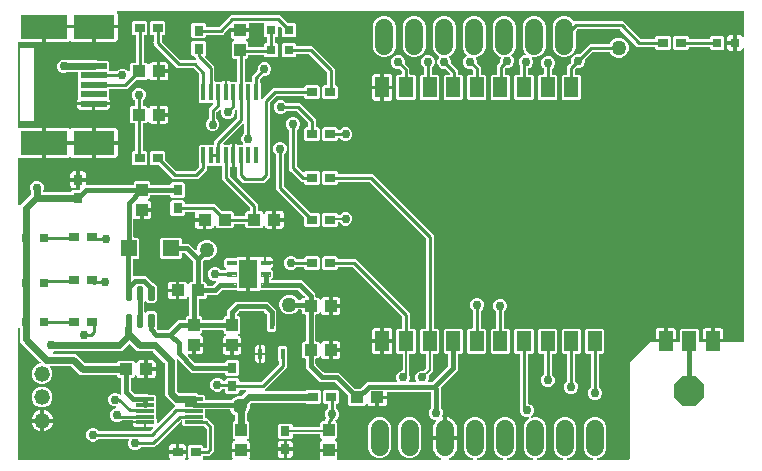
<source format=gbr>
G04 EAGLE Gerber RS-274X export*
G75*
%MOMM*%
%FSLAX34Y34*%
%LPD*%
%INTop Copper*%
%IPPOS*%
%AMOC8*
5,1,8,0,0,1.08239X$1,22.5*%
G01*
%ADD10R,0.800000X0.800000*%
%ADD11C,1.320800*%
%ADD12R,2.250000X0.500000*%
%ADD13R,4.000000X2.050000*%
%ADD14R,3.500000X2.050000*%
%ADD15P,2.749271X8X22.500000*%
%ADD16R,1.100000X1.000000*%
%ADD17R,1.216000X1.724000*%
%ADD18R,1.000000X1.100000*%
%ADD19R,1.400000X1.400000*%
%ADD20C,0.275000*%
%ADD21R,0.900000X0.800000*%
%ADD22R,0.800000X0.900000*%
%ADD23C,1.270000*%
%ADD24R,1.498600X0.304800*%
%ADD25R,0.355600X0.952500*%
%ADD26C,0.100000*%
%ADD27R,1.630000X2.370000*%
%ADD28R,0.381000X1.397000*%
%ADD29C,1.524000*%
%ADD30C,0.756400*%
%ADD31C,0.152400*%
%ADD32C,0.406400*%
%ADD33C,0.600000*%
%ADD34C,0.254000*%

G36*
X265240Y10176D02*
X265240Y10176D01*
X265336Y10185D01*
X265361Y10196D01*
X265389Y10200D01*
X265473Y10245D01*
X265561Y10283D01*
X265582Y10302D01*
X265607Y10316D01*
X265672Y10385D01*
X265743Y10449D01*
X265757Y10474D01*
X265776Y10494D01*
X265816Y10580D01*
X265863Y10664D01*
X265868Y10691D01*
X265880Y10717D01*
X265890Y10812D01*
X265908Y10905D01*
X265904Y10933D01*
X265907Y10961D01*
X265886Y11055D01*
X265873Y11149D01*
X265859Y11181D01*
X265854Y11202D01*
X265837Y11230D01*
X265806Y11303D01*
X265582Y11689D01*
X265409Y12336D01*
X265409Y16647D01*
X272188Y16647D01*
X272208Y16650D01*
X272227Y16648D01*
X272329Y16670D01*
X272431Y16687D01*
X272448Y16696D01*
X272468Y16700D01*
X272557Y16753D01*
X272648Y16802D01*
X272662Y16816D01*
X272679Y16826D01*
X272746Y16905D01*
X272817Y16980D01*
X272826Y16998D01*
X272839Y17013D01*
X272878Y17109D01*
X272921Y17203D01*
X272923Y17223D01*
X272931Y17241D01*
X272949Y17408D01*
X272949Y18932D01*
X272946Y18952D01*
X272948Y18971D01*
X272926Y19073D01*
X272909Y19175D01*
X272900Y19192D01*
X272896Y19212D01*
X272843Y19301D01*
X272794Y19392D01*
X272780Y19406D01*
X272770Y19423D01*
X272691Y19490D01*
X272616Y19561D01*
X272598Y19570D01*
X272583Y19583D01*
X272487Y19622D01*
X272393Y19665D01*
X272373Y19667D01*
X272355Y19675D01*
X272188Y19693D01*
X265409Y19693D01*
X265409Y24004D01*
X265582Y24651D01*
X265917Y25230D01*
X266390Y25703D01*
X266969Y26038D01*
X267287Y26123D01*
X267309Y26133D01*
X267333Y26137D01*
X267421Y26183D01*
X267511Y26224D01*
X267529Y26240D01*
X267550Y26252D01*
X267619Y26324D01*
X267691Y26391D01*
X267703Y26412D01*
X267719Y26430D01*
X267761Y26520D01*
X267809Y26607D01*
X267813Y26631D01*
X267823Y26653D01*
X267834Y26752D01*
X267851Y26850D01*
X267848Y26874D01*
X267850Y26897D01*
X267829Y26995D01*
X267814Y27093D01*
X267803Y27114D01*
X267798Y27138D01*
X267747Y27223D01*
X267701Y27312D01*
X267684Y27328D01*
X267672Y27349D01*
X267596Y27414D01*
X267525Y27483D01*
X267503Y27493D01*
X267485Y27509D01*
X267392Y27546D01*
X267303Y27589D01*
X267279Y27592D01*
X267257Y27601D01*
X267102Y27618D01*
X265899Y28821D01*
X265899Y31351D01*
X265896Y31371D01*
X265898Y31390D01*
X265876Y31492D01*
X265860Y31594D01*
X265850Y31611D01*
X265846Y31631D01*
X265793Y31720D01*
X265744Y31811D01*
X265730Y31825D01*
X265720Y31842D01*
X265641Y31909D01*
X265566Y31981D01*
X265548Y31989D01*
X265533Y32002D01*
X265437Y32041D01*
X265343Y32084D01*
X265323Y32086D01*
X265305Y32094D01*
X265138Y32112D01*
X243202Y32112D01*
X243182Y32109D01*
X243163Y32111D01*
X243061Y32089D01*
X242959Y32073D01*
X242942Y32063D01*
X242922Y32059D01*
X242833Y32006D01*
X242742Y31957D01*
X242728Y31943D01*
X242711Y31933D01*
X242644Y31854D01*
X242572Y31779D01*
X242564Y31761D01*
X242551Y31746D01*
X242512Y31650D01*
X242469Y31556D01*
X242467Y31536D01*
X242459Y31518D01*
X242441Y31351D01*
X242441Y28941D01*
X241239Y27739D01*
X231541Y27739D01*
X230339Y28941D01*
X230339Y39639D01*
X231541Y40841D01*
X241239Y40841D01*
X242441Y39639D01*
X242441Y38499D01*
X242444Y38479D01*
X242442Y38460D01*
X242464Y38358D01*
X242480Y38256D01*
X242490Y38239D01*
X242494Y38219D01*
X242547Y38130D01*
X242596Y38039D01*
X242610Y38025D01*
X242620Y38008D01*
X242699Y37941D01*
X242774Y37869D01*
X242792Y37861D01*
X242807Y37848D01*
X242903Y37809D01*
X242997Y37766D01*
X243017Y37764D01*
X243035Y37756D01*
X243202Y37738D01*
X265138Y37738D01*
X265158Y37741D01*
X265177Y37739D01*
X265279Y37761D01*
X265381Y37777D01*
X265398Y37787D01*
X265418Y37791D01*
X265507Y37844D01*
X265598Y37893D01*
X265612Y37907D01*
X265629Y37917D01*
X265696Y37996D01*
X265768Y38071D01*
X265776Y38089D01*
X265789Y38104D01*
X265828Y38200D01*
X265871Y38294D01*
X265873Y38314D01*
X265881Y38332D01*
X265899Y38499D01*
X265899Y41519D01*
X267101Y42721D01*
X268868Y42721D01*
X268888Y42724D01*
X268907Y42722D01*
X269009Y42744D01*
X269111Y42760D01*
X269128Y42770D01*
X269148Y42774D01*
X269237Y42827D01*
X269328Y42876D01*
X269342Y42890D01*
X269359Y42900D01*
X269426Y42979D01*
X269498Y43054D01*
X269506Y43072D01*
X269519Y43087D01*
X269558Y43183D01*
X269601Y43277D01*
X269603Y43297D01*
X269611Y43315D01*
X269629Y43482D01*
X269629Y44076D01*
X270729Y45176D01*
X270797Y45270D01*
X270867Y45364D01*
X270869Y45370D01*
X270873Y45375D01*
X270907Y45486D01*
X270943Y45598D01*
X270943Y45604D01*
X270945Y45610D01*
X270942Y45727D01*
X270941Y45844D01*
X270939Y45851D01*
X270939Y45856D01*
X270932Y45874D01*
X270894Y46005D01*
X270217Y47640D01*
X270217Y49960D01*
X271105Y52104D01*
X272506Y53505D01*
X272559Y53579D01*
X272619Y53648D01*
X272631Y53679D01*
X272650Y53705D01*
X272677Y53792D01*
X272711Y53877D01*
X272715Y53918D01*
X272722Y53940D01*
X272721Y53972D01*
X272729Y54043D01*
X272729Y56688D01*
X272726Y56708D01*
X272728Y56727D01*
X272706Y56829D01*
X272690Y56931D01*
X272680Y56948D01*
X272676Y56968D01*
X272623Y57057D01*
X272574Y57148D01*
X272560Y57162D01*
X272550Y57179D01*
X272471Y57246D01*
X272396Y57318D01*
X272378Y57326D01*
X272363Y57339D01*
X272267Y57378D01*
X272173Y57421D01*
X272153Y57423D01*
X272135Y57431D01*
X271968Y57449D01*
X269701Y57449D01*
X268499Y58651D01*
X268499Y68349D01*
X269701Y69551D01*
X280399Y69551D01*
X281601Y68349D01*
X281601Y58651D01*
X280399Y57449D01*
X280132Y57449D01*
X280112Y57446D01*
X280093Y57448D01*
X279991Y57426D01*
X279889Y57410D01*
X279872Y57400D01*
X279852Y57396D01*
X279763Y57343D01*
X279672Y57294D01*
X279658Y57280D01*
X279641Y57270D01*
X279574Y57191D01*
X279502Y57116D01*
X279494Y57098D01*
X279481Y57083D01*
X279442Y56987D01*
X279399Y56893D01*
X279397Y56873D01*
X279389Y56855D01*
X279371Y56688D01*
X279371Y54043D01*
X279385Y53953D01*
X279393Y53862D01*
X279405Y53833D01*
X279410Y53801D01*
X279453Y53720D01*
X279489Y53636D01*
X279515Y53604D01*
X279526Y53583D01*
X279549Y53561D01*
X279594Y53505D01*
X280995Y52104D01*
X281883Y49960D01*
X281883Y47640D01*
X280995Y45496D01*
X279354Y43855D01*
X279212Y43797D01*
X279173Y43772D01*
X279130Y43757D01*
X279069Y43708D01*
X279003Y43667D01*
X278974Y43632D01*
X278938Y43603D01*
X278896Y43537D01*
X278846Y43477D01*
X278830Y43435D01*
X278805Y43396D01*
X278786Y43320D01*
X278758Y43248D01*
X278756Y43202D01*
X278745Y43157D01*
X278751Y43080D01*
X278748Y43002D01*
X278761Y42958D01*
X278764Y42912D01*
X278795Y42841D01*
X278816Y42766D01*
X278842Y42728D01*
X278860Y42686D01*
X278946Y42579D01*
X278956Y42564D01*
X278961Y42561D01*
X278965Y42555D01*
X280001Y41519D01*
X280001Y28821D01*
X278797Y27617D01*
X278786Y27615D01*
X278762Y27618D01*
X278665Y27596D01*
X278567Y27580D01*
X278546Y27568D01*
X278522Y27563D01*
X278437Y27511D01*
X278350Y27464D01*
X278333Y27447D01*
X278313Y27434D01*
X278249Y27358D01*
X278180Y27286D01*
X278170Y27264D01*
X278155Y27246D01*
X278119Y27153D01*
X278077Y27063D01*
X278074Y27039D01*
X278065Y27017D01*
X278061Y26917D01*
X278050Y26819D01*
X278055Y26795D01*
X278054Y26771D01*
X278081Y26675D01*
X278102Y26578D01*
X278114Y26557D01*
X278121Y26534D01*
X278177Y26452D01*
X278228Y26367D01*
X278246Y26351D01*
X278260Y26332D01*
X278339Y26272D01*
X278415Y26207D01*
X278438Y26198D01*
X278457Y26184D01*
X278613Y26123D01*
X278931Y26038D01*
X279510Y25703D01*
X279983Y25230D01*
X280318Y24651D01*
X280491Y24004D01*
X280491Y19693D01*
X273712Y19693D01*
X273692Y19690D01*
X273673Y19692D01*
X273571Y19670D01*
X273469Y19653D01*
X273452Y19644D01*
X273432Y19640D01*
X273343Y19587D01*
X273252Y19538D01*
X273238Y19524D01*
X273221Y19514D01*
X273154Y19435D01*
X273083Y19360D01*
X273074Y19342D01*
X273061Y19327D01*
X273022Y19230D01*
X272979Y19137D01*
X272977Y19117D01*
X272969Y19099D01*
X272951Y18932D01*
X272951Y17408D01*
X272954Y17388D01*
X272952Y17369D01*
X272974Y17267D01*
X272991Y17165D01*
X273000Y17148D01*
X273004Y17128D01*
X273057Y17039D01*
X273106Y16948D01*
X273120Y16934D01*
X273130Y16917D01*
X273209Y16850D01*
X273284Y16779D01*
X273302Y16770D01*
X273317Y16757D01*
X273413Y16718D01*
X273507Y16675D01*
X273527Y16673D01*
X273545Y16665D01*
X273712Y16647D01*
X280491Y16647D01*
X280491Y12336D01*
X280318Y11689D01*
X280094Y11303D01*
X280061Y11213D01*
X280020Y11127D01*
X280017Y11099D01*
X280007Y11073D01*
X280004Y10977D01*
X279993Y10883D01*
X279999Y10855D01*
X279998Y10827D01*
X280025Y10735D01*
X280046Y10642D01*
X280060Y10618D01*
X280068Y10591D01*
X280123Y10513D01*
X280172Y10431D01*
X280193Y10413D01*
X280209Y10390D01*
X280286Y10333D01*
X280359Y10271D01*
X280385Y10261D01*
X280408Y10244D01*
X280498Y10215D01*
X280587Y10179D01*
X280622Y10175D01*
X280642Y10169D01*
X280675Y10169D01*
X280754Y10161D01*
X367623Y10161D01*
X367627Y10161D01*
X367631Y10161D01*
X367749Y10181D01*
X367866Y10200D01*
X367869Y10202D01*
X367873Y10203D01*
X367978Y10260D01*
X368083Y10316D01*
X368086Y10318D01*
X368089Y10320D01*
X368170Y10408D01*
X368252Y10494D01*
X368254Y10498D01*
X368257Y10501D01*
X368306Y10609D01*
X368356Y10717D01*
X368356Y10721D01*
X368358Y10725D01*
X368370Y10843D01*
X368383Y10961D01*
X368382Y10965D01*
X368383Y10969D01*
X368356Y11086D01*
X368331Y11202D01*
X368329Y11205D01*
X368328Y11209D01*
X368266Y11310D01*
X368205Y11413D01*
X368202Y11416D01*
X368199Y11419D01*
X368108Y11495D01*
X368018Y11573D01*
X368014Y11574D01*
X368011Y11577D01*
X367858Y11646D01*
X367650Y11714D01*
X366225Y12440D01*
X364931Y13380D01*
X363800Y14511D01*
X362860Y15805D01*
X362134Y17230D01*
X361639Y18751D01*
X361389Y20330D01*
X361389Y27227D01*
X370788Y27227D01*
X370808Y27230D01*
X370827Y27228D01*
X370929Y27250D01*
X371031Y27267D01*
X371048Y27276D01*
X371068Y27280D01*
X371157Y27333D01*
X371248Y27382D01*
X371262Y27396D01*
X371279Y27406D01*
X371346Y27485D01*
X371417Y27560D01*
X371426Y27578D01*
X371439Y27593D01*
X371477Y27689D01*
X371521Y27783D01*
X371523Y27803D01*
X371531Y27821D01*
X371549Y27988D01*
X371549Y28751D01*
X371551Y28751D01*
X371551Y27988D01*
X371554Y27968D01*
X371552Y27949D01*
X371574Y27847D01*
X371591Y27745D01*
X371600Y27728D01*
X371604Y27708D01*
X371657Y27619D01*
X371706Y27528D01*
X371720Y27514D01*
X371730Y27497D01*
X371809Y27430D01*
X371884Y27359D01*
X371902Y27350D01*
X371917Y27337D01*
X372013Y27298D01*
X372107Y27255D01*
X372127Y27253D01*
X372145Y27245D01*
X372312Y27227D01*
X381711Y27227D01*
X381711Y20330D01*
X381461Y18751D01*
X380966Y17230D01*
X380240Y15805D01*
X379300Y14511D01*
X378169Y13380D01*
X376875Y12440D01*
X375450Y11714D01*
X375242Y11646D01*
X375238Y11644D01*
X375234Y11643D01*
X375129Y11588D01*
X375023Y11533D01*
X375021Y11530D01*
X375017Y11528D01*
X374935Y11442D01*
X374852Y11357D01*
X374850Y11353D01*
X374848Y11350D01*
X374797Y11241D01*
X374746Y11135D01*
X374746Y11131D01*
X374744Y11127D01*
X374731Y11009D01*
X374717Y10890D01*
X374717Y10887D01*
X374717Y10883D01*
X374742Y10765D01*
X374766Y10650D01*
X374768Y10646D01*
X374769Y10642D01*
X374831Y10539D01*
X374890Y10437D01*
X374893Y10434D01*
X374895Y10431D01*
X374986Y10353D01*
X375076Y10275D01*
X375079Y10274D01*
X375082Y10271D01*
X375194Y10226D01*
X375303Y10181D01*
X375307Y10181D01*
X375310Y10179D01*
X375477Y10161D01*
X394334Y10161D01*
X394430Y10176D01*
X394527Y10186D01*
X394551Y10196D01*
X394577Y10200D01*
X394663Y10246D01*
X394752Y10286D01*
X394771Y10303D01*
X394794Y10316D01*
X394861Y10386D01*
X394933Y10452D01*
X394946Y10475D01*
X394964Y10494D01*
X395005Y10582D01*
X395052Y10668D01*
X395056Y10693D01*
X395067Y10717D01*
X395078Y10814D01*
X395095Y10910D01*
X395092Y10936D01*
X395095Y10961D01*
X395074Y11057D01*
X395060Y11153D01*
X395048Y11176D01*
X395042Y11202D01*
X394992Y11285D01*
X394948Y11372D01*
X394929Y11391D01*
X394916Y11413D01*
X394842Y11476D01*
X394773Y11544D01*
X394744Y11560D01*
X394729Y11573D01*
X394698Y11585D01*
X394626Y11625D01*
X391472Y12932D01*
X388752Y15652D01*
X387279Y19206D01*
X387279Y38294D01*
X388752Y41848D01*
X391472Y44568D01*
X395026Y46041D01*
X398874Y46041D01*
X402428Y44568D01*
X405148Y41848D01*
X406621Y38294D01*
X406621Y19206D01*
X405148Y15652D01*
X402428Y12932D01*
X399274Y11625D01*
X399192Y11574D01*
X399106Y11528D01*
X399088Y11509D01*
X399065Y11496D01*
X399003Y11421D01*
X398936Y11350D01*
X398925Y11326D01*
X398909Y11306D01*
X398874Y11215D01*
X398833Y11127D01*
X398830Y11101D01*
X398820Y11077D01*
X398816Y10979D01*
X398805Y10883D01*
X398811Y10857D01*
X398810Y10831D01*
X398837Y10737D01*
X398858Y10642D01*
X398871Y10620D01*
X398878Y10595D01*
X398934Y10515D01*
X398984Y10431D01*
X399004Y10414D01*
X399019Y10393D01*
X399097Y10334D01*
X399171Y10271D01*
X399195Y10261D01*
X399216Y10246D01*
X399309Y10216D01*
X399399Y10179D01*
X399431Y10176D01*
X399450Y10170D01*
X399483Y10170D01*
X399566Y10161D01*
X419734Y10161D01*
X419830Y10176D01*
X419927Y10186D01*
X419951Y10196D01*
X419977Y10200D01*
X420063Y10246D01*
X420152Y10286D01*
X420171Y10303D01*
X420194Y10316D01*
X420261Y10386D01*
X420333Y10452D01*
X420346Y10475D01*
X420364Y10494D01*
X420405Y10582D01*
X420452Y10668D01*
X420456Y10693D01*
X420467Y10717D01*
X420478Y10814D01*
X420495Y10910D01*
X420492Y10936D01*
X420495Y10961D01*
X420474Y11057D01*
X420460Y11153D01*
X420448Y11176D01*
X420442Y11202D01*
X420392Y11285D01*
X420348Y11372D01*
X420329Y11391D01*
X420316Y11413D01*
X420242Y11476D01*
X420173Y11544D01*
X420144Y11560D01*
X420129Y11573D01*
X420098Y11585D01*
X420026Y11625D01*
X416872Y12932D01*
X414152Y15652D01*
X412679Y19206D01*
X412679Y38294D01*
X414152Y41848D01*
X416872Y44568D01*
X420426Y46041D01*
X424274Y46041D01*
X427828Y44568D01*
X430548Y41848D01*
X432021Y38294D01*
X432021Y19206D01*
X430548Y15652D01*
X427828Y12932D01*
X424674Y11625D01*
X424592Y11574D01*
X424506Y11528D01*
X424488Y11509D01*
X424465Y11496D01*
X424403Y11421D01*
X424336Y11350D01*
X424325Y11326D01*
X424309Y11306D01*
X424274Y11215D01*
X424233Y11127D01*
X424230Y11101D01*
X424220Y11077D01*
X424216Y10979D01*
X424205Y10883D01*
X424211Y10857D01*
X424210Y10831D01*
X424237Y10737D01*
X424258Y10642D01*
X424271Y10620D01*
X424278Y10595D01*
X424334Y10515D01*
X424384Y10431D01*
X424404Y10414D01*
X424419Y10393D01*
X424497Y10334D01*
X424571Y10271D01*
X424595Y10261D01*
X424616Y10246D01*
X424709Y10216D01*
X424799Y10179D01*
X424831Y10176D01*
X424850Y10170D01*
X424883Y10170D01*
X424966Y10161D01*
X445134Y10161D01*
X445230Y10176D01*
X445327Y10186D01*
X445351Y10196D01*
X445377Y10200D01*
X445463Y10246D01*
X445552Y10286D01*
X445571Y10303D01*
X445594Y10316D01*
X445661Y10386D01*
X445733Y10452D01*
X445746Y10475D01*
X445764Y10494D01*
X445805Y10582D01*
X445852Y10668D01*
X445856Y10693D01*
X445867Y10717D01*
X445878Y10814D01*
X445895Y10910D01*
X445892Y10936D01*
X445895Y10961D01*
X445874Y11057D01*
X445860Y11153D01*
X445848Y11176D01*
X445842Y11202D01*
X445792Y11285D01*
X445748Y11372D01*
X445729Y11391D01*
X445716Y11413D01*
X445642Y11476D01*
X445573Y11544D01*
X445544Y11560D01*
X445529Y11573D01*
X445498Y11585D01*
X445426Y11625D01*
X442272Y12932D01*
X439552Y15652D01*
X438079Y19206D01*
X438079Y38294D01*
X439552Y41848D01*
X442272Y44568D01*
X442596Y44703D01*
X442679Y44754D01*
X442765Y44800D01*
X442783Y44819D01*
X442805Y44832D01*
X442867Y44907D01*
X442934Y44978D01*
X442945Y45002D01*
X442962Y45022D01*
X442997Y45113D01*
X443038Y45201D01*
X443041Y45227D01*
X443050Y45251D01*
X443054Y45349D01*
X443065Y45445D01*
X443060Y45471D01*
X443061Y45497D01*
X443034Y45591D01*
X443013Y45686D01*
X442999Y45708D01*
X442992Y45733D01*
X442937Y45813D01*
X442887Y45897D01*
X442867Y45914D01*
X442852Y45935D01*
X442774Y45994D01*
X442700Y46057D01*
X442675Y46067D01*
X442654Y46082D01*
X442562Y46112D01*
X442472Y46149D01*
X442439Y46152D01*
X442421Y46158D01*
X442388Y46158D01*
X442305Y46167D01*
X439840Y46167D01*
X437696Y47055D01*
X436055Y48696D01*
X435167Y50840D01*
X435167Y52821D01*
X435166Y52829D01*
X435166Y52830D01*
X435164Y52839D01*
X435153Y52911D01*
X435145Y53002D01*
X435133Y53032D01*
X435129Y53053D01*
X435129Y99058D01*
X435126Y99078D01*
X435128Y99097D01*
X435106Y99199D01*
X435090Y99301D01*
X435080Y99318D01*
X435076Y99338D01*
X435023Y99427D01*
X434974Y99518D01*
X434960Y99532D01*
X434950Y99549D01*
X434871Y99616D01*
X434796Y99688D01*
X434778Y99696D01*
X434763Y99709D01*
X434667Y99748D01*
X434573Y99791D01*
X434553Y99793D01*
X434535Y99801D01*
X434368Y99819D01*
X431521Y99819D01*
X430319Y101021D01*
X430319Y119959D01*
X431521Y121161D01*
X445379Y121161D01*
X446581Y119959D01*
X446581Y101021D01*
X445379Y99819D01*
X442532Y99819D01*
X442512Y99816D01*
X442493Y99818D01*
X442391Y99796D01*
X442289Y99780D01*
X442272Y99770D01*
X442252Y99766D01*
X442163Y99713D01*
X442072Y99664D01*
X442058Y99650D01*
X442041Y99640D01*
X441974Y99561D01*
X441902Y99486D01*
X441894Y99468D01*
X441881Y99453D01*
X441842Y99357D01*
X441799Y99263D01*
X441797Y99243D01*
X441789Y99225D01*
X441771Y99058D01*
X441771Y58503D01*
X441790Y58388D01*
X441807Y58272D01*
X441809Y58266D01*
X441810Y58260D01*
X441865Y58157D01*
X441918Y58053D01*
X441923Y58048D01*
X441926Y58043D01*
X442010Y57963D01*
X442094Y57880D01*
X442100Y57877D01*
X442104Y57873D01*
X442121Y57865D01*
X442241Y57799D01*
X444304Y56945D01*
X445945Y55304D01*
X446833Y53160D01*
X446833Y50840D01*
X445945Y48696D01*
X444202Y46953D01*
X444145Y46874D01*
X444083Y46799D01*
X444073Y46774D01*
X444058Y46753D01*
X444030Y46660D01*
X443995Y46569D01*
X443994Y46543D01*
X443986Y46518D01*
X443988Y46421D01*
X443984Y46324D01*
X443992Y46298D01*
X443992Y46272D01*
X444026Y46181D01*
X444053Y46087D01*
X444068Y46066D01*
X444077Y46041D01*
X444138Y45965D01*
X444193Y45885D01*
X444214Y45870D01*
X444230Y45849D01*
X444312Y45797D01*
X444390Y45738D01*
X444415Y45730D01*
X444437Y45716D01*
X444532Y45692D01*
X444624Y45662D01*
X444650Y45663D01*
X444676Y45656D01*
X444773Y45664D01*
X444870Y45665D01*
X444902Y45674D01*
X444921Y45675D01*
X444951Y45688D01*
X445031Y45711D01*
X445826Y46041D01*
X449674Y46041D01*
X453228Y44568D01*
X455948Y41848D01*
X457421Y38294D01*
X457421Y19206D01*
X455948Y15652D01*
X453228Y12932D01*
X450074Y11625D01*
X449992Y11574D01*
X449906Y11528D01*
X449888Y11509D01*
X449865Y11496D01*
X449803Y11421D01*
X449736Y11350D01*
X449725Y11326D01*
X449709Y11306D01*
X449674Y11215D01*
X449633Y11127D01*
X449630Y11101D01*
X449620Y11077D01*
X449616Y10979D01*
X449605Y10883D01*
X449611Y10857D01*
X449610Y10831D01*
X449637Y10737D01*
X449658Y10642D01*
X449671Y10620D01*
X449678Y10595D01*
X449734Y10515D01*
X449784Y10431D01*
X449804Y10414D01*
X449819Y10393D01*
X449897Y10334D01*
X449971Y10271D01*
X449995Y10261D01*
X450016Y10246D01*
X450109Y10216D01*
X450199Y10179D01*
X450231Y10176D01*
X450250Y10170D01*
X450283Y10170D01*
X450366Y10161D01*
X470534Y10161D01*
X470630Y10176D01*
X470727Y10186D01*
X470751Y10196D01*
X470777Y10200D01*
X470863Y10246D01*
X470952Y10286D01*
X470971Y10303D01*
X470994Y10316D01*
X471061Y10386D01*
X471133Y10452D01*
X471146Y10475D01*
X471164Y10494D01*
X471205Y10582D01*
X471252Y10668D01*
X471256Y10693D01*
X471267Y10717D01*
X471278Y10814D01*
X471295Y10910D01*
X471292Y10936D01*
X471295Y10961D01*
X471274Y11057D01*
X471260Y11153D01*
X471248Y11176D01*
X471242Y11202D01*
X471192Y11285D01*
X471148Y11372D01*
X471129Y11391D01*
X471116Y11413D01*
X471042Y11476D01*
X470973Y11544D01*
X470944Y11560D01*
X470929Y11573D01*
X470898Y11585D01*
X470826Y11625D01*
X467672Y12932D01*
X464952Y15652D01*
X463479Y19206D01*
X463479Y38294D01*
X464952Y41848D01*
X467672Y44568D01*
X471226Y46041D01*
X475074Y46041D01*
X478628Y44568D01*
X481348Y41848D01*
X482821Y38294D01*
X482821Y19206D01*
X481348Y15652D01*
X478628Y12932D01*
X475474Y11625D01*
X475392Y11574D01*
X475306Y11528D01*
X475288Y11509D01*
X475265Y11496D01*
X475203Y11421D01*
X475136Y11350D01*
X475125Y11326D01*
X475109Y11306D01*
X475074Y11215D01*
X475033Y11127D01*
X475030Y11101D01*
X475020Y11077D01*
X475016Y10979D01*
X475005Y10883D01*
X475011Y10857D01*
X475010Y10831D01*
X475037Y10737D01*
X475058Y10642D01*
X475071Y10620D01*
X475078Y10595D01*
X475134Y10515D01*
X475184Y10431D01*
X475204Y10414D01*
X475219Y10393D01*
X475297Y10334D01*
X475371Y10271D01*
X475395Y10261D01*
X475416Y10246D01*
X475509Y10216D01*
X475599Y10179D01*
X475631Y10176D01*
X475650Y10170D01*
X475683Y10170D01*
X475766Y10161D01*
X495934Y10161D01*
X496030Y10176D01*
X496127Y10186D01*
X496151Y10196D01*
X496177Y10200D01*
X496263Y10246D01*
X496352Y10286D01*
X496371Y10303D01*
X496394Y10316D01*
X496461Y10386D01*
X496533Y10452D01*
X496546Y10475D01*
X496564Y10494D01*
X496605Y10582D01*
X496652Y10668D01*
X496656Y10693D01*
X496667Y10717D01*
X496678Y10814D01*
X496695Y10910D01*
X496692Y10936D01*
X496695Y10961D01*
X496674Y11057D01*
X496660Y11153D01*
X496648Y11176D01*
X496642Y11202D01*
X496592Y11285D01*
X496548Y11372D01*
X496529Y11391D01*
X496516Y11413D01*
X496442Y11476D01*
X496373Y11544D01*
X496344Y11560D01*
X496329Y11573D01*
X496298Y11585D01*
X496226Y11625D01*
X493072Y12932D01*
X490352Y15652D01*
X488879Y19206D01*
X488879Y38294D01*
X490352Y41848D01*
X493072Y44568D01*
X496626Y46041D01*
X500474Y46041D01*
X504028Y44568D01*
X506748Y41848D01*
X508221Y38294D01*
X508221Y19206D01*
X506748Y15652D01*
X504028Y12932D01*
X500874Y11625D01*
X500792Y11574D01*
X500706Y11528D01*
X500688Y11509D01*
X500665Y11496D01*
X500603Y11421D01*
X500536Y11350D01*
X500525Y11326D01*
X500509Y11306D01*
X500474Y11215D01*
X500433Y11127D01*
X500430Y11101D01*
X500420Y11077D01*
X500416Y10979D01*
X500405Y10883D01*
X500411Y10857D01*
X500410Y10831D01*
X500437Y10737D01*
X500458Y10642D01*
X500471Y10620D01*
X500478Y10595D01*
X500534Y10515D01*
X500584Y10431D01*
X500604Y10414D01*
X500619Y10393D01*
X500697Y10334D01*
X500771Y10271D01*
X500795Y10261D01*
X500816Y10246D01*
X500909Y10216D01*
X500999Y10179D01*
X501031Y10176D01*
X501050Y10170D01*
X501083Y10170D01*
X501166Y10161D01*
X527190Y10161D01*
X527210Y10164D01*
X527229Y10162D01*
X527331Y10184D01*
X527433Y10200D01*
X527450Y10210D01*
X527470Y10214D01*
X527559Y10267D01*
X527650Y10316D01*
X527664Y10330D01*
X527681Y10340D01*
X527748Y10419D01*
X527820Y10494D01*
X527828Y10512D01*
X527841Y10527D01*
X527880Y10623D01*
X527923Y10717D01*
X527925Y10737D01*
X527933Y10755D01*
X527951Y10922D01*
X527951Y92535D01*
X545066Y109650D01*
X557688Y109650D01*
X557708Y109653D01*
X557727Y109651D01*
X557829Y109673D01*
X557931Y109690D01*
X557948Y109699D01*
X557968Y109703D01*
X558057Y109756D01*
X558148Y109805D01*
X558162Y109819D01*
X558179Y109829D01*
X558246Y109908D01*
X558317Y109983D01*
X558326Y110001D01*
X558339Y110016D01*
X558378Y110112D01*
X558421Y110206D01*
X558423Y110226D01*
X558431Y110244D01*
X558449Y110411D01*
X558449Y110491D01*
X558451Y110491D01*
X558451Y110411D01*
X558454Y110391D01*
X558452Y110372D01*
X558474Y110270D01*
X558491Y110168D01*
X558500Y110151D01*
X558504Y110131D01*
X558557Y110042D01*
X558606Y109951D01*
X558620Y109937D01*
X558630Y109920D01*
X558709Y109853D01*
X558784Y109782D01*
X558802Y109773D01*
X558817Y109760D01*
X558913Y109721D01*
X559007Y109678D01*
X559027Y109676D01*
X559045Y109668D01*
X559212Y109650D01*
X569558Y109650D01*
X569578Y109653D01*
X569597Y109651D01*
X569699Y109673D01*
X569801Y109690D01*
X569818Y109699D01*
X569838Y109703D01*
X569927Y109756D01*
X570018Y109805D01*
X570032Y109819D01*
X570049Y109829D01*
X570116Y109908D01*
X570188Y109983D01*
X570196Y110001D01*
X570209Y110016D01*
X570248Y110112D01*
X570291Y110206D01*
X570293Y110226D01*
X570301Y110244D01*
X570319Y110411D01*
X570319Y119959D01*
X571521Y121161D01*
X585379Y121161D01*
X586581Y119959D01*
X586581Y110411D01*
X586584Y110391D01*
X586582Y110372D01*
X586604Y110270D01*
X586620Y110168D01*
X586630Y110151D01*
X586634Y110131D01*
X586687Y110042D01*
X586736Y109951D01*
X586750Y109937D01*
X586760Y109920D01*
X586839Y109853D01*
X586914Y109782D01*
X586932Y109773D01*
X586947Y109760D01*
X587043Y109721D01*
X587137Y109678D01*
X587157Y109676D01*
X587175Y109668D01*
X587342Y109650D01*
X597688Y109650D01*
X597708Y109653D01*
X597727Y109651D01*
X597829Y109673D01*
X597931Y109690D01*
X597948Y109699D01*
X597968Y109703D01*
X598057Y109756D01*
X598148Y109805D01*
X598162Y109819D01*
X598179Y109829D01*
X598246Y109908D01*
X598317Y109983D01*
X598326Y110001D01*
X598339Y110016D01*
X598378Y110112D01*
X598421Y110206D01*
X598423Y110226D01*
X598431Y110244D01*
X598449Y110411D01*
X598449Y110491D01*
X598451Y110491D01*
X598451Y110411D01*
X598454Y110391D01*
X598452Y110372D01*
X598474Y110270D01*
X598491Y110168D01*
X598500Y110151D01*
X598504Y110131D01*
X598557Y110042D01*
X598606Y109951D01*
X598620Y109937D01*
X598630Y109920D01*
X598709Y109853D01*
X598784Y109782D01*
X598802Y109773D01*
X598817Y109760D01*
X598913Y109721D01*
X599007Y109678D01*
X599027Y109676D01*
X599045Y109668D01*
X599212Y109650D01*
X624078Y109650D01*
X624098Y109653D01*
X624117Y109651D01*
X624219Y109673D01*
X624321Y109690D01*
X624338Y109699D01*
X624358Y109703D01*
X624447Y109756D01*
X624538Y109805D01*
X624552Y109819D01*
X624569Y109829D01*
X624636Y109908D01*
X624708Y109983D01*
X624716Y110001D01*
X624729Y110016D01*
X624768Y110112D01*
X624811Y110206D01*
X624813Y110226D01*
X624821Y110244D01*
X624839Y110411D01*
X624839Y357774D01*
X624832Y357822D01*
X624833Y357869D01*
X624812Y357942D01*
X624800Y358017D01*
X624777Y358059D01*
X624763Y358105D01*
X624720Y358167D01*
X624684Y358234D01*
X624650Y358267D01*
X624622Y358307D01*
X624561Y358351D01*
X624506Y358404D01*
X624463Y358424D01*
X624424Y358452D01*
X624352Y358475D01*
X624283Y358507D01*
X624235Y358513D01*
X624190Y358527D01*
X624114Y358526D01*
X624039Y358534D01*
X623992Y358524D01*
X623944Y358523D01*
X623872Y358498D01*
X623798Y358482D01*
X623757Y358458D01*
X623712Y358442D01*
X623652Y358395D01*
X623587Y358356D01*
X623556Y358320D01*
X623518Y358290D01*
X623442Y358186D01*
X623427Y358169D01*
X623425Y358163D01*
X623419Y358155D01*
X623133Y357660D01*
X622660Y357187D01*
X622081Y356852D01*
X621434Y356679D01*
X618623Y356679D01*
X618623Y362458D01*
X618620Y362478D01*
X618622Y362497D01*
X618600Y362599D01*
X618583Y362701D01*
X618574Y362718D01*
X618570Y362738D01*
X618517Y362827D01*
X618468Y362918D01*
X618454Y362932D01*
X618444Y362949D01*
X618365Y363016D01*
X618290Y363087D01*
X618272Y363096D01*
X618257Y363109D01*
X618161Y363148D01*
X618067Y363191D01*
X618047Y363193D01*
X618029Y363201D01*
X617862Y363219D01*
X617099Y363219D01*
X617099Y363221D01*
X617862Y363221D01*
X617882Y363224D01*
X617901Y363222D01*
X618003Y363244D01*
X618105Y363261D01*
X618122Y363270D01*
X618142Y363274D01*
X618231Y363327D01*
X618322Y363376D01*
X618336Y363390D01*
X618353Y363400D01*
X618420Y363479D01*
X618491Y363554D01*
X618500Y363572D01*
X618513Y363587D01*
X618552Y363683D01*
X618595Y363777D01*
X618597Y363797D01*
X618605Y363815D01*
X618623Y363982D01*
X618623Y369761D01*
X621434Y369761D01*
X622081Y369588D01*
X622660Y369253D01*
X623133Y368780D01*
X623419Y368285D01*
X623449Y368248D01*
X623472Y368206D01*
X623527Y368154D01*
X623575Y368095D01*
X623615Y368069D01*
X623650Y368036D01*
X623719Y368004D01*
X623783Y367964D01*
X623829Y367953D01*
X623873Y367933D01*
X623948Y367924D01*
X624022Y367907D01*
X624070Y367911D01*
X624117Y367906D01*
X624192Y367922D01*
X624267Y367928D01*
X624311Y367948D01*
X624358Y367958D01*
X624423Y367997D01*
X624492Y368027D01*
X624528Y368059D01*
X624569Y368084D01*
X624618Y368142D01*
X624674Y368193D01*
X624698Y368234D01*
X624729Y368271D01*
X624757Y368341D01*
X624794Y368407D01*
X624803Y368455D01*
X624821Y368499D01*
X624835Y368627D01*
X624839Y368649D01*
X624838Y368656D01*
X624839Y368666D01*
X624839Y389128D01*
X624836Y389148D01*
X624838Y389167D01*
X624816Y389269D01*
X624800Y389371D01*
X624790Y389388D01*
X624786Y389408D01*
X624733Y389497D01*
X624684Y389588D01*
X624670Y389602D01*
X624660Y389619D01*
X624581Y389686D01*
X624506Y389758D01*
X624488Y389766D01*
X624473Y389779D01*
X624377Y389818D01*
X624283Y389861D01*
X624263Y389863D01*
X624245Y389871D01*
X624078Y389889D01*
X94507Y389889D01*
X94413Y389874D01*
X94318Y389865D01*
X94292Y389854D01*
X94264Y389850D01*
X94180Y389805D01*
X94092Y389767D01*
X94071Y389748D01*
X94046Y389734D01*
X93981Y389665D01*
X93910Y389601D01*
X93897Y389577D01*
X93877Y389556D01*
X93837Y389470D01*
X93790Y389386D01*
X93785Y389359D01*
X93773Y389333D01*
X93763Y389238D01*
X93745Y389145D01*
X93749Y389117D01*
X93746Y389089D01*
X93767Y388995D01*
X93780Y388901D01*
X93794Y388869D01*
X93799Y388848D01*
X93816Y388820D01*
X93847Y388747D01*
X94198Y388141D01*
X94371Y387494D01*
X94371Y378433D01*
X75092Y378433D01*
X75072Y378430D01*
X75053Y378432D01*
X74951Y378410D01*
X74849Y378393D01*
X74832Y378384D01*
X74812Y378380D01*
X74723Y378327D01*
X74632Y378278D01*
X74618Y378264D01*
X74601Y378254D01*
X74534Y378175D01*
X74463Y378100D01*
X74454Y378082D01*
X74441Y378067D01*
X74402Y377971D01*
X74359Y377877D01*
X74357Y377857D01*
X74349Y377839D01*
X74331Y377672D01*
X74331Y376909D01*
X74329Y376909D01*
X74329Y377672D01*
X74326Y377692D01*
X74328Y377711D01*
X74306Y377813D01*
X74289Y377915D01*
X74280Y377932D01*
X74276Y377952D01*
X74223Y378041D01*
X74174Y378132D01*
X74160Y378146D01*
X74150Y378163D01*
X74071Y378230D01*
X73996Y378301D01*
X73978Y378310D01*
X73963Y378323D01*
X73867Y378362D01*
X73773Y378405D01*
X73753Y378407D01*
X73735Y378415D01*
X73568Y378433D01*
X32592Y378433D01*
X32572Y378430D01*
X32553Y378432D01*
X32451Y378410D01*
X32349Y378393D01*
X32332Y378384D01*
X32312Y378380D01*
X32223Y378327D01*
X32132Y378278D01*
X32118Y378264D01*
X32101Y378254D01*
X32034Y378175D01*
X31963Y378100D01*
X31954Y378082D01*
X31941Y378067D01*
X31902Y377971D01*
X31859Y377877D01*
X31857Y377857D01*
X31849Y377839D01*
X31831Y377672D01*
X31831Y376909D01*
X31068Y376909D01*
X31048Y376906D01*
X31029Y376908D01*
X30927Y376886D01*
X30825Y376869D01*
X30808Y376860D01*
X30788Y376856D01*
X30699Y376803D01*
X30608Y376754D01*
X30594Y376740D01*
X30577Y376730D01*
X30510Y376651D01*
X30439Y376576D01*
X30430Y376558D01*
X30417Y376543D01*
X30378Y376447D01*
X30335Y376353D01*
X30333Y376333D01*
X30325Y376315D01*
X30307Y376148D01*
X30307Y364119D01*
X11496Y364119D01*
X11119Y364220D01*
X11000Y364232D01*
X10883Y364245D01*
X10878Y364244D01*
X10874Y364245D01*
X10758Y364218D01*
X10642Y364193D01*
X10639Y364191D01*
X10635Y364190D01*
X10533Y364128D01*
X10431Y364067D01*
X10428Y364063D01*
X10425Y364061D01*
X10348Y363970D01*
X10271Y363880D01*
X10270Y363876D01*
X10267Y363873D01*
X10224Y363763D01*
X10179Y363652D01*
X10179Y363647D01*
X10177Y363644D01*
X10177Y363630D01*
X10161Y363485D01*
X10161Y291835D01*
X10180Y291719D01*
X10198Y291600D01*
X10200Y291597D01*
X10200Y291592D01*
X10256Y291487D01*
X10311Y291382D01*
X10314Y291379D01*
X10316Y291375D01*
X10402Y291293D01*
X10487Y291210D01*
X10491Y291209D01*
X10494Y291206D01*
X10602Y291155D01*
X10709Y291104D01*
X10713Y291104D01*
X10717Y291102D01*
X10835Y291089D01*
X10953Y291075D01*
X10958Y291075D01*
X10961Y291075D01*
X10975Y291078D01*
X11119Y291100D01*
X11496Y291201D01*
X30307Y291201D01*
X30307Y279172D01*
X30310Y279152D01*
X30308Y279133D01*
X30330Y279031D01*
X30347Y278929D01*
X30356Y278912D01*
X30360Y278892D01*
X30413Y278803D01*
X30462Y278712D01*
X30476Y278698D01*
X30486Y278681D01*
X30565Y278614D01*
X30640Y278543D01*
X30658Y278534D01*
X30673Y278521D01*
X30769Y278482D01*
X30863Y278439D01*
X30883Y278437D01*
X30901Y278429D01*
X31068Y278411D01*
X31831Y278411D01*
X31831Y278409D01*
X31068Y278409D01*
X31048Y278406D01*
X31029Y278408D01*
X30927Y278386D01*
X30825Y278369D01*
X30808Y278360D01*
X30788Y278356D01*
X30699Y278303D01*
X30608Y278254D01*
X30594Y278240D01*
X30577Y278230D01*
X30510Y278151D01*
X30439Y278076D01*
X30430Y278058D01*
X30417Y278043D01*
X30378Y277947D01*
X30335Y277853D01*
X30333Y277833D01*
X30325Y277815D01*
X30307Y277648D01*
X30307Y265619D01*
X11496Y265619D01*
X11119Y265720D01*
X11000Y265732D01*
X10883Y265745D01*
X10878Y265744D01*
X10874Y265745D01*
X10758Y265718D01*
X10642Y265693D01*
X10639Y265691D01*
X10635Y265690D01*
X10533Y265628D01*
X10431Y265567D01*
X10428Y265563D01*
X10425Y265561D01*
X10348Y265470D01*
X10271Y265380D01*
X10270Y265376D01*
X10267Y265373D01*
X10224Y265263D01*
X10179Y265152D01*
X10179Y265147D01*
X10177Y265144D01*
X10177Y265130D01*
X10161Y264985D01*
X10161Y226141D01*
X10172Y226071D01*
X10174Y225999D01*
X10192Y225950D01*
X10200Y225899D01*
X10234Y225835D01*
X10259Y225768D01*
X10291Y225727D01*
X10316Y225681D01*
X10368Y225632D01*
X10412Y225576D01*
X10456Y225548D01*
X10494Y225512D01*
X10559Y225482D01*
X10619Y225443D01*
X10670Y225430D01*
X10717Y225408D01*
X10788Y225400D01*
X10858Y225383D01*
X10910Y225387D01*
X10961Y225381D01*
X11032Y225396D01*
X11103Y225402D01*
X11151Y225422D01*
X11202Y225433D01*
X11263Y225470D01*
X11329Y225498D01*
X11385Y225543D01*
X11413Y225560D01*
X11428Y225577D01*
X11460Y225603D01*
X20526Y234669D01*
X20579Y234743D01*
X20639Y234813D01*
X20651Y234843D01*
X20670Y234869D01*
X20697Y234956D01*
X20731Y235041D01*
X20735Y235082D01*
X20742Y235104D01*
X20741Y235136D01*
X20749Y235207D01*
X20749Y237642D01*
X20739Y237707D01*
X20738Y237772D01*
X20715Y237852D01*
X20710Y237885D01*
X20700Y237902D01*
X20691Y237933D01*
X20067Y239440D01*
X20067Y241760D01*
X20955Y243904D01*
X22596Y245545D01*
X24740Y246433D01*
X27060Y246433D01*
X29204Y245545D01*
X30845Y243904D01*
X31733Y241760D01*
X31733Y239440D01*
X31171Y238083D01*
X31160Y238039D01*
X31141Y237997D01*
X31132Y237920D01*
X31115Y237844D01*
X31119Y237798D01*
X31114Y237753D01*
X31130Y237676D01*
X31138Y237599D01*
X31156Y237557D01*
X31166Y237512D01*
X31206Y237445D01*
X31238Y237374D01*
X31269Y237340D01*
X31292Y237301D01*
X31351Y237250D01*
X31404Y237193D01*
X31444Y237171D01*
X31479Y237141D01*
X31551Y237112D01*
X31620Y237075D01*
X31665Y237066D01*
X31707Y237049D01*
X31843Y237034D01*
X31862Y237031D01*
X31867Y237032D01*
X31874Y237031D01*
X54285Y237031D01*
X54375Y237045D01*
X54466Y237053D01*
X54496Y237065D01*
X54528Y237070D01*
X54609Y237113D01*
X54693Y237149D01*
X54725Y237175D01*
X54745Y237186D01*
X54768Y237209D01*
X54824Y237254D01*
X56101Y238531D01*
X61412Y238531D01*
X61501Y238545D01*
X61593Y238553D01*
X61622Y238565D01*
X61654Y238570D01*
X61735Y238613D01*
X61819Y238649D01*
X61851Y238675D01*
X61872Y238686D01*
X61876Y238690D01*
X61877Y238691D01*
X61895Y238710D01*
X61950Y238754D01*
X62250Y239054D01*
X62303Y239128D01*
X62363Y239197D01*
X62375Y239227D01*
X62394Y239254D01*
X62421Y239341D01*
X62455Y239426D01*
X62459Y239466D01*
X62466Y239489D01*
X62465Y239521D01*
X62473Y239592D01*
X62473Y245697D01*
X67491Y245697D01*
X67491Y243494D01*
X67494Y243474D01*
X67492Y243455D01*
X67514Y243353D01*
X67530Y243251D01*
X67540Y243234D01*
X67544Y243214D01*
X67597Y243125D01*
X67646Y243034D01*
X67660Y243020D01*
X67670Y243003D01*
X67749Y242936D01*
X67824Y242864D01*
X67842Y242856D01*
X67857Y242843D01*
X67953Y242804D01*
X68047Y242761D01*
X68067Y242759D01*
X68085Y242751D01*
X68252Y242733D01*
X107138Y242733D01*
X107158Y242736D01*
X107177Y242734D01*
X107279Y242756D01*
X107381Y242772D01*
X107398Y242782D01*
X107418Y242786D01*
X107507Y242839D01*
X107598Y242888D01*
X107612Y242902D01*
X107629Y242912D01*
X107696Y242991D01*
X107768Y243066D01*
X107776Y243084D01*
X107789Y243099D01*
X107828Y243195D01*
X107871Y243289D01*
X107873Y243309D01*
X107881Y243327D01*
X107899Y243494D01*
X107899Y244999D01*
X109101Y246201D01*
X120799Y246201D01*
X122001Y244999D01*
X122001Y243514D01*
X122004Y243494D01*
X122002Y243475D01*
X122024Y243373D01*
X122040Y243271D01*
X122050Y243254D01*
X122054Y243234D01*
X122107Y243145D01*
X122156Y243054D01*
X122170Y243040D01*
X122180Y243023D01*
X122259Y242956D01*
X122334Y242884D01*
X122352Y242876D01*
X122367Y242863D01*
X122463Y242824D01*
X122557Y242781D01*
X122577Y242779D01*
X122595Y242771D01*
X122762Y242753D01*
X138328Y242753D01*
X138348Y242756D01*
X138367Y242754D01*
X138469Y242776D01*
X138571Y242792D01*
X138588Y242802D01*
X138608Y242806D01*
X138697Y242859D01*
X138788Y242908D01*
X138802Y242922D01*
X138819Y242932D01*
X138886Y243011D01*
X138958Y243086D01*
X138966Y243104D01*
X138979Y243119D01*
X139018Y243215D01*
X139061Y243309D01*
X139063Y243329D01*
X139071Y243347D01*
X139089Y243514D01*
X139089Y244019D01*
X140291Y245221D01*
X149989Y245221D01*
X151191Y244019D01*
X151191Y233321D01*
X149989Y232119D01*
X140291Y232119D01*
X139089Y233321D01*
X139089Y233826D01*
X139086Y233846D01*
X139088Y233865D01*
X139066Y233967D01*
X139050Y234069D01*
X139040Y234086D01*
X139036Y234106D01*
X138983Y234195D01*
X138934Y234286D01*
X138920Y234300D01*
X138910Y234317D01*
X138831Y234384D01*
X138756Y234456D01*
X138738Y234464D01*
X138723Y234477D01*
X138627Y234516D01*
X138533Y234559D01*
X138513Y234561D01*
X138495Y234569D01*
X138328Y234587D01*
X122762Y234587D01*
X122742Y234584D01*
X122723Y234586D01*
X122621Y234564D01*
X122519Y234548D01*
X122502Y234538D01*
X122482Y234534D01*
X122393Y234481D01*
X122302Y234432D01*
X122288Y234418D01*
X122271Y234408D01*
X122204Y234329D01*
X122132Y234254D01*
X122124Y234236D01*
X122111Y234221D01*
X122072Y234125D01*
X122029Y234031D01*
X122027Y234011D01*
X122019Y233993D01*
X122001Y233826D01*
X122001Y232301D01*
X120797Y231097D01*
X120786Y231095D01*
X120762Y231098D01*
X120665Y231076D01*
X120567Y231060D01*
X120546Y231048D01*
X120522Y231043D01*
X120437Y230991D01*
X120350Y230944D01*
X120333Y230927D01*
X120313Y230914D01*
X120249Y230838D01*
X120180Y230766D01*
X120170Y230744D01*
X120155Y230726D01*
X120119Y230633D01*
X120077Y230543D01*
X120074Y230519D01*
X120065Y230497D01*
X120061Y230397D01*
X120050Y230299D01*
X120055Y230275D01*
X120054Y230251D01*
X120081Y230155D01*
X120102Y230058D01*
X120114Y230037D01*
X120121Y230014D01*
X120177Y229932D01*
X120228Y229847D01*
X120246Y229831D01*
X120260Y229812D01*
X120339Y229752D01*
X120415Y229687D01*
X120438Y229678D01*
X120457Y229664D01*
X120613Y229603D01*
X120931Y229518D01*
X121510Y229183D01*
X121983Y228710D01*
X122318Y228131D01*
X122491Y227484D01*
X122491Y223173D01*
X115712Y223173D01*
X115692Y223170D01*
X115673Y223172D01*
X115571Y223150D01*
X115469Y223133D01*
X115452Y223124D01*
X115432Y223120D01*
X115343Y223067D01*
X115252Y223018D01*
X115238Y223004D01*
X115221Y222994D01*
X115154Y222915D01*
X115083Y222840D01*
X115074Y222822D01*
X115061Y222807D01*
X115022Y222711D01*
X114979Y222617D01*
X114977Y222597D01*
X114969Y222579D01*
X114951Y222412D01*
X114951Y221649D01*
X114188Y221649D01*
X114168Y221646D01*
X114149Y221648D01*
X114047Y221626D01*
X113945Y221609D01*
X113928Y221600D01*
X113908Y221596D01*
X113819Y221543D01*
X113728Y221494D01*
X113714Y221480D01*
X113697Y221470D01*
X113630Y221391D01*
X113559Y221316D01*
X113550Y221298D01*
X113537Y221283D01*
X113498Y221186D01*
X113455Y221093D01*
X113453Y221073D01*
X113445Y221055D01*
X113427Y220888D01*
X113427Y213609D01*
X109616Y213609D01*
X108969Y213782D01*
X108825Y213866D01*
X108736Y213900D01*
X108649Y213940D01*
X108621Y213943D01*
X108595Y213953D01*
X108499Y213956D01*
X108405Y213967D01*
X108377Y213961D01*
X108349Y213962D01*
X108257Y213935D01*
X108164Y213915D01*
X108140Y213900D01*
X108113Y213892D01*
X108035Y213837D01*
X107953Y213789D01*
X107935Y213767D01*
X107912Y213751D01*
X107855Y213674D01*
X107793Y213602D01*
X107783Y213575D01*
X107766Y213553D01*
X107737Y213462D01*
X107701Y213373D01*
X107697Y213338D01*
X107691Y213318D01*
X107691Y213286D01*
X107683Y213207D01*
X107683Y198962D01*
X107686Y198942D01*
X107684Y198923D01*
X107706Y198821D01*
X107722Y198719D01*
X107732Y198702D01*
X107736Y198682D01*
X107789Y198593D01*
X107838Y198502D01*
X107852Y198488D01*
X107862Y198471D01*
X107941Y198404D01*
X108016Y198332D01*
X108034Y198324D01*
X108049Y198311D01*
X108145Y198272D01*
X108239Y198229D01*
X108259Y198227D01*
X108277Y198219D01*
X108444Y198201D01*
X111449Y198201D01*
X112651Y196999D01*
X112651Y181301D01*
X111449Y180099D01*
X108031Y180099D01*
X108012Y180096D01*
X107992Y180098D01*
X107891Y180076D01*
X107789Y180060D01*
X107771Y180050D01*
X107752Y180046D01*
X107663Y179993D01*
X107571Y179944D01*
X107558Y179930D01*
X107541Y179920D01*
X107473Y179841D01*
X107402Y179766D01*
X107394Y179748D01*
X107381Y179733D01*
X107342Y179637D01*
X107298Y179543D01*
X107296Y179523D01*
X107289Y179505D01*
X107270Y179338D01*
X107270Y166426D01*
X107273Y166406D01*
X107271Y166387D01*
X107293Y166285D01*
X107310Y166183D01*
X107319Y166166D01*
X107324Y166146D01*
X107377Y166057D01*
X107425Y165966D01*
X107439Y165952D01*
X107450Y165935D01*
X107528Y165868D01*
X107603Y165796D01*
X107621Y165788D01*
X107637Y165775D01*
X107733Y165736D01*
X107826Y165693D01*
X107846Y165691D01*
X107865Y165683D01*
X108031Y165665D01*
X118357Y165665D01*
X124248Y159774D01*
X124321Y159721D01*
X124391Y159661D01*
X124421Y159649D01*
X124447Y159630D01*
X124534Y159603D01*
X124619Y159569D01*
X124660Y159565D01*
X124682Y159558D01*
X124715Y159559D01*
X124786Y159551D01*
X125324Y159551D01*
X127331Y157544D01*
X127331Y145056D01*
X125324Y143049D01*
X119736Y143049D01*
X118412Y144373D01*
X118354Y144415D01*
X118302Y144464D01*
X118255Y144486D01*
X118213Y144517D01*
X118144Y144538D01*
X118079Y144568D01*
X118027Y144574D01*
X117977Y144589D01*
X117906Y144587D01*
X117835Y144595D01*
X117784Y144584D01*
X117732Y144583D01*
X117664Y144558D01*
X117594Y144543D01*
X117549Y144516D01*
X117501Y144498D01*
X117445Y144453D01*
X117383Y144417D01*
X117349Y144377D01*
X117309Y144344D01*
X117270Y144284D01*
X117223Y144230D01*
X117204Y144181D01*
X117176Y144137D01*
X117158Y144068D01*
X117131Y144001D01*
X117123Y143930D01*
X117115Y143899D01*
X117117Y143876D01*
X117113Y143835D01*
X117113Y135565D01*
X117124Y135495D01*
X117126Y135423D01*
X117144Y135374D01*
X117152Y135323D01*
X117186Y135259D01*
X117211Y135192D01*
X117243Y135151D01*
X117268Y135105D01*
X117320Y135056D01*
X117364Y135000D01*
X117408Y134972D01*
X117446Y134936D01*
X117511Y134906D01*
X117571Y134867D01*
X117622Y134854D01*
X117669Y134832D01*
X117740Y134824D01*
X117810Y134807D01*
X117862Y134811D01*
X117913Y134805D01*
X117984Y134820D01*
X118055Y134826D01*
X118103Y134846D01*
X118154Y134857D01*
X118215Y134894D01*
X118281Y134922D01*
X118337Y134967D01*
X118365Y134983D01*
X118380Y135001D01*
X118412Y135027D01*
X119736Y136351D01*
X125324Y136351D01*
X127331Y134344D01*
X127331Y121758D01*
X127345Y121668D01*
X127353Y121577D01*
X127365Y121548D01*
X127370Y121516D01*
X127413Y121435D01*
X127449Y121351D01*
X127475Y121319D01*
X127486Y121298D01*
X127509Y121276D01*
X127554Y121220D01*
X128468Y120306D01*
X128542Y120253D01*
X128612Y120193D01*
X128642Y120181D01*
X128668Y120162D01*
X128755Y120135D01*
X128840Y120101D01*
X128881Y120097D01*
X128903Y120090D01*
X128935Y120091D01*
X129006Y120083D01*
X136994Y120083D01*
X137084Y120097D01*
X137175Y120105D01*
X137204Y120117D01*
X137236Y120122D01*
X137317Y120165D01*
X137401Y120201D01*
X137433Y120227D01*
X137454Y120238D01*
X137476Y120261D01*
X137532Y120306D01*
X145679Y128453D01*
X151318Y128453D01*
X151338Y128456D01*
X151357Y128454D01*
X151459Y128476D01*
X151561Y128492D01*
X151578Y128502D01*
X151598Y128506D01*
X151687Y128559D01*
X151778Y128608D01*
X151792Y128622D01*
X151809Y128632D01*
X151876Y128711D01*
X151948Y128786D01*
X151956Y128804D01*
X151969Y128819D01*
X152008Y128915D01*
X152051Y129009D01*
X152053Y129029D01*
X152061Y129047D01*
X152079Y129214D01*
X152079Y130719D01*
X153281Y131921D01*
X154286Y131921D01*
X154306Y131924D01*
X154325Y131922D01*
X154427Y131944D01*
X154529Y131960D01*
X154546Y131970D01*
X154566Y131974D01*
X154655Y132027D01*
X154746Y132076D01*
X154760Y132090D01*
X154777Y132100D01*
X154844Y132179D01*
X154916Y132254D01*
X154924Y132272D01*
X154937Y132287D01*
X154976Y132383D01*
X155019Y132477D01*
X155021Y132497D01*
X155029Y132515D01*
X155047Y132682D01*
X155047Y146897D01*
X155033Y146987D01*
X155025Y147078D01*
X155013Y147108D01*
X155008Y147140D01*
X154965Y147221D01*
X154929Y147305D01*
X154903Y147337D01*
X154892Y147357D01*
X154869Y147380D01*
X154824Y147436D01*
X154617Y147643D01*
X154615Y147654D01*
X154618Y147678D01*
X154596Y147775D01*
X154580Y147873D01*
X154568Y147894D01*
X154563Y147918D01*
X154511Y148002D01*
X154464Y148090D01*
X154447Y148107D01*
X154434Y148127D01*
X154358Y148191D01*
X154286Y148260D01*
X154264Y148270D01*
X154246Y148285D01*
X154153Y148321D01*
X154063Y148363D01*
X154039Y148366D01*
X154017Y148375D01*
X153917Y148379D01*
X153819Y148390D01*
X153795Y148385D01*
X153771Y148386D01*
X153675Y148359D01*
X153578Y148338D01*
X153557Y148326D01*
X153534Y148319D01*
X153452Y148263D01*
X153367Y148212D01*
X153351Y148194D01*
X153332Y148180D01*
X153272Y148100D01*
X153207Y148025D01*
X153198Y148003D01*
X153184Y147983D01*
X153123Y147827D01*
X153038Y147509D01*
X152703Y146930D01*
X152230Y146457D01*
X151651Y146122D01*
X151004Y145949D01*
X146693Y145949D01*
X146693Y152728D01*
X146690Y152748D01*
X146692Y152767D01*
X146670Y152869D01*
X146653Y152971D01*
X146644Y152988D01*
X146640Y153008D01*
X146587Y153097D01*
X146538Y153188D01*
X146524Y153202D01*
X146514Y153219D01*
X146435Y153286D01*
X146360Y153357D01*
X146342Y153366D01*
X146327Y153379D01*
X146231Y153418D01*
X146137Y153461D01*
X146117Y153463D01*
X146099Y153471D01*
X145932Y153489D01*
X145169Y153489D01*
X145169Y153491D01*
X145932Y153491D01*
X145952Y153494D01*
X145971Y153492D01*
X146073Y153514D01*
X146175Y153531D01*
X146192Y153540D01*
X146212Y153544D01*
X146301Y153597D01*
X146392Y153646D01*
X146406Y153660D01*
X146423Y153670D01*
X146490Y153749D01*
X146561Y153824D01*
X146570Y153842D01*
X146583Y153857D01*
X146622Y153953D01*
X146665Y154047D01*
X146667Y154067D01*
X146675Y154085D01*
X146693Y154252D01*
X146693Y161031D01*
X151004Y161031D01*
X151651Y160858D01*
X152230Y160523D01*
X152703Y160050D01*
X153038Y159471D01*
X153123Y159153D01*
X153133Y159131D01*
X153137Y159107D01*
X153144Y159092D01*
X153146Y159086D01*
X153163Y159058D01*
X153183Y159019D01*
X153224Y158929D01*
X153240Y158911D01*
X153252Y158890D01*
X153324Y158821D01*
X153391Y158749D01*
X153412Y158737D01*
X153430Y158720D01*
X153520Y158678D01*
X153607Y158631D01*
X153631Y158627D01*
X153653Y158617D01*
X153752Y158606D01*
X153850Y158589D01*
X153874Y158592D01*
X153897Y158590D01*
X153994Y158611D01*
X154093Y158626D01*
X154114Y158637D01*
X154138Y158642D01*
X154223Y158693D01*
X154311Y158738D01*
X154328Y158756D01*
X154349Y158768D01*
X154414Y158844D01*
X154483Y158915D01*
X154493Y158937D01*
X154509Y158955D01*
X154546Y159047D01*
X154589Y159137D01*
X154592Y159161D01*
X154601Y159183D01*
X154618Y159338D01*
X155821Y160541D01*
X157326Y160541D01*
X157346Y160544D01*
X157365Y160542D01*
X157467Y160564D01*
X157569Y160580D01*
X157586Y160590D01*
X157606Y160594D01*
X157695Y160647D01*
X157786Y160696D01*
X157800Y160710D01*
X157817Y160720D01*
X157884Y160799D01*
X157956Y160874D01*
X157964Y160892D01*
X157977Y160907D01*
X158016Y161003D01*
X158059Y161097D01*
X158061Y161117D01*
X158069Y161135D01*
X158087Y161302D01*
X158087Y177824D01*
X158073Y177914D01*
X158065Y178005D01*
X158053Y178034D01*
X158048Y178066D01*
X158005Y178147D01*
X157969Y178231D01*
X157943Y178263D01*
X157932Y178284D01*
X157909Y178306D01*
X157864Y178362D01*
X151382Y184844D01*
X151308Y184897D01*
X151238Y184957D01*
X151208Y184969D01*
X151182Y184988D01*
X151095Y185015D01*
X151010Y185049D01*
X150969Y185053D01*
X150947Y185060D01*
X150915Y185059D01*
X150844Y185067D01*
X149512Y185067D01*
X149492Y185064D01*
X149473Y185066D01*
X149371Y185044D01*
X149269Y185028D01*
X149252Y185018D01*
X149232Y185014D01*
X149143Y184961D01*
X149052Y184912D01*
X149038Y184898D01*
X149021Y184888D01*
X148954Y184809D01*
X148882Y184734D01*
X148874Y184716D01*
X148861Y184701D01*
X148822Y184605D01*
X148779Y184511D01*
X148777Y184491D01*
X148769Y184473D01*
X148751Y184306D01*
X148751Y181301D01*
X147549Y180099D01*
X131851Y180099D01*
X130649Y181301D01*
X130649Y196999D01*
X131851Y198201D01*
X147549Y198201D01*
X148751Y196999D01*
X148751Y193994D01*
X148754Y193974D01*
X148752Y193955D01*
X148774Y193853D01*
X148790Y193751D01*
X148800Y193734D01*
X148804Y193714D01*
X148857Y193625D01*
X148906Y193534D01*
X148920Y193520D01*
X148930Y193503D01*
X149009Y193436D01*
X149084Y193364D01*
X149102Y193356D01*
X149117Y193343D01*
X149213Y193304D01*
X149307Y193261D01*
X149327Y193259D01*
X149345Y193251D01*
X149512Y193233D01*
X154541Y193233D01*
X160040Y187734D01*
X160098Y187692D01*
X160150Y187643D01*
X160197Y187621D01*
X160239Y187591D01*
X160308Y187569D01*
X160373Y187539D01*
X160425Y187534D01*
X160475Y187518D01*
X160546Y187520D01*
X160617Y187512D01*
X160668Y187523D01*
X160720Y187525D01*
X160788Y187549D01*
X160858Y187564D01*
X160903Y187591D01*
X160951Y187609D01*
X161007Y187654D01*
X161069Y187691D01*
X161103Y187730D01*
X161143Y187763D01*
X161182Y187823D01*
X161229Y187878D01*
X161248Y187926D01*
X161276Y187970D01*
X161294Y188039D01*
X161321Y188106D01*
X161329Y188177D01*
X161337Y188208D01*
X161335Y188231D01*
X161339Y188272D01*
X161339Y189441D01*
X162618Y192529D01*
X164981Y194892D01*
X168069Y196171D01*
X171411Y196171D01*
X174499Y194892D01*
X176862Y192529D01*
X178141Y189441D01*
X178141Y186099D01*
X176862Y183011D01*
X174499Y180648D01*
X171411Y179369D01*
X168026Y179369D01*
X168011Y179373D01*
X167898Y179401D01*
X167891Y179401D01*
X167885Y179402D01*
X167769Y179391D01*
X167652Y179382D01*
X167647Y179380D01*
X167640Y179379D01*
X167533Y179331D01*
X167426Y179286D01*
X167420Y179281D01*
X167416Y179279D01*
X167402Y179267D01*
X167295Y179181D01*
X166476Y178362D01*
X166423Y178288D01*
X166363Y178218D01*
X166351Y178188D01*
X166332Y178162D01*
X166305Y178075D01*
X166271Y177990D01*
X166267Y177949D01*
X166260Y177927D01*
X166261Y177895D01*
X166253Y177824D01*
X166253Y161302D01*
X166256Y161282D01*
X166254Y161263D01*
X166276Y161161D01*
X166292Y161059D01*
X166302Y161042D01*
X166306Y161022D01*
X166359Y160933D01*
X166408Y160842D01*
X166422Y160828D01*
X166432Y160811D01*
X166511Y160744D01*
X166586Y160672D01*
X166604Y160664D01*
X166619Y160651D01*
X166715Y160612D01*
X166809Y160569D01*
X166829Y160567D01*
X166847Y160559D01*
X167014Y160541D01*
X168519Y160541D01*
X169721Y159339D01*
X169721Y158334D01*
X169724Y158314D01*
X169722Y158295D01*
X169744Y158193D01*
X169760Y158091D01*
X169770Y158074D01*
X169774Y158054D01*
X169827Y157965D01*
X169876Y157874D01*
X169890Y157860D01*
X169900Y157843D01*
X169979Y157776D01*
X170054Y157704D01*
X170072Y157696D01*
X170087Y157683D01*
X170183Y157644D01*
X170277Y157601D01*
X170297Y157599D01*
X170315Y157591D01*
X170482Y157573D01*
X174484Y157573D01*
X174574Y157587D01*
X174665Y157595D01*
X174694Y157607D01*
X174726Y157612D01*
X174807Y157655D01*
X174891Y157691D01*
X174923Y157717D01*
X174944Y157728D01*
X174966Y157751D01*
X175022Y157796D01*
X177606Y160380D01*
X177648Y160438D01*
X177698Y160490D01*
X177720Y160538D01*
X177750Y160580D01*
X177771Y160648D01*
X177801Y160714D01*
X177807Y160765D01*
X177822Y160815D01*
X177820Y160887D01*
X177828Y160958D01*
X177817Y161009D01*
X177816Y161061D01*
X177791Y161128D01*
X177776Y161198D01*
X177749Y161243D01*
X177731Y161292D01*
X177687Y161348D01*
X177650Y161409D01*
X177610Y161443D01*
X177578Y161484D01*
X177517Y161523D01*
X177463Y161569D01*
X177415Y161589D01*
X177371Y161617D01*
X177301Y161634D01*
X177235Y161661D01*
X177163Y161669D01*
X177132Y161677D01*
X177109Y161675D01*
X177068Y161680D01*
X175640Y161680D01*
X173496Y162568D01*
X171855Y164208D01*
X170967Y166352D01*
X170967Y168673D01*
X171855Y170817D01*
X173496Y172457D01*
X175640Y173345D01*
X177960Y173345D01*
X180104Y172457D01*
X181505Y171056D01*
X181579Y171003D01*
X181648Y170944D01*
X181679Y170931D01*
X181705Y170913D01*
X181792Y170886D01*
X181877Y170852D01*
X181918Y170847D01*
X181940Y170840D01*
X181972Y170841D01*
X182043Y170833D01*
X184551Y170833D01*
X184641Y170848D01*
X184732Y170855D01*
X184761Y170868D01*
X184793Y170873D01*
X184874Y170916D01*
X184958Y170951D01*
X184990Y170977D01*
X185011Y170988D01*
X185033Y171011D01*
X185089Y171056D01*
X185884Y171852D01*
X185896Y171868D01*
X185912Y171880D01*
X185968Y171967D01*
X186028Y172051D01*
X186034Y172071D01*
X186045Y172087D01*
X186070Y172188D01*
X186100Y172287D01*
X186100Y172306D01*
X186105Y172326D01*
X186097Y172429D01*
X186094Y172532D01*
X186087Y172551D01*
X186086Y172571D01*
X186045Y172666D01*
X186009Y172763D01*
X185997Y172779D01*
X185989Y172797D01*
X185884Y172928D01*
X184229Y174583D01*
X184229Y179697D01*
X185723Y181191D01*
X194572Y181191D01*
X194662Y181205D01*
X194753Y181213D01*
X194783Y181225D01*
X194815Y181230D01*
X194896Y181273D01*
X194980Y181309D01*
X195012Y181335D01*
X195032Y181346D01*
X195055Y181369D01*
X195111Y181414D01*
X195220Y181523D01*
X195799Y181858D01*
X196446Y182031D01*
X203407Y182031D01*
X203407Y168402D01*
X203410Y168382D01*
X203408Y168363D01*
X203430Y168261D01*
X203447Y168159D01*
X203456Y168142D01*
X203460Y168122D01*
X203513Y168033D01*
X203562Y167942D01*
X203576Y167928D01*
X203586Y167911D01*
X203665Y167844D01*
X203740Y167773D01*
X203758Y167764D01*
X203773Y167751D01*
X203869Y167712D01*
X203963Y167669D01*
X203983Y167667D01*
X204001Y167659D01*
X204168Y167641D01*
X205692Y167641D01*
X205712Y167644D01*
X205731Y167642D01*
X205833Y167664D01*
X205935Y167681D01*
X205952Y167690D01*
X205972Y167694D01*
X206061Y167747D01*
X206152Y167796D01*
X206166Y167810D01*
X206183Y167820D01*
X206250Y167899D01*
X206321Y167974D01*
X206330Y167992D01*
X206343Y168007D01*
X206382Y168103D01*
X206425Y168197D01*
X206427Y168217D01*
X206435Y168235D01*
X206453Y168402D01*
X206453Y182031D01*
X213414Y182031D01*
X214061Y181858D01*
X214320Y181708D01*
X214405Y181676D01*
X214487Y181636D01*
X214520Y181632D01*
X214550Y181621D01*
X214641Y181618D01*
X214732Y181607D01*
X214772Y181613D01*
X214796Y181612D01*
X214827Y181621D01*
X214897Y181632D01*
X215080Y181681D01*
X218281Y181681D01*
X218281Y177378D01*
X218284Y177359D01*
X218282Y177339D01*
X218304Y177237D01*
X218320Y177135D01*
X218330Y177118D01*
X218334Y177098D01*
X218387Y177009D01*
X218436Y176918D01*
X218450Y176904D01*
X218460Y176887D01*
X218539Y176820D01*
X218614Y176749D01*
X218632Y176740D01*
X218647Y176727D01*
X218743Y176689D01*
X218796Y176664D01*
X218797Y176659D01*
X218806Y176642D01*
X218810Y176622D01*
X218863Y176533D01*
X218912Y176442D01*
X218926Y176428D01*
X218936Y176411D01*
X219015Y176344D01*
X219090Y176272D01*
X219108Y176264D01*
X219123Y176251D01*
X219220Y176212D01*
X219313Y176169D01*
X219333Y176167D01*
X219351Y176159D01*
X219518Y176141D01*
X226121Y176141D01*
X226121Y175240D01*
X225914Y174466D01*
X225513Y173773D01*
X224947Y173207D01*
X224331Y172851D01*
X224240Y172777D01*
X224146Y172702D01*
X224144Y172698D01*
X224141Y172696D01*
X224079Y172596D01*
X224013Y172495D01*
X224012Y172491D01*
X224010Y172487D01*
X223983Y172372D01*
X223953Y172256D01*
X223954Y172252D01*
X223953Y172248D01*
X223963Y172129D01*
X223972Y172011D01*
X223974Y172007D01*
X223974Y172003D01*
X224023Y171893D01*
X224069Y171785D01*
X224072Y171781D01*
X224073Y171778D01*
X224083Y171767D01*
X224174Y171654D01*
X225631Y170197D01*
X225631Y165083D01*
X224073Y163525D01*
X224022Y163454D01*
X223982Y163412D01*
X223976Y163401D01*
X223960Y163382D01*
X223948Y163352D01*
X223929Y163326D01*
X223905Y163248D01*
X223878Y163189D01*
X223876Y163174D01*
X223868Y163154D01*
X223864Y163113D01*
X223857Y163091D01*
X223858Y163058D01*
X223850Y162987D01*
X223850Y162984D01*
X223853Y162964D01*
X223851Y162945D01*
X223862Y162893D01*
X223863Y162845D01*
X223880Y162798D01*
X223890Y162741D01*
X223899Y162724D01*
X223903Y162704D01*
X223933Y162655D01*
X223948Y162614D01*
X223975Y162579D01*
X224005Y162524D01*
X224019Y162510D01*
X224029Y162493D01*
X224077Y162452D01*
X224101Y162422D01*
X224135Y162400D01*
X224183Y162354D01*
X224201Y162346D01*
X224216Y162333D01*
X224278Y162308D01*
X224308Y162289D01*
X224344Y162280D01*
X224406Y162251D01*
X224426Y162249D01*
X224444Y162241D01*
X224538Y162231D01*
X224547Y162229D01*
X224553Y162229D01*
X224611Y162223D01*
X250551Y162223D01*
X261883Y150891D01*
X261883Y148112D01*
X261886Y148092D01*
X261884Y148073D01*
X261906Y147971D01*
X261922Y147869D01*
X261932Y147852D01*
X261936Y147832D01*
X261989Y147743D01*
X262038Y147652D01*
X262052Y147638D01*
X262062Y147621D01*
X262141Y147554D01*
X262216Y147482D01*
X262234Y147474D01*
X262249Y147461D01*
X262345Y147422D01*
X262439Y147379D01*
X262459Y147377D01*
X262477Y147369D01*
X262644Y147351D01*
X264149Y147351D01*
X265353Y146147D01*
X265355Y146136D01*
X265352Y146112D01*
X265374Y146015D01*
X265390Y145917D01*
X265402Y145896D01*
X265407Y145872D01*
X265459Y145788D01*
X265506Y145700D01*
X265523Y145683D01*
X265536Y145663D01*
X265612Y145599D01*
X265684Y145530D01*
X265706Y145520D01*
X265724Y145505D01*
X265817Y145469D01*
X265907Y145427D01*
X265931Y145424D01*
X265953Y145415D01*
X266053Y145411D01*
X266151Y145400D01*
X266175Y145405D01*
X266199Y145404D01*
X266295Y145431D01*
X266392Y145452D01*
X266412Y145464D01*
X266436Y145471D01*
X266518Y145527D01*
X266603Y145578D01*
X266619Y145596D01*
X266638Y145610D01*
X266698Y145690D01*
X266763Y145765D01*
X266772Y145787D01*
X266786Y145807D01*
X266847Y145963D01*
X266932Y146281D01*
X267267Y146860D01*
X267740Y147333D01*
X268319Y147668D01*
X268966Y147841D01*
X273277Y147841D01*
X273277Y141062D01*
X273280Y141042D01*
X273278Y141023D01*
X273300Y140921D01*
X273317Y140819D01*
X273326Y140802D01*
X273330Y140782D01*
X273383Y140693D01*
X273432Y140602D01*
X273446Y140588D01*
X273456Y140571D01*
X273535Y140504D01*
X273610Y140433D01*
X273628Y140424D01*
X273643Y140411D01*
X273739Y140372D01*
X273833Y140329D01*
X273853Y140327D01*
X273871Y140319D01*
X274038Y140301D01*
X274801Y140301D01*
X274801Y140299D01*
X274038Y140299D01*
X274018Y140296D01*
X273999Y140298D01*
X273897Y140276D01*
X273795Y140259D01*
X273778Y140250D01*
X273758Y140246D01*
X273669Y140193D01*
X273578Y140144D01*
X273564Y140130D01*
X273547Y140120D01*
X273480Y140041D01*
X273409Y139966D01*
X273400Y139948D01*
X273387Y139933D01*
X273348Y139837D01*
X273305Y139743D01*
X273303Y139723D01*
X273295Y139705D01*
X273277Y139538D01*
X273277Y132759D01*
X268966Y132759D01*
X268319Y132932D01*
X267740Y133267D01*
X267267Y133740D01*
X266932Y134319D01*
X266847Y134637D01*
X266837Y134659D01*
X266833Y134683D01*
X266787Y134770D01*
X266746Y134861D01*
X266730Y134879D01*
X266718Y134900D01*
X266647Y134968D01*
X266579Y135041D01*
X266558Y135053D01*
X266540Y135070D01*
X266450Y135111D01*
X266363Y135159D01*
X266339Y135163D01*
X266317Y135173D01*
X266218Y135184D01*
X266120Y135201D01*
X266096Y135198D01*
X266073Y135200D01*
X265976Y135179D01*
X265877Y135164D01*
X265856Y135153D01*
X265832Y135148D01*
X265747Y135097D01*
X265658Y135051D01*
X265642Y135034D01*
X265621Y135022D01*
X265556Y134946D01*
X265487Y134875D01*
X265477Y134853D01*
X265461Y134835D01*
X265424Y134742D01*
X265381Y134653D01*
X265378Y134629D01*
X265369Y134607D01*
X265352Y134452D01*
X264149Y133249D01*
X262644Y133249D01*
X262624Y133246D01*
X262605Y133248D01*
X262503Y133226D01*
X262401Y133210D01*
X262384Y133200D01*
X262364Y133196D01*
X262275Y133143D01*
X262184Y133094D01*
X262170Y133080D01*
X262153Y133070D01*
X262086Y132991D01*
X262014Y132916D01*
X262006Y132898D01*
X261993Y132883D01*
X261954Y132787D01*
X261911Y132693D01*
X261909Y132673D01*
X261901Y132655D01*
X261883Y132488D01*
X261883Y110942D01*
X261886Y110922D01*
X261884Y110903D01*
X261906Y110801D01*
X261922Y110699D01*
X261932Y110682D01*
X261936Y110662D01*
X261989Y110573D01*
X262038Y110482D01*
X262052Y110468D01*
X262062Y110451D01*
X262141Y110384D01*
X262216Y110312D01*
X262234Y110304D01*
X262249Y110291D01*
X262345Y110252D01*
X262439Y110209D01*
X262459Y110207D01*
X262477Y110199D01*
X262644Y110181D01*
X264149Y110181D01*
X265353Y108977D01*
X265355Y108966D01*
X265352Y108942D01*
X265374Y108845D01*
X265390Y108747D01*
X265402Y108726D01*
X265407Y108702D01*
X265459Y108618D01*
X265506Y108530D01*
X265523Y108513D01*
X265536Y108493D01*
X265612Y108429D01*
X265684Y108360D01*
X265706Y108350D01*
X265724Y108335D01*
X265817Y108299D01*
X265907Y108257D01*
X265931Y108254D01*
X265953Y108245D01*
X266053Y108241D01*
X266151Y108230D01*
X266175Y108235D01*
X266199Y108234D01*
X266295Y108261D01*
X266392Y108282D01*
X266412Y108294D01*
X266436Y108301D01*
X266518Y108357D01*
X266603Y108408D01*
X266619Y108426D01*
X266638Y108440D01*
X266698Y108520D01*
X266763Y108595D01*
X266772Y108617D01*
X266786Y108637D01*
X266847Y108793D01*
X266932Y109111D01*
X267267Y109690D01*
X267740Y110163D01*
X268319Y110498D01*
X268966Y110671D01*
X273277Y110671D01*
X273277Y103892D01*
X273280Y103872D01*
X273278Y103853D01*
X273300Y103751D01*
X273317Y103649D01*
X273326Y103632D01*
X273330Y103612D01*
X273383Y103523D01*
X273432Y103432D01*
X273446Y103418D01*
X273456Y103401D01*
X273535Y103334D01*
X273610Y103263D01*
X273628Y103254D01*
X273643Y103241D01*
X273739Y103202D01*
X273833Y103159D01*
X273853Y103157D01*
X273871Y103149D01*
X274038Y103131D01*
X274801Y103131D01*
X274801Y103129D01*
X274038Y103129D01*
X274018Y103126D01*
X273999Y103128D01*
X273897Y103106D01*
X273795Y103089D01*
X273778Y103080D01*
X273758Y103076D01*
X273669Y103023D01*
X273578Y102974D01*
X273564Y102960D01*
X273547Y102950D01*
X273480Y102871D01*
X273409Y102796D01*
X273400Y102778D01*
X273387Y102763D01*
X273348Y102667D01*
X273305Y102573D01*
X273303Y102553D01*
X273295Y102535D01*
X273277Y102368D01*
X273277Y95589D01*
X268966Y95589D01*
X268319Y95762D01*
X267740Y96097D01*
X267267Y96570D01*
X266932Y97149D01*
X266847Y97467D01*
X266837Y97489D01*
X266833Y97513D01*
X266787Y97600D01*
X266746Y97691D01*
X266730Y97709D01*
X266718Y97730D01*
X266647Y97798D01*
X266579Y97871D01*
X266558Y97883D01*
X266540Y97900D01*
X266450Y97941D01*
X266363Y97989D01*
X266339Y97993D01*
X266317Y98003D01*
X266218Y98014D01*
X266120Y98031D01*
X266096Y98028D01*
X266073Y98030D01*
X265976Y98009D01*
X265877Y97994D01*
X265856Y97983D01*
X265832Y97978D01*
X265747Y97927D01*
X265658Y97881D01*
X265642Y97864D01*
X265621Y97852D01*
X265556Y97776D01*
X265487Y97705D01*
X265477Y97683D01*
X265461Y97665D01*
X265424Y97572D01*
X265381Y97483D01*
X265378Y97459D01*
X265369Y97437D01*
X265352Y97282D01*
X264149Y96079D01*
X262644Y96079D01*
X262624Y96076D01*
X262605Y96078D01*
X262503Y96056D01*
X262401Y96040D01*
X262384Y96030D01*
X262364Y96026D01*
X262275Y95973D01*
X262184Y95924D01*
X262170Y95910D01*
X262153Y95900D01*
X262086Y95821D01*
X262014Y95746D01*
X262006Y95728D01*
X261993Y95713D01*
X261954Y95617D01*
X261911Y95523D01*
X261909Y95503D01*
X261901Y95485D01*
X261883Y95318D01*
X261883Y91206D01*
X261897Y91116D01*
X261905Y91025D01*
X261917Y90996D01*
X261922Y90964D01*
X261965Y90883D01*
X262001Y90799D01*
X262027Y90767D01*
X262038Y90746D01*
X262061Y90724D01*
X262106Y90668D01*
X268568Y84206D01*
X268642Y84153D01*
X268712Y84093D01*
X268742Y84081D01*
X268768Y84062D01*
X268855Y84035D01*
X268940Y84001D01*
X268981Y83997D01*
X269003Y83990D01*
X269035Y83991D01*
X269106Y83983D01*
X281921Y83983D01*
X295730Y70174D01*
X295804Y70121D01*
X295874Y70061D01*
X295904Y70049D01*
X295930Y70030D01*
X296017Y70003D01*
X296102Y69969D01*
X296143Y69965D01*
X296165Y69958D01*
X296197Y69959D01*
X296268Y69951D01*
X298919Y69951D01*
X299009Y69965D01*
X299100Y69973D01*
X299130Y69985D01*
X299161Y69990D01*
X299242Y70033D01*
X299326Y70069D01*
X299358Y70095D01*
X299379Y70106D01*
X299401Y70129D01*
X299457Y70174D01*
X305348Y76065D01*
X330114Y76065D01*
X330159Y76072D01*
X330205Y76070D01*
X330280Y76092D01*
X330356Y76104D01*
X330397Y76126D01*
X330441Y76139D01*
X330505Y76183D01*
X330574Y76220D01*
X330605Y76253D01*
X330643Y76279D01*
X330690Y76341D01*
X330743Y76398D01*
X330763Y76440D01*
X330790Y76476D01*
X330814Y76550D01*
X330847Y76621D01*
X330852Y76667D01*
X330866Y76710D01*
X330865Y76788D01*
X330874Y76865D01*
X330864Y76910D01*
X330864Y76956D01*
X330826Y77088D01*
X330822Y77106D01*
X330819Y77110D01*
X330817Y77117D01*
X330167Y78686D01*
X330167Y81006D01*
X331055Y83150D01*
X332696Y84791D01*
X334840Y85679D01*
X334876Y85679D01*
X334896Y85682D01*
X334915Y85680D01*
X335017Y85702D01*
X335119Y85718D01*
X335136Y85728D01*
X335156Y85732D01*
X335245Y85785D01*
X335336Y85834D01*
X335350Y85848D01*
X335367Y85858D01*
X335434Y85937D01*
X335506Y86012D01*
X335514Y86030D01*
X335527Y86045D01*
X335566Y86141D01*
X335609Y86235D01*
X335611Y86255D01*
X335619Y86273D01*
X335637Y86440D01*
X335637Y99058D01*
X335634Y99078D01*
X335636Y99097D01*
X335614Y99199D01*
X335598Y99301D01*
X335588Y99318D01*
X335584Y99338D01*
X335531Y99427D01*
X335482Y99518D01*
X335468Y99532D01*
X335458Y99549D01*
X335379Y99616D01*
X335304Y99688D01*
X335286Y99696D01*
X335271Y99709D01*
X335175Y99748D01*
X335081Y99791D01*
X335061Y99793D01*
X335043Y99801D01*
X334876Y99819D01*
X331521Y99819D01*
X330319Y101021D01*
X330319Y119959D01*
X331521Y121161D01*
X334368Y121161D01*
X334388Y121164D01*
X334407Y121162D01*
X334509Y121184D01*
X334611Y121200D01*
X334628Y121210D01*
X334648Y121214D01*
X334737Y121267D01*
X334828Y121316D01*
X334842Y121330D01*
X334859Y121340D01*
X334926Y121419D01*
X334998Y121494D01*
X335006Y121512D01*
X335019Y121527D01*
X335058Y121623D01*
X335101Y121717D01*
X335103Y121737D01*
X335111Y121755D01*
X335129Y121922D01*
X335129Y130859D01*
X335115Y130949D01*
X335107Y131040D01*
X335095Y131070D01*
X335090Y131102D01*
X335047Y131183D01*
X335011Y131266D01*
X334985Y131299D01*
X334974Y131319D01*
X334951Y131341D01*
X334906Y131397D01*
X293317Y172986D01*
X293244Y173039D01*
X293174Y173099D01*
X293144Y173111D01*
X293118Y173130D01*
X293031Y173157D01*
X292946Y173191D01*
X292905Y173195D01*
X292883Y173202D01*
X292850Y173201D01*
X292779Y173209D01*
X281632Y173209D01*
X281612Y173206D01*
X281593Y173208D01*
X281491Y173186D01*
X281389Y173170D01*
X281372Y173160D01*
X281352Y173156D01*
X281263Y173103D01*
X281172Y173054D01*
X281158Y173040D01*
X281141Y173030D01*
X281074Y172951D01*
X281002Y172876D01*
X280994Y172858D01*
X280981Y172843D01*
X280942Y172747D01*
X280899Y172653D01*
X280897Y172633D01*
X280889Y172615D01*
X280871Y172448D01*
X280871Y171681D01*
X279669Y170479D01*
X268971Y170479D01*
X267769Y171681D01*
X267769Y181379D01*
X268971Y182581D01*
X279669Y182581D01*
X280871Y181379D01*
X280871Y180612D01*
X280874Y180592D01*
X280872Y180573D01*
X280894Y180471D01*
X280910Y180369D01*
X280920Y180352D01*
X280924Y180332D01*
X280977Y180243D01*
X281026Y180152D01*
X281040Y180138D01*
X281050Y180121D01*
X281129Y180054D01*
X281204Y179982D01*
X281222Y179974D01*
X281237Y179961D01*
X281333Y179922D01*
X281427Y179879D01*
X281447Y179877D01*
X281465Y179869D01*
X281632Y179851D01*
X295846Y179851D01*
X341771Y133926D01*
X341771Y121922D01*
X341774Y121902D01*
X341772Y121883D01*
X341794Y121781D01*
X341810Y121679D01*
X341820Y121662D01*
X341824Y121642D01*
X341877Y121553D01*
X341926Y121462D01*
X341940Y121448D01*
X341950Y121431D01*
X342029Y121364D01*
X342104Y121292D01*
X342122Y121284D01*
X342137Y121271D01*
X342233Y121232D01*
X342327Y121189D01*
X342347Y121187D01*
X342365Y121179D01*
X342532Y121161D01*
X345379Y121161D01*
X346581Y119959D01*
X346581Y101021D01*
X345379Y99819D01*
X342024Y99819D01*
X342004Y99816D01*
X341985Y99818D01*
X341883Y99796D01*
X341781Y99780D01*
X341764Y99770D01*
X341744Y99766D01*
X341655Y99713D01*
X341564Y99664D01*
X341550Y99650D01*
X341533Y99640D01*
X341466Y99561D01*
X341394Y99486D01*
X341386Y99468D01*
X341373Y99453D01*
X341334Y99357D01*
X341291Y99263D01*
X341289Y99243D01*
X341281Y99225D01*
X341263Y99058D01*
X341263Y82534D01*
X341273Y82469D01*
X341274Y82404D01*
X341297Y82323D01*
X341302Y82291D01*
X341312Y82274D01*
X341321Y82242D01*
X341833Y81006D01*
X341833Y78686D01*
X341183Y77117D01*
X341173Y77073D01*
X341153Y77031D01*
X341145Y76954D01*
X341127Y76878D01*
X341131Y76832D01*
X341126Y76787D01*
X341143Y76710D01*
X341150Y76633D01*
X341169Y76591D01*
X341178Y76546D01*
X341218Y76479D01*
X341250Y76408D01*
X341281Y76374D01*
X341305Y76335D01*
X341364Y76284D01*
X341416Y76227D01*
X341457Y76205D01*
X341491Y76175D01*
X341564Y76146D01*
X341632Y76109D01*
X341677Y76100D01*
X341720Y76083D01*
X341856Y76068D01*
X341874Y76065D01*
X341879Y76066D01*
X341886Y76065D01*
X346114Y76065D01*
X346159Y76072D01*
X346205Y76070D01*
X346280Y76092D01*
X346356Y76104D01*
X346397Y76126D01*
X346441Y76139D01*
X346505Y76183D01*
X346574Y76220D01*
X346605Y76253D01*
X346643Y76279D01*
X346690Y76341D01*
X346743Y76398D01*
X346763Y76440D01*
X346790Y76476D01*
X346814Y76550D01*
X346847Y76621D01*
X346852Y76667D01*
X346866Y76710D01*
X346865Y76788D01*
X346874Y76865D01*
X346864Y76910D01*
X346864Y76956D01*
X346826Y77088D01*
X346822Y77106D01*
X346819Y77110D01*
X346817Y77117D01*
X346167Y78686D01*
X346167Y81006D01*
X347055Y83150D01*
X348696Y84791D01*
X350840Y85679D01*
X353224Y85679D01*
X353300Y85660D01*
X353306Y85660D01*
X353312Y85659D01*
X353429Y85670D01*
X353545Y85679D01*
X353551Y85681D01*
X353557Y85682D01*
X353664Y85729D01*
X353771Y85775D01*
X353777Y85780D01*
X353782Y85782D01*
X353795Y85794D01*
X353902Y85880D01*
X355414Y87392D01*
X355467Y87466D01*
X355527Y87536D01*
X355539Y87566D01*
X355558Y87592D01*
X355585Y87679D01*
X355619Y87764D01*
X355623Y87805D01*
X355630Y87827D01*
X355629Y87859D01*
X355637Y87930D01*
X355637Y99058D01*
X355634Y99078D01*
X355636Y99097D01*
X355614Y99199D01*
X355598Y99301D01*
X355588Y99318D01*
X355584Y99338D01*
X355531Y99427D01*
X355482Y99518D01*
X355468Y99532D01*
X355458Y99549D01*
X355379Y99616D01*
X355304Y99688D01*
X355286Y99696D01*
X355271Y99709D01*
X355175Y99748D01*
X355081Y99791D01*
X355061Y99793D01*
X355043Y99801D01*
X354876Y99819D01*
X351521Y99819D01*
X350319Y101021D01*
X350319Y119959D01*
X351521Y121161D01*
X354918Y121161D01*
X354938Y121164D01*
X354957Y121162D01*
X355059Y121184D01*
X355161Y121200D01*
X355178Y121210D01*
X355198Y121214D01*
X355287Y121267D01*
X355378Y121316D01*
X355392Y121330D01*
X355409Y121340D01*
X355476Y121419D01*
X355548Y121494D01*
X355556Y121512D01*
X355569Y121527D01*
X355608Y121623D01*
X355651Y121717D01*
X355653Y121737D01*
X355661Y121755D01*
X355679Y121922D01*
X355679Y197309D01*
X355665Y197399D01*
X355657Y197490D01*
X355645Y197520D01*
X355640Y197552D01*
X355597Y197633D01*
X355561Y197716D01*
X355535Y197749D01*
X355524Y197769D01*
X355501Y197791D01*
X355456Y197847D01*
X307927Y245376D01*
X307854Y245429D01*
X307784Y245489D01*
X307754Y245501D01*
X307728Y245520D01*
X307641Y245547D01*
X307556Y245581D01*
X307515Y245585D01*
X307493Y245592D01*
X307460Y245591D01*
X307389Y245599D01*
X281632Y245599D01*
X281612Y245596D01*
X281593Y245598D01*
X281491Y245576D01*
X281389Y245560D01*
X281372Y245550D01*
X281352Y245546D01*
X281263Y245493D01*
X281172Y245444D01*
X281158Y245430D01*
X281141Y245420D01*
X281074Y245341D01*
X281002Y245266D01*
X280994Y245248D01*
X280981Y245233D01*
X280942Y245137D01*
X280899Y245043D01*
X280897Y245023D01*
X280889Y245005D01*
X280871Y244838D01*
X280871Y244071D01*
X279669Y242869D01*
X268971Y242869D01*
X267769Y244071D01*
X267769Y253769D01*
X268971Y254971D01*
X279669Y254971D01*
X280871Y253769D01*
X280871Y253002D01*
X280874Y252982D01*
X280872Y252963D01*
X280894Y252861D01*
X280910Y252759D01*
X280920Y252742D01*
X280924Y252722D01*
X280977Y252633D01*
X281026Y252542D01*
X281040Y252528D01*
X281050Y252511D01*
X281129Y252444D01*
X281204Y252372D01*
X281222Y252364D01*
X281237Y252351D01*
X281333Y252312D01*
X281427Y252269D01*
X281447Y252267D01*
X281465Y252259D01*
X281632Y252241D01*
X310456Y252241D01*
X362321Y200376D01*
X362321Y121922D01*
X362324Y121902D01*
X362322Y121883D01*
X362344Y121781D01*
X362360Y121679D01*
X362370Y121662D01*
X362374Y121642D01*
X362427Y121553D01*
X362476Y121462D01*
X362490Y121448D01*
X362500Y121431D01*
X362579Y121364D01*
X362654Y121292D01*
X362672Y121284D01*
X362687Y121271D01*
X362783Y121232D01*
X362877Y121189D01*
X362897Y121187D01*
X362915Y121179D01*
X363082Y121161D01*
X365379Y121161D01*
X366581Y119959D01*
X366581Y101021D01*
X365379Y99819D01*
X362024Y99819D01*
X362004Y99816D01*
X361985Y99818D01*
X361883Y99796D01*
X361781Y99780D01*
X361764Y99770D01*
X361744Y99766D01*
X361655Y99713D01*
X361564Y99664D01*
X361550Y99650D01*
X361533Y99640D01*
X361466Y99561D01*
X361394Y99486D01*
X361386Y99468D01*
X361373Y99453D01*
X361334Y99357D01*
X361291Y99263D01*
X361289Y99243D01*
X361281Y99225D01*
X361263Y99058D01*
X361263Y85285D01*
X357944Y81966D01*
X357876Y81872D01*
X357806Y81777D01*
X357804Y81771D01*
X357800Y81766D01*
X357766Y81655D01*
X357730Y81543D01*
X357730Y81537D01*
X357728Y81531D01*
X357731Y81414D01*
X357732Y81298D01*
X357734Y81290D01*
X357734Y81285D01*
X357741Y81268D01*
X357779Y81136D01*
X357833Y81006D01*
X357833Y78686D01*
X357183Y77117D01*
X357173Y77073D01*
X357153Y77031D01*
X357145Y76954D01*
X357127Y76878D01*
X357131Y76832D01*
X357126Y76787D01*
X357143Y76710D01*
X357150Y76633D01*
X357169Y76591D01*
X357178Y76546D01*
X357218Y76479D01*
X357250Y76408D01*
X357281Y76374D01*
X357305Y76335D01*
X357364Y76284D01*
X357416Y76227D01*
X357457Y76205D01*
X357491Y76175D01*
X357564Y76146D01*
X357632Y76109D01*
X357677Y76100D01*
X357720Y76083D01*
X357856Y76068D01*
X357874Y76065D01*
X357879Y76066D01*
X357886Y76065D01*
X360426Y76065D01*
X360516Y76079D01*
X360607Y76087D01*
X360636Y76099D01*
X360668Y76104D01*
X360749Y76147D01*
X360833Y76183D01*
X360865Y76209D01*
X360886Y76220D01*
X360908Y76243D01*
X360964Y76288D01*
X374144Y89468D01*
X374197Y89542D01*
X374257Y89612D01*
X374269Y89642D01*
X374288Y89668D01*
X374315Y89755D01*
X374349Y89840D01*
X374353Y89881D01*
X374360Y89903D01*
X374359Y89935D01*
X374367Y90006D01*
X374367Y99058D01*
X374364Y99078D01*
X374366Y99097D01*
X374344Y99199D01*
X374328Y99301D01*
X374318Y99318D01*
X374314Y99338D01*
X374261Y99427D01*
X374212Y99518D01*
X374198Y99532D01*
X374188Y99549D01*
X374109Y99616D01*
X374034Y99688D01*
X374016Y99696D01*
X374001Y99709D01*
X373905Y99748D01*
X373811Y99791D01*
X373791Y99793D01*
X373773Y99801D01*
X373606Y99819D01*
X371521Y99819D01*
X370319Y101021D01*
X370319Y119959D01*
X371521Y121161D01*
X385379Y121161D01*
X386581Y119959D01*
X386581Y101021D01*
X385379Y99819D01*
X383294Y99819D01*
X383274Y99816D01*
X383255Y99818D01*
X383153Y99796D01*
X383051Y99780D01*
X383034Y99770D01*
X383014Y99766D01*
X382925Y99713D01*
X382834Y99664D01*
X382820Y99650D01*
X382803Y99640D01*
X382736Y99561D01*
X382664Y99486D01*
X382656Y99468D01*
X382643Y99453D01*
X382604Y99357D01*
X382561Y99263D01*
X382559Y99243D01*
X382551Y99225D01*
X382533Y99058D01*
X382533Y86309D01*
X368256Y72032D01*
X368203Y71958D01*
X368143Y71888D01*
X368131Y71858D01*
X368112Y71832D01*
X368085Y71745D01*
X368051Y71660D01*
X368047Y71619D01*
X368040Y71597D01*
X368041Y71565D01*
X368033Y71494D01*
X368033Y54431D01*
X368047Y54341D01*
X368055Y54250D01*
X368067Y54221D01*
X368072Y54189D01*
X368115Y54108D01*
X368151Y54024D01*
X368177Y53992D01*
X368188Y53971D01*
X368211Y53949D01*
X368256Y53893D01*
X368895Y53254D01*
X369783Y51110D01*
X369783Y48790D01*
X369234Y47464D01*
X369210Y47362D01*
X369181Y47260D01*
X369181Y47242D01*
X369177Y47224D01*
X369187Y47120D01*
X369192Y47015D01*
X369199Y46998D01*
X369200Y46980D01*
X369243Y46883D01*
X369281Y46785D01*
X369293Y46771D01*
X369300Y46755D01*
X369372Y46678D01*
X369439Y46597D01*
X369455Y46587D01*
X369467Y46574D01*
X369559Y46523D01*
X369649Y46468D01*
X369666Y46464D01*
X369682Y46455D01*
X369786Y46436D01*
X369888Y46413D01*
X369911Y46414D01*
X369924Y46411D01*
X369956Y46416D01*
X370027Y46419D01*
X370027Y30273D01*
X361389Y30273D01*
X361389Y37170D01*
X361639Y38749D01*
X362134Y40270D01*
X362860Y41695D01*
X363741Y42909D01*
X363747Y42919D01*
X363755Y42928D01*
X363802Y43028D01*
X363852Y43128D01*
X363853Y43140D01*
X363858Y43151D01*
X363871Y43261D01*
X363886Y43372D01*
X363884Y43384D01*
X363886Y43395D01*
X363862Y43504D01*
X363842Y43614D01*
X363836Y43624D01*
X363833Y43636D01*
X363776Y43731D01*
X363722Y43829D01*
X363713Y43837D01*
X363707Y43847D01*
X363623Y43919D01*
X363540Y43994D01*
X363529Y43999D01*
X363520Y44007D01*
X363416Y44049D01*
X363315Y44093D01*
X363303Y44094D01*
X363292Y44099D01*
X363125Y44117D01*
X362790Y44117D01*
X360646Y45005D01*
X359005Y46646D01*
X358117Y48790D01*
X358117Y51110D01*
X359005Y53254D01*
X359644Y53893D01*
X359697Y53967D01*
X359757Y54036D01*
X359769Y54067D01*
X359788Y54093D01*
X359815Y54180D01*
X359849Y54265D01*
X359853Y54306D01*
X359860Y54328D01*
X359859Y54360D01*
X359867Y54431D01*
X359867Y67138D01*
X359864Y67158D01*
X359866Y67177D01*
X359844Y67279D01*
X359828Y67381D01*
X359818Y67398D01*
X359814Y67418D01*
X359761Y67507D01*
X359712Y67598D01*
X359698Y67612D01*
X359688Y67629D01*
X359609Y67696D01*
X359534Y67768D01*
X359516Y67776D01*
X359501Y67789D01*
X359405Y67828D01*
X359311Y67871D01*
X359291Y67873D01*
X359273Y67881D01*
X359106Y67899D01*
X323032Y67899D01*
X323012Y67896D01*
X322993Y67898D01*
X322891Y67876D01*
X322789Y67860D01*
X322772Y67850D01*
X322752Y67846D01*
X322663Y67793D01*
X322572Y67744D01*
X322558Y67730D01*
X322541Y67720D01*
X322474Y67641D01*
X322402Y67566D01*
X322394Y67548D01*
X322381Y67533D01*
X322342Y67437D01*
X322299Y67343D01*
X322297Y67323D01*
X322289Y67305D01*
X322271Y67138D01*
X322271Y64423D01*
X314992Y64423D01*
X314972Y64420D01*
X314953Y64422D01*
X314851Y64400D01*
X314749Y64383D01*
X314732Y64374D01*
X314712Y64370D01*
X314623Y64317D01*
X314532Y64268D01*
X314518Y64254D01*
X314501Y64244D01*
X314434Y64165D01*
X314363Y64090D01*
X314354Y64072D01*
X314341Y64057D01*
X314302Y63960D01*
X314259Y63867D01*
X314257Y63847D01*
X314249Y63829D01*
X314231Y63662D01*
X314231Y62899D01*
X313468Y62899D01*
X313448Y62896D01*
X313429Y62898D01*
X313327Y62876D01*
X313225Y62859D01*
X313208Y62850D01*
X313188Y62846D01*
X313099Y62793D01*
X313008Y62744D01*
X312994Y62730D01*
X312977Y62720D01*
X312910Y62641D01*
X312839Y62566D01*
X312830Y62548D01*
X312817Y62533D01*
X312778Y62437D01*
X312735Y62343D01*
X312733Y62323D01*
X312725Y62305D01*
X312707Y62138D01*
X312707Y55359D01*
X308396Y55359D01*
X307749Y55532D01*
X307170Y55867D01*
X306697Y56340D01*
X306362Y56919D01*
X306277Y57237D01*
X306267Y57259D01*
X306263Y57283D01*
X306217Y57370D01*
X306176Y57461D01*
X306160Y57479D01*
X306148Y57500D01*
X306077Y57568D01*
X306009Y57641D01*
X305988Y57653D01*
X305970Y57670D01*
X305880Y57711D01*
X305793Y57759D01*
X305769Y57763D01*
X305747Y57773D01*
X305648Y57784D01*
X305550Y57801D01*
X305526Y57798D01*
X305503Y57800D01*
X305406Y57779D01*
X305307Y57764D01*
X305286Y57753D01*
X305262Y57748D01*
X305177Y57697D01*
X305088Y57651D01*
X305072Y57634D01*
X305051Y57622D01*
X304986Y57546D01*
X304917Y57475D01*
X304907Y57453D01*
X304891Y57435D01*
X304854Y57343D01*
X304811Y57253D01*
X304808Y57229D01*
X304799Y57207D01*
X304782Y57052D01*
X303579Y55849D01*
X290881Y55849D01*
X289679Y57051D01*
X289679Y64362D01*
X289665Y64452D01*
X289657Y64543D01*
X289645Y64572D01*
X289640Y64604D01*
X289597Y64685D01*
X289561Y64769D01*
X289535Y64801D01*
X289524Y64822D01*
X289501Y64844D01*
X289456Y64900D01*
X278762Y75594D01*
X278688Y75647D01*
X278618Y75707D01*
X278588Y75719D01*
X278562Y75738D01*
X278475Y75765D01*
X278390Y75799D01*
X278349Y75803D01*
X278327Y75810D01*
X278295Y75809D01*
X278224Y75817D01*
X265409Y75817D01*
X253717Y87509D01*
X253717Y95318D01*
X253714Y95338D01*
X253716Y95357D01*
X253694Y95459D01*
X253678Y95561D01*
X253668Y95578D01*
X253664Y95598D01*
X253611Y95687D01*
X253562Y95778D01*
X253548Y95792D01*
X253538Y95809D01*
X253459Y95876D01*
X253384Y95948D01*
X253366Y95956D01*
X253351Y95969D01*
X253255Y96008D01*
X253161Y96051D01*
X253141Y96053D01*
X253123Y96061D01*
X252956Y96079D01*
X251451Y96079D01*
X250249Y97281D01*
X250249Y108979D01*
X251451Y110181D01*
X252956Y110181D01*
X252976Y110184D01*
X252995Y110182D01*
X253097Y110204D01*
X253199Y110220D01*
X253216Y110230D01*
X253236Y110234D01*
X253325Y110287D01*
X253416Y110336D01*
X253430Y110350D01*
X253447Y110360D01*
X253514Y110439D01*
X253586Y110514D01*
X253594Y110532D01*
X253607Y110547D01*
X253646Y110643D01*
X253689Y110737D01*
X253691Y110757D01*
X253699Y110775D01*
X253717Y110942D01*
X253717Y132488D01*
X253714Y132508D01*
X253716Y132527D01*
X253694Y132629D01*
X253678Y132731D01*
X253668Y132748D01*
X253664Y132768D01*
X253611Y132857D01*
X253562Y132948D01*
X253548Y132962D01*
X253538Y132979D01*
X253459Y133046D01*
X253384Y133118D01*
X253366Y133126D01*
X253351Y133139D01*
X253255Y133178D01*
X253161Y133221D01*
X253141Y133223D01*
X253123Y133231D01*
X252956Y133249D01*
X251451Y133249D01*
X250249Y134451D01*
X250249Y136776D01*
X250246Y136796D01*
X250248Y136815D01*
X250226Y136917D01*
X250210Y137019D01*
X250200Y137036D01*
X250196Y137056D01*
X250143Y137145D01*
X250094Y137236D01*
X250080Y137250D01*
X250070Y137267D01*
X249991Y137334D01*
X249916Y137406D01*
X249898Y137414D01*
X249883Y137427D01*
X249787Y137466D01*
X249693Y137509D01*
X249673Y137511D01*
X249655Y137519D01*
X249488Y137537D01*
X247730Y137537D01*
X247616Y137519D01*
X247499Y137501D01*
X247494Y137499D01*
X247488Y137498D01*
X247385Y137443D01*
X247280Y137390D01*
X247276Y137385D01*
X247270Y137382D01*
X247190Y137298D01*
X247108Y137214D01*
X247104Y137208D01*
X247101Y137204D01*
X247093Y137187D01*
X247027Y137067D01*
X246942Y136861D01*
X244579Y134498D01*
X241491Y133219D01*
X238149Y133219D01*
X235061Y134498D01*
X232698Y136861D01*
X231419Y139949D01*
X231419Y143291D01*
X232698Y146379D01*
X235061Y148742D01*
X238149Y150021D01*
X241491Y150021D01*
X244579Y148742D01*
X246942Y146379D01*
X247027Y146173D01*
X247089Y146074D01*
X247149Y145973D01*
X247153Y145969D01*
X247157Y145964D01*
X247246Y145890D01*
X247336Y145813D01*
X247341Y145811D01*
X247346Y145807D01*
X247454Y145765D01*
X247564Y145721D01*
X247571Y145720D01*
X247576Y145719D01*
X247594Y145718D01*
X247730Y145703D01*
X249488Y145703D01*
X249508Y145706D01*
X249527Y145704D01*
X249603Y145720D01*
X249669Y145725D01*
X249696Y145737D01*
X249731Y145742D01*
X249748Y145752D01*
X249768Y145756D01*
X249834Y145796D01*
X249895Y145822D01*
X249925Y145845D01*
X249948Y145858D01*
X249962Y145872D01*
X249979Y145882D01*
X249996Y145902D01*
X250026Y145926D01*
X251451Y147351D01*
X252038Y147351D01*
X252108Y147362D01*
X252180Y147364D01*
X252229Y147382D01*
X252280Y147390D01*
X252344Y147424D01*
X252411Y147449D01*
X252452Y147481D01*
X252498Y147506D01*
X252547Y147558D01*
X252603Y147602D01*
X252631Y147646D01*
X252667Y147684D01*
X252697Y147749D01*
X252736Y147809D01*
X252749Y147860D01*
X252771Y147907D01*
X252779Y147978D01*
X252796Y148048D01*
X252792Y148100D01*
X252798Y148151D01*
X252783Y148222D01*
X252777Y148293D01*
X252757Y148341D01*
X252746Y148392D01*
X252709Y148453D01*
X252681Y148519D01*
X252636Y148575D01*
X252619Y148603D01*
X252602Y148618D01*
X252576Y148650D01*
X247392Y153834D01*
X247318Y153887D01*
X247248Y153947D01*
X247218Y153959D01*
X247192Y153978D01*
X247105Y154005D01*
X247020Y154039D01*
X246979Y154043D01*
X246957Y154050D01*
X246925Y154049D01*
X246854Y154057D01*
X217442Y154057D01*
X217408Y154071D01*
X217368Y154075D01*
X217345Y154082D01*
X217313Y154081D01*
X217242Y154089D01*
X215288Y154089D01*
X215198Y154075D01*
X215107Y154067D01*
X215077Y154055D01*
X215045Y154050D01*
X214964Y154007D01*
X214880Y153971D01*
X214848Y153945D01*
X214828Y153934D01*
X214805Y153911D01*
X214749Y153866D01*
X214640Y153757D01*
X214061Y153422D01*
X213414Y153249D01*
X206453Y153249D01*
X206453Y166878D01*
X206450Y166898D01*
X206452Y166917D01*
X206430Y167019D01*
X206413Y167121D01*
X206404Y167138D01*
X206400Y167158D01*
X206347Y167247D01*
X206298Y167338D01*
X206284Y167352D01*
X206274Y167369D01*
X206195Y167436D01*
X206120Y167507D01*
X206102Y167516D01*
X206087Y167529D01*
X205991Y167568D01*
X205897Y167611D01*
X205877Y167613D01*
X205859Y167621D01*
X205692Y167639D01*
X204168Y167639D01*
X204148Y167636D01*
X204129Y167638D01*
X204027Y167616D01*
X203925Y167599D01*
X203908Y167590D01*
X203888Y167586D01*
X203799Y167533D01*
X203708Y167484D01*
X203694Y167470D01*
X203677Y167460D01*
X203610Y167381D01*
X203539Y167306D01*
X203530Y167288D01*
X203517Y167273D01*
X203478Y167177D01*
X203435Y167083D01*
X203433Y167063D01*
X203425Y167045D01*
X203407Y166878D01*
X203407Y153249D01*
X196446Y153249D01*
X195799Y153422D01*
X195220Y153757D01*
X195111Y153866D01*
X195037Y153919D01*
X194967Y153979D01*
X194937Y153991D01*
X194911Y154010D01*
X194824Y154037D01*
X194739Y154071D01*
X194698Y154075D01*
X194676Y154082D01*
X194644Y154081D01*
X194572Y154089D01*
X192618Y154089D01*
X192528Y154075D01*
X192437Y154067D01*
X192414Y154057D01*
X183146Y154057D01*
X183056Y154043D01*
X182965Y154035D01*
X182936Y154023D01*
X182904Y154018D01*
X182823Y153975D01*
X182739Y153939D01*
X182707Y153913D01*
X182686Y153902D01*
X182668Y153883D01*
X182666Y153882D01*
X182660Y153876D01*
X182608Y153834D01*
X178181Y149407D01*
X170482Y149407D01*
X170462Y149404D01*
X170443Y149406D01*
X170341Y149384D01*
X170239Y149368D01*
X170222Y149358D01*
X170202Y149354D01*
X170113Y149301D01*
X170022Y149252D01*
X170008Y149238D01*
X169991Y149228D01*
X169924Y149149D01*
X169852Y149074D01*
X169844Y149056D01*
X169831Y149041D01*
X169792Y148945D01*
X169749Y148851D01*
X169747Y148831D01*
X169739Y148813D01*
X169721Y148646D01*
X169721Y147641D01*
X168519Y146439D01*
X163974Y146439D01*
X163954Y146436D01*
X163935Y146438D01*
X163833Y146416D01*
X163731Y146400D01*
X163714Y146390D01*
X163694Y146386D01*
X163605Y146333D01*
X163514Y146284D01*
X163500Y146270D01*
X163483Y146260D01*
X163416Y146181D01*
X163344Y146106D01*
X163336Y146088D01*
X163323Y146073D01*
X163284Y145977D01*
X163241Y145883D01*
X163239Y145863D01*
X163231Y145845D01*
X163213Y145678D01*
X163213Y132682D01*
X163216Y132662D01*
X163214Y132643D01*
X163236Y132541D01*
X163252Y132439D01*
X163262Y132422D01*
X163266Y132402D01*
X163319Y132313D01*
X163368Y132222D01*
X163382Y132208D01*
X163392Y132191D01*
X163471Y132124D01*
X163546Y132052D01*
X163564Y132044D01*
X163579Y132031D01*
X163675Y131992D01*
X163769Y131949D01*
X163789Y131947D01*
X163807Y131939D01*
X163974Y131921D01*
X164979Y131921D01*
X166181Y130719D01*
X166181Y129214D01*
X166184Y129194D01*
X166182Y129175D01*
X166204Y129073D01*
X166220Y128971D01*
X166230Y128954D01*
X166234Y128934D01*
X166287Y128845D01*
X166336Y128754D01*
X166350Y128740D01*
X166360Y128723D01*
X166439Y128656D01*
X166514Y128584D01*
X166532Y128576D01*
X166547Y128563D01*
X166643Y128524D01*
X166737Y128481D01*
X166757Y128479D01*
X166775Y128471D01*
X166942Y128453D01*
X183258Y128453D01*
X183278Y128456D01*
X183297Y128454D01*
X183399Y128476D01*
X183501Y128492D01*
X183518Y128502D01*
X183538Y128506D01*
X183627Y128559D01*
X183718Y128608D01*
X183732Y128622D01*
X183749Y128632D01*
X183816Y128711D01*
X183888Y128786D01*
X183896Y128804D01*
X183909Y128819D01*
X183948Y128915D01*
X183991Y129009D01*
X183993Y129029D01*
X184001Y129047D01*
X184019Y129214D01*
X184019Y130519D01*
X185221Y131721D01*
X186226Y131721D01*
X186246Y131724D01*
X186265Y131722D01*
X186367Y131744D01*
X186469Y131760D01*
X186486Y131770D01*
X186506Y131774D01*
X186595Y131827D01*
X186686Y131876D01*
X186700Y131890D01*
X186717Y131900D01*
X186784Y131979D01*
X186856Y132054D01*
X186864Y132072D01*
X186877Y132087D01*
X186916Y132183D01*
X186959Y132277D01*
X186961Y132297D01*
X186969Y132315D01*
X186987Y132482D01*
X186987Y136761D01*
X194309Y144083D01*
X221691Y144083D01*
X228803Y136971D01*
X228803Y123642D01*
X228772Y123611D01*
X228719Y123537D01*
X228659Y123468D01*
X228647Y123438D01*
X228628Y123412D01*
X228601Y123325D01*
X228567Y123240D01*
X228563Y123199D01*
X228556Y123177D01*
X228557Y123144D01*
X228549Y123073D01*
X228549Y119722D01*
X227347Y118520D01*
X222093Y118520D01*
X220891Y119722D01*
X220891Y123073D01*
X220877Y123163D01*
X220869Y123254D01*
X220857Y123284D01*
X220852Y123316D01*
X220809Y123396D01*
X220773Y123480D01*
X220747Y123512D01*
X220736Y123533D01*
X220713Y123555D01*
X220668Y123611D01*
X220637Y123642D01*
X220637Y133274D01*
X220623Y133364D01*
X220615Y133455D01*
X220603Y133484D01*
X220598Y133516D01*
X220555Y133597D01*
X220519Y133681D01*
X220493Y133713D01*
X220482Y133734D01*
X220459Y133756D01*
X220414Y133812D01*
X218532Y135694D01*
X218458Y135747D01*
X218388Y135807D01*
X218358Y135819D01*
X218332Y135838D01*
X218245Y135865D01*
X218160Y135899D01*
X218119Y135903D01*
X218097Y135910D01*
X218065Y135909D01*
X217994Y135917D01*
X198006Y135917D01*
X197916Y135903D01*
X197825Y135895D01*
X197796Y135883D01*
X197764Y135878D01*
X197683Y135835D01*
X197599Y135799D01*
X197567Y135773D01*
X197546Y135762D01*
X197524Y135739D01*
X197468Y135694D01*
X195376Y133602D01*
X195323Y133528D01*
X195263Y133458D01*
X195251Y133428D01*
X195232Y133402D01*
X195205Y133315D01*
X195171Y133230D01*
X195167Y133189D01*
X195160Y133167D01*
X195161Y133135D01*
X195153Y133064D01*
X195153Y132482D01*
X195156Y132462D01*
X195154Y132443D01*
X195176Y132341D01*
X195192Y132239D01*
X195202Y132222D01*
X195206Y132202D01*
X195259Y132113D01*
X195308Y132022D01*
X195322Y132008D01*
X195332Y131991D01*
X195411Y131924D01*
X195486Y131852D01*
X195504Y131844D01*
X195519Y131831D01*
X195615Y131792D01*
X195709Y131749D01*
X195729Y131747D01*
X195747Y131739D01*
X195914Y131721D01*
X196919Y131721D01*
X198121Y130519D01*
X198121Y117821D01*
X196917Y116617D01*
X196906Y116615D01*
X196882Y116618D01*
X196785Y116596D01*
X196687Y116580D01*
X196666Y116568D01*
X196642Y116563D01*
X196557Y116511D01*
X196470Y116464D01*
X196453Y116447D01*
X196433Y116434D01*
X196369Y116358D01*
X196300Y116286D01*
X196290Y116264D01*
X196275Y116246D01*
X196239Y116153D01*
X196197Y116063D01*
X196194Y116039D01*
X196185Y116017D01*
X196181Y115917D01*
X196170Y115819D01*
X196175Y115795D01*
X196174Y115771D01*
X196201Y115675D01*
X196222Y115578D01*
X196234Y115557D01*
X196241Y115534D01*
X196297Y115452D01*
X196348Y115367D01*
X196366Y115351D01*
X196380Y115332D01*
X196459Y115272D01*
X196535Y115207D01*
X196558Y115198D01*
X196577Y115184D01*
X196733Y115123D01*
X197051Y115038D01*
X197630Y114703D01*
X198103Y114230D01*
X198438Y113651D01*
X198611Y113004D01*
X198611Y108693D01*
X191832Y108693D01*
X191812Y108690D01*
X191793Y108692D01*
X191691Y108670D01*
X191589Y108653D01*
X191572Y108644D01*
X191552Y108640D01*
X191463Y108587D01*
X191372Y108538D01*
X191358Y108524D01*
X191341Y108514D01*
X191274Y108435D01*
X191203Y108360D01*
X191194Y108342D01*
X191181Y108327D01*
X191142Y108231D01*
X191099Y108137D01*
X191097Y108117D01*
X191089Y108099D01*
X191071Y107932D01*
X191071Y107169D01*
X191069Y107169D01*
X191069Y107932D01*
X191066Y107952D01*
X191068Y107971D01*
X191046Y108073D01*
X191029Y108175D01*
X191020Y108192D01*
X191016Y108212D01*
X190963Y108301D01*
X190914Y108392D01*
X190900Y108406D01*
X190890Y108423D01*
X190811Y108490D01*
X190736Y108561D01*
X190718Y108570D01*
X190703Y108583D01*
X190607Y108622D01*
X190513Y108665D01*
X190493Y108667D01*
X190475Y108675D01*
X190308Y108693D01*
X183529Y108693D01*
X183529Y113004D01*
X183702Y113651D01*
X184037Y114230D01*
X184510Y114703D01*
X185089Y115038D01*
X185407Y115123D01*
X185429Y115133D01*
X185453Y115137D01*
X185540Y115183D01*
X185631Y115224D01*
X185649Y115240D01*
X185670Y115252D01*
X185738Y115323D01*
X185811Y115391D01*
X185823Y115412D01*
X185840Y115430D01*
X185881Y115520D01*
X185929Y115607D01*
X185933Y115631D01*
X185943Y115653D01*
X185954Y115752D01*
X185971Y115850D01*
X185968Y115874D01*
X185970Y115897D01*
X185949Y115994D01*
X185934Y116093D01*
X185923Y116114D01*
X185918Y116138D01*
X185867Y116223D01*
X185821Y116312D01*
X185804Y116328D01*
X185792Y116349D01*
X185716Y116414D01*
X185645Y116483D01*
X185623Y116493D01*
X185605Y116509D01*
X185513Y116546D01*
X185423Y116589D01*
X185399Y116592D01*
X185377Y116601D01*
X185222Y116618D01*
X184019Y117821D01*
X184019Y119526D01*
X184016Y119546D01*
X184018Y119565D01*
X183996Y119667D01*
X183980Y119769D01*
X183970Y119786D01*
X183966Y119806D01*
X183913Y119895D01*
X183864Y119986D01*
X183850Y120000D01*
X183840Y120017D01*
X183761Y120084D01*
X183686Y120156D01*
X183668Y120164D01*
X183653Y120177D01*
X183557Y120216D01*
X183463Y120259D01*
X183443Y120261D01*
X183425Y120269D01*
X183258Y120287D01*
X166942Y120287D01*
X166922Y120284D01*
X166903Y120286D01*
X166801Y120264D01*
X166699Y120248D01*
X166682Y120238D01*
X166662Y120234D01*
X166573Y120181D01*
X166482Y120132D01*
X166468Y120118D01*
X166451Y120108D01*
X166384Y120029D01*
X166312Y119954D01*
X166304Y119936D01*
X166291Y119921D01*
X166252Y119825D01*
X166209Y119731D01*
X166207Y119711D01*
X166199Y119693D01*
X166181Y119526D01*
X166181Y118021D01*
X164977Y116817D01*
X164966Y116815D01*
X164942Y116818D01*
X164845Y116796D01*
X164747Y116780D01*
X164726Y116768D01*
X164702Y116763D01*
X164617Y116711D01*
X164530Y116664D01*
X164513Y116647D01*
X164493Y116634D01*
X164429Y116558D01*
X164360Y116486D01*
X164350Y116464D01*
X164335Y116446D01*
X164299Y116353D01*
X164257Y116263D01*
X164254Y116239D01*
X164245Y116217D01*
X164241Y116117D01*
X164230Y116019D01*
X164235Y115995D01*
X164234Y115971D01*
X164261Y115875D01*
X164282Y115778D01*
X164294Y115757D01*
X164301Y115734D01*
X164357Y115652D01*
X164408Y115567D01*
X164426Y115551D01*
X164440Y115532D01*
X164519Y115472D01*
X164595Y115407D01*
X164618Y115398D01*
X164637Y115384D01*
X164793Y115323D01*
X165111Y115238D01*
X165690Y114903D01*
X166163Y114430D01*
X166498Y113851D01*
X166671Y113204D01*
X166671Y108893D01*
X159892Y108893D01*
X159872Y108890D01*
X159853Y108892D01*
X159751Y108870D01*
X159649Y108853D01*
X159632Y108844D01*
X159612Y108840D01*
X159523Y108787D01*
X159432Y108738D01*
X159418Y108724D01*
X159401Y108714D01*
X159334Y108635D01*
X159263Y108560D01*
X159254Y108542D01*
X159241Y108527D01*
X159202Y108431D01*
X159159Y108337D01*
X159157Y108317D01*
X159149Y108299D01*
X159131Y108132D01*
X159131Y107369D01*
X158368Y107369D01*
X158348Y107366D01*
X158329Y107368D01*
X158227Y107346D01*
X158125Y107329D01*
X158108Y107320D01*
X158088Y107316D01*
X157999Y107263D01*
X157908Y107214D01*
X157894Y107200D01*
X157877Y107190D01*
X157810Y107111D01*
X157739Y107036D01*
X157730Y107018D01*
X157717Y107003D01*
X157678Y106907D01*
X157635Y106813D01*
X157633Y106793D01*
X157625Y106775D01*
X157607Y106608D01*
X157607Y99329D01*
X154510Y99329D01*
X154439Y99318D01*
X154367Y99316D01*
X154318Y99298D01*
X154267Y99290D01*
X154203Y99256D01*
X154136Y99231D01*
X154095Y99199D01*
X154049Y99174D01*
X154000Y99122D01*
X153944Y99078D01*
X153916Y99034D01*
X153880Y98996D01*
X153850Y98931D01*
X153811Y98871D01*
X153798Y98820D01*
X153776Y98773D01*
X153769Y98702D01*
X153751Y98632D01*
X153755Y98580D01*
X153749Y98529D01*
X153765Y98458D01*
X153770Y98387D01*
X153791Y98339D01*
X153802Y98288D01*
X153838Y98227D01*
X153866Y98161D01*
X153911Y98105D01*
X153928Y98077D01*
X153946Y98062D01*
X153971Y98030D01*
X159815Y92186D01*
X159889Y92132D01*
X159959Y92073D01*
X159989Y92061D01*
X160015Y92042D01*
X160102Y92015D01*
X160187Y91981D01*
X160228Y91977D01*
X160250Y91970D01*
X160282Y91971D01*
X160354Y91963D01*
X184688Y91963D01*
X184708Y91966D01*
X184727Y91964D01*
X184829Y91986D01*
X184931Y92002D01*
X184948Y92012D01*
X184968Y92016D01*
X185057Y92069D01*
X185148Y92118D01*
X185162Y92132D01*
X185179Y92142D01*
X185246Y92221D01*
X185318Y92296D01*
X185326Y92314D01*
X185339Y92329D01*
X185378Y92425D01*
X185421Y92519D01*
X185423Y92539D01*
X185431Y92557D01*
X185449Y92724D01*
X185449Y93229D01*
X186651Y94431D01*
X196349Y94431D01*
X197551Y93229D01*
X197551Y82531D01*
X196349Y81329D01*
X186651Y81329D01*
X185449Y82531D01*
X185449Y83036D01*
X185446Y83056D01*
X185448Y83075D01*
X185426Y83177D01*
X185410Y83279D01*
X185400Y83296D01*
X185396Y83316D01*
X185343Y83405D01*
X185294Y83496D01*
X185280Y83510D01*
X185270Y83527D01*
X185191Y83594D01*
X185116Y83666D01*
X185098Y83674D01*
X185083Y83687D01*
X184987Y83726D01*
X184893Y83769D01*
X184873Y83771D01*
X184855Y83779D01*
X184688Y83797D01*
X160594Y83797D01*
X160504Y83783D01*
X160413Y83775D01*
X160383Y83763D01*
X160351Y83758D01*
X160270Y83715D01*
X160186Y83679D01*
X160154Y83653D01*
X160134Y83642D01*
X160119Y83627D01*
X158418Y83677D01*
X158410Y83676D01*
X158396Y83677D01*
X156705Y83677D01*
X155545Y84908D01*
X155538Y84913D01*
X155530Y84924D01*
X145588Y94866D01*
X145530Y94907D01*
X145478Y94957D01*
X145430Y94979D01*
X145388Y95009D01*
X145320Y95030D01*
X145254Y95060D01*
X145203Y95066D01*
X145153Y95081D01*
X145081Y95080D01*
X145010Y95088D01*
X144959Y95076D01*
X144907Y95075D01*
X144840Y95050D01*
X144770Y95035D01*
X144725Y95009D01*
X144676Y94991D01*
X144620Y94946D01*
X144559Y94909D01*
X144525Y94870D01*
X144484Y94837D01*
X144445Y94777D01*
X144399Y94722D01*
X144379Y94674D01*
X144351Y94630D01*
X144334Y94561D01*
X144307Y94494D01*
X144299Y94423D01*
X144291Y94392D01*
X144293Y94368D01*
X144288Y94327D01*
X144288Y69170D01*
X144303Y69080D01*
X144310Y68989D01*
X144323Y68959D01*
X144328Y68927D01*
X144371Y68846D01*
X144406Y68763D01*
X144432Y68730D01*
X144443Y68710D01*
X144466Y68688D01*
X144511Y68632D01*
X146093Y67050D01*
X146167Y66997D01*
X146237Y66937D01*
X146267Y66925D01*
X146293Y66906D01*
X146380Y66879D01*
X146465Y66845D01*
X146506Y66841D01*
X146528Y66834D01*
X146560Y66835D01*
X146631Y66827D01*
X160866Y66827D01*
X162119Y65574D01*
X162193Y65521D01*
X162263Y65461D01*
X162293Y65449D01*
X162319Y65430D01*
X162406Y65403D01*
X162491Y65369D01*
X162532Y65365D01*
X162554Y65358D01*
X162586Y65359D01*
X162657Y65351D01*
X167116Y65351D01*
X168318Y64149D01*
X168318Y61794D01*
X168321Y61774D01*
X168319Y61755D01*
X168341Y61653D01*
X168357Y61551D01*
X168367Y61534D01*
X168371Y61514D01*
X168424Y61425D01*
X168473Y61334D01*
X168487Y61320D01*
X168497Y61303D01*
X168576Y61236D01*
X168651Y61164D01*
X168669Y61156D01*
X168684Y61143D01*
X168780Y61104D01*
X168874Y61061D01*
X168894Y61059D01*
X168912Y61051D01*
X169079Y61033D01*
X190887Y61033D01*
X190977Y61047D01*
X191068Y61055D01*
X191098Y61067D01*
X191130Y61072D01*
X191210Y61115D01*
X191294Y61151D01*
X191326Y61177D01*
X191347Y61188D01*
X191369Y61211D01*
X191425Y61256D01*
X192891Y62722D01*
X195979Y64001D01*
X198592Y64001D01*
X198683Y64015D01*
X198773Y64023D01*
X198803Y64035D01*
X198835Y64040D01*
X198916Y64083D01*
X199000Y64119D01*
X199032Y64145D01*
X199053Y64156D01*
X199075Y64179D01*
X199131Y64224D01*
X200376Y65469D01*
X202927Y68020D01*
X202968Y68078D01*
X203018Y68130D01*
X203040Y68177D01*
X203070Y68219D01*
X203091Y68288D01*
X203121Y68353D01*
X203127Y68405D01*
X203143Y68455D01*
X203141Y68526D01*
X203149Y68597D01*
X203138Y68648D01*
X203136Y68700D01*
X203112Y68768D01*
X203096Y68838D01*
X203070Y68882D01*
X203052Y68931D01*
X203007Y68987D01*
X202970Y69049D01*
X202931Y69083D01*
X202898Y69123D01*
X202838Y69162D01*
X202783Y69209D01*
X202735Y69228D01*
X202691Y69256D01*
X202622Y69274D01*
X202555Y69301D01*
X202484Y69309D01*
X202453Y69317D01*
X202429Y69315D01*
X202388Y69319D01*
X198312Y69319D01*
X198292Y69316D01*
X198273Y69318D01*
X198171Y69296D01*
X198069Y69280D01*
X198052Y69270D01*
X198032Y69266D01*
X197943Y69213D01*
X197852Y69164D01*
X197838Y69150D01*
X197821Y69140D01*
X197754Y69061D01*
X197682Y68986D01*
X197674Y68968D01*
X197661Y68953D01*
X197622Y68857D01*
X197579Y68763D01*
X197577Y68743D01*
X197569Y68725D01*
X197551Y68558D01*
X197551Y67291D01*
X196349Y66089D01*
X186651Y66089D01*
X185449Y67291D01*
X185449Y69693D01*
X185446Y69713D01*
X185448Y69732D01*
X185426Y69834D01*
X185410Y69936D01*
X185400Y69953D01*
X185396Y69973D01*
X185343Y70062D01*
X185294Y70153D01*
X185280Y70167D01*
X185270Y70184D01*
X185191Y70251D01*
X185116Y70323D01*
X185098Y70331D01*
X185083Y70344D01*
X184987Y70383D01*
X184893Y70426D01*
X184873Y70428D01*
X184855Y70436D01*
X184688Y70454D01*
X183868Y70454D01*
X183778Y70440D01*
X183687Y70432D01*
X183658Y70420D01*
X183626Y70415D01*
X183545Y70372D01*
X183461Y70336D01*
X183429Y70310D01*
X183408Y70299D01*
X183386Y70276D01*
X183330Y70231D01*
X181929Y68830D01*
X179785Y67942D01*
X177465Y67942D01*
X175321Y68830D01*
X173680Y70471D01*
X172792Y72615D01*
X172792Y74935D01*
X173680Y77079D01*
X175321Y78720D01*
X177465Y79608D01*
X179785Y79608D01*
X181929Y78720D01*
X183330Y77319D01*
X183404Y77266D01*
X183473Y77206D01*
X183504Y77194D01*
X183530Y77175D01*
X183617Y77148D01*
X183702Y77114D01*
X183743Y77110D01*
X183765Y77103D01*
X183797Y77104D01*
X183868Y77096D01*
X184688Y77096D01*
X184708Y77099D01*
X184727Y77097D01*
X184829Y77119D01*
X184931Y77135D01*
X184948Y77145D01*
X184968Y77149D01*
X185057Y77202D01*
X185148Y77251D01*
X185162Y77265D01*
X185179Y77275D01*
X185246Y77354D01*
X185318Y77429D01*
X185326Y77447D01*
X185339Y77462D01*
X185378Y77558D01*
X185421Y77652D01*
X185423Y77672D01*
X185431Y77690D01*
X185449Y77857D01*
X185449Y77989D01*
X186651Y79191D01*
X196349Y79191D01*
X197551Y77989D01*
X197551Y76722D01*
X197554Y76702D01*
X197552Y76683D01*
X197574Y76581D01*
X197590Y76479D01*
X197600Y76462D01*
X197604Y76442D01*
X197657Y76353D01*
X197706Y76262D01*
X197720Y76248D01*
X197730Y76231D01*
X197809Y76164D01*
X197884Y76092D01*
X197902Y76084D01*
X197917Y76071D01*
X198013Y76032D01*
X198107Y75989D01*
X198127Y75987D01*
X198145Y75979D01*
X198312Y75961D01*
X215388Y75961D01*
X215478Y75975D01*
X215569Y75983D01*
X215598Y75995D01*
X215630Y76000D01*
X215711Y76043D01*
X215795Y76079D01*
X215827Y76105D01*
X215848Y76116D01*
X215870Y76139D01*
X215926Y76184D01*
X230701Y90959D01*
X230754Y91033D01*
X230814Y91102D01*
X230826Y91133D01*
X230845Y91159D01*
X230872Y91246D01*
X230906Y91331D01*
X230910Y91372D01*
X230917Y91394D01*
X230916Y91426D01*
X230924Y91497D01*
X230924Y93371D01*
X230910Y93461D01*
X230902Y93552D01*
X230890Y93582D01*
X230885Y93614D01*
X230842Y93695D01*
X230806Y93779D01*
X230780Y93811D01*
X230769Y93831D01*
X230746Y93854D01*
X230701Y93910D01*
X230416Y94195D01*
X230416Y105418D01*
X231618Y106620D01*
X236872Y106620D01*
X238074Y105418D01*
X238074Y94195D01*
X237789Y93910D01*
X237736Y93836D01*
X237676Y93766D01*
X237664Y93736D01*
X237645Y93710D01*
X237618Y93623D01*
X237584Y93538D01*
X237580Y93497D01*
X237573Y93475D01*
X237574Y93443D01*
X237566Y93371D01*
X237566Y88431D01*
X220622Y71487D01*
X219085Y69950D01*
X219043Y69892D01*
X218994Y69840D01*
X218972Y69793D01*
X218941Y69751D01*
X218920Y69682D01*
X218890Y69617D01*
X218884Y69565D01*
X218869Y69515D01*
X218871Y69444D01*
X218863Y69373D01*
X218874Y69322D01*
X218875Y69270D01*
X218900Y69202D01*
X218915Y69132D01*
X218942Y69087D01*
X218960Y69039D01*
X219005Y68983D01*
X219041Y68921D01*
X219081Y68887D01*
X219114Y68847D01*
X219174Y68808D01*
X219228Y68761D01*
X219277Y68742D01*
X219321Y68714D01*
X219390Y68696D01*
X219457Y68669D01*
X219528Y68661D01*
X219559Y68653D01*
X219582Y68655D01*
X219623Y68651D01*
X253245Y68651D01*
X253335Y68665D01*
X253426Y68673D01*
X253456Y68685D01*
X253488Y68690D01*
X253569Y68733D01*
X253653Y68769D01*
X253685Y68795D01*
X253705Y68806D01*
X253728Y68829D01*
X253784Y68874D01*
X254461Y69551D01*
X265159Y69551D01*
X266361Y68349D01*
X266361Y58651D01*
X265159Y57449D01*
X254461Y57449D01*
X253584Y58326D01*
X253510Y58379D01*
X253440Y58439D01*
X253410Y58451D01*
X253384Y58470D01*
X253297Y58497D01*
X253212Y58531D01*
X253171Y58535D01*
X253149Y58542D01*
X253117Y58541D01*
X253045Y58549D01*
X208057Y58549D01*
X207967Y58535D01*
X207876Y58527D01*
X207846Y58515D01*
X207814Y58510D01*
X207734Y58467D01*
X207650Y58431D01*
X207618Y58405D01*
X207597Y58394D01*
X207575Y58371D01*
X207519Y58326D01*
X206274Y57081D01*
X206220Y57007D01*
X206161Y56938D01*
X206149Y56908D01*
X206130Y56881D01*
X206103Y56794D01*
X206069Y56709D01*
X206065Y56668D01*
X206058Y56646D01*
X206059Y56614D01*
X206051Y56543D01*
X206051Y53929D01*
X204772Y50841D01*
X204104Y50173D01*
X204051Y50099D01*
X203991Y50030D01*
X203979Y50000D01*
X203960Y49974D01*
X203933Y49887D01*
X203899Y49802D01*
X203895Y49761D01*
X203888Y49738D01*
X203889Y49706D01*
X203881Y49635D01*
X203881Y43482D01*
X203884Y43462D01*
X203882Y43443D01*
X203904Y43341D01*
X203920Y43239D01*
X203930Y43222D01*
X203934Y43202D01*
X203987Y43113D01*
X204036Y43022D01*
X204050Y43008D01*
X204060Y42991D01*
X204139Y42924D01*
X204214Y42852D01*
X204232Y42844D01*
X204247Y42831D01*
X204343Y42792D01*
X204437Y42749D01*
X204457Y42747D01*
X204475Y42739D01*
X204642Y42721D01*
X204679Y42721D01*
X205881Y41519D01*
X205881Y28821D01*
X204677Y27617D01*
X204666Y27615D01*
X204642Y27618D01*
X204545Y27596D01*
X204447Y27580D01*
X204426Y27568D01*
X204402Y27563D01*
X204318Y27511D01*
X204230Y27464D01*
X204213Y27447D01*
X204193Y27434D01*
X204129Y27358D01*
X204060Y27286D01*
X204050Y27264D01*
X204035Y27246D01*
X203999Y27153D01*
X203957Y27063D01*
X203954Y27039D01*
X203945Y27017D01*
X203941Y26917D01*
X203930Y26819D01*
X203935Y26795D01*
X203934Y26771D01*
X203961Y26675D01*
X203982Y26578D01*
X203994Y26558D01*
X204001Y26534D01*
X204057Y26452D01*
X204108Y26367D01*
X204126Y26351D01*
X204140Y26332D01*
X204220Y26272D01*
X204295Y26207D01*
X204317Y26198D01*
X204337Y26184D01*
X204493Y26123D01*
X204811Y26038D01*
X205390Y25703D01*
X205863Y25230D01*
X206198Y24651D01*
X206371Y24004D01*
X206371Y19693D01*
X199592Y19693D01*
X199572Y19690D01*
X199553Y19692D01*
X199451Y19670D01*
X199349Y19653D01*
X199332Y19644D01*
X199312Y19640D01*
X199223Y19587D01*
X199132Y19538D01*
X199118Y19524D01*
X199101Y19514D01*
X199034Y19435D01*
X198963Y19360D01*
X198954Y19342D01*
X198941Y19327D01*
X198902Y19230D01*
X198859Y19137D01*
X198857Y19117D01*
X198849Y19099D01*
X198831Y18932D01*
X198831Y17408D01*
X198834Y17388D01*
X198832Y17369D01*
X198854Y17267D01*
X198871Y17165D01*
X198880Y17148D01*
X198884Y17128D01*
X198937Y17039D01*
X198986Y16948D01*
X199000Y16934D01*
X199010Y16917D01*
X199089Y16850D01*
X199164Y16779D01*
X199182Y16770D01*
X199197Y16757D01*
X199293Y16718D01*
X199387Y16675D01*
X199407Y16673D01*
X199425Y16665D01*
X199592Y16647D01*
X206371Y16647D01*
X206371Y12336D01*
X206198Y11689D01*
X205974Y11303D01*
X205941Y11213D01*
X205900Y11127D01*
X205897Y11099D01*
X205887Y11073D01*
X205884Y10977D01*
X205873Y10883D01*
X205879Y10855D01*
X205878Y10827D01*
X205905Y10735D01*
X205926Y10642D01*
X205940Y10618D01*
X205948Y10591D01*
X206003Y10513D01*
X206052Y10431D01*
X206073Y10413D01*
X206089Y10390D01*
X206166Y10333D01*
X206239Y10271D01*
X206265Y10261D01*
X206288Y10244D01*
X206378Y10215D01*
X206467Y10179D01*
X206502Y10175D01*
X206522Y10169D01*
X206555Y10169D01*
X206634Y10161D01*
X265146Y10161D01*
X265240Y10176D01*
G37*
%LPC*%
G36*
X169553Y205819D02*
X169553Y205819D01*
X169553Y212598D01*
X169550Y212618D01*
X169552Y212637D01*
X169530Y212739D01*
X169513Y212841D01*
X169504Y212858D01*
X169500Y212878D01*
X169447Y212967D01*
X169398Y213058D01*
X169384Y213072D01*
X169374Y213089D01*
X169295Y213156D01*
X169220Y213227D01*
X169202Y213236D01*
X169187Y213249D01*
X169091Y213288D01*
X168997Y213331D01*
X168977Y213333D01*
X168959Y213341D01*
X168792Y213359D01*
X168029Y213359D01*
X168029Y214122D01*
X168026Y214142D01*
X168028Y214161D01*
X168006Y214263D01*
X167989Y214365D01*
X167980Y214382D01*
X167976Y214402D01*
X167923Y214491D01*
X167874Y214582D01*
X167860Y214596D01*
X167850Y214613D01*
X167771Y214680D01*
X167696Y214751D01*
X167678Y214760D01*
X167663Y214773D01*
X167567Y214812D01*
X167473Y214855D01*
X167453Y214857D01*
X167435Y214865D01*
X167268Y214883D01*
X159989Y214883D01*
X159989Y218694D01*
X160112Y219151D01*
X160124Y219270D01*
X160137Y219387D01*
X160136Y219392D01*
X160136Y219396D01*
X160110Y219511D01*
X160084Y219628D01*
X160082Y219631D01*
X160081Y219635D01*
X160019Y219737D01*
X159958Y219839D01*
X159955Y219842D01*
X159953Y219845D01*
X159861Y219922D01*
X159771Y219999D01*
X159767Y220000D01*
X159764Y220003D01*
X159654Y220046D01*
X159543Y220091D01*
X159538Y220091D01*
X159535Y220093D01*
X159521Y220093D01*
X159376Y220109D01*
X151952Y220109D01*
X151932Y220106D01*
X151913Y220108D01*
X151811Y220086D01*
X151709Y220070D01*
X151692Y220060D01*
X151672Y220056D01*
X151583Y220003D01*
X151492Y219954D01*
X151478Y219940D01*
X151461Y219930D01*
X151394Y219851D01*
X151322Y219776D01*
X151314Y219758D01*
X151301Y219743D01*
X151262Y219647D01*
X151219Y219553D01*
X151217Y219533D01*
X151209Y219515D01*
X151191Y219348D01*
X151191Y218081D01*
X149989Y216879D01*
X140291Y216879D01*
X139089Y218081D01*
X139089Y228779D01*
X140291Y229981D01*
X149989Y229981D01*
X151191Y228779D01*
X151191Y227512D01*
X151194Y227492D01*
X151192Y227473D01*
X151214Y227371D01*
X151230Y227269D01*
X151240Y227252D01*
X151244Y227232D01*
X151297Y227143D01*
X151346Y227052D01*
X151360Y227038D01*
X151370Y227021D01*
X151449Y226954D01*
X151524Y226882D01*
X151542Y226874D01*
X151557Y226861D01*
X151653Y226822D01*
X151747Y226779D01*
X151767Y226777D01*
X151785Y226769D01*
X151952Y226751D01*
X176336Y226751D01*
X182453Y220634D01*
X182527Y220581D01*
X182596Y220521D01*
X182626Y220509D01*
X182652Y220490D01*
X182739Y220463D01*
X182824Y220429D01*
X182865Y220425D01*
X182887Y220418D01*
X182920Y220419D01*
X182991Y220411D01*
X191379Y220411D01*
X192581Y219209D01*
X192581Y217442D01*
X192584Y217422D01*
X192582Y217403D01*
X192604Y217301D01*
X192620Y217199D01*
X192630Y217182D01*
X192634Y217162D01*
X192687Y217073D01*
X192736Y216982D01*
X192750Y216968D01*
X192760Y216951D01*
X192839Y216884D01*
X192914Y216812D01*
X192932Y216804D01*
X192947Y216791D01*
X193043Y216752D01*
X193137Y216709D01*
X193157Y216707D01*
X193175Y216699D01*
X193342Y216681D01*
X201628Y216681D01*
X201648Y216684D01*
X201667Y216682D01*
X201769Y216704D01*
X201871Y216720D01*
X201888Y216730D01*
X201908Y216734D01*
X201997Y216787D01*
X202088Y216836D01*
X202102Y216850D01*
X202119Y216860D01*
X202186Y216939D01*
X202258Y217014D01*
X202266Y217032D01*
X202279Y217047D01*
X202318Y217143D01*
X202361Y217237D01*
X202363Y217257D01*
X202371Y217275D01*
X202389Y217442D01*
X202389Y219209D01*
X203591Y220411D01*
X205858Y220411D01*
X205878Y220414D01*
X205897Y220412D01*
X205999Y220434D01*
X206101Y220450D01*
X206118Y220460D01*
X206138Y220464D01*
X206227Y220517D01*
X206318Y220566D01*
X206332Y220580D01*
X206349Y220590D01*
X206416Y220669D01*
X206488Y220744D01*
X206496Y220762D01*
X206509Y220777D01*
X206548Y220873D01*
X206591Y220967D01*
X206593Y220987D01*
X206601Y221005D01*
X206619Y221172D01*
X206619Y223369D01*
X206605Y223459D01*
X206597Y223550D01*
X206585Y223580D01*
X206580Y223612D01*
X206537Y223693D01*
X206501Y223776D01*
X206475Y223809D01*
X206464Y223829D01*
X206441Y223851D01*
X206396Y223907D01*
X182734Y247569D01*
X182734Y258173D01*
X182731Y258193D01*
X182733Y258212D01*
X182711Y258314D01*
X182695Y258416D01*
X182685Y258433D01*
X182681Y258453D01*
X182628Y258542D01*
X182579Y258633D01*
X182565Y258647D01*
X182555Y258664D01*
X182476Y258731D01*
X182401Y258803D01*
X182383Y258811D01*
X182368Y258824D01*
X182272Y258863D01*
X182178Y258906D01*
X182158Y258908D01*
X182140Y258916D01*
X181973Y258934D01*
X176904Y258934D01*
X176869Y258960D01*
X176849Y258966D01*
X176833Y258977D01*
X176732Y259002D01*
X176633Y259032D01*
X176613Y259032D01*
X176594Y259037D01*
X176491Y259029D01*
X176388Y259026D01*
X176369Y259019D01*
X176349Y259018D01*
X176254Y258977D01*
X176157Y258942D01*
X176147Y258934D01*
X171087Y258934D01*
X171067Y258931D01*
X171048Y258933D01*
X170946Y258911D01*
X170844Y258895D01*
X170827Y258885D01*
X170807Y258881D01*
X170718Y258828D01*
X170627Y258779D01*
X170613Y258765D01*
X170596Y258755D01*
X170529Y258676D01*
X170457Y258601D01*
X170449Y258583D01*
X170436Y258568D01*
X170397Y258472D01*
X170354Y258378D01*
X170352Y258358D01*
X170344Y258340D01*
X170326Y258173D01*
X170326Y255629D01*
X162376Y247679D01*
X142636Y247679D01*
X142628Y247678D01*
X142615Y247679D01*
X141243Y247641D01*
X140272Y248612D01*
X140265Y248617D01*
X140257Y248627D01*
X139239Y249590D01*
X139237Y249610D01*
X139225Y249640D01*
X139220Y249672D01*
X139177Y249753D01*
X139141Y249836D01*
X139115Y249869D01*
X139104Y249889D01*
X139081Y249911D01*
X139036Y249967D01*
X129847Y259156D01*
X129774Y259209D01*
X129704Y259269D01*
X129674Y259281D01*
X129648Y259300D01*
X129561Y259327D01*
X129476Y259361D01*
X129435Y259365D01*
X129413Y259372D01*
X129380Y259371D01*
X129309Y259379D01*
X122921Y259379D01*
X121719Y260581D01*
X121719Y270279D01*
X122921Y271481D01*
X133619Y271481D01*
X134821Y270279D01*
X134821Y263891D01*
X134835Y263801D01*
X134843Y263710D01*
X134855Y263680D01*
X134860Y263648D01*
X134903Y263567D01*
X134939Y263484D01*
X134965Y263451D01*
X134976Y263431D01*
X134999Y263409D01*
X135044Y263353D01*
X143853Y254544D01*
X143926Y254491D01*
X143996Y254431D01*
X144026Y254419D01*
X144052Y254400D01*
X144139Y254373D01*
X144224Y254339D01*
X144265Y254335D01*
X144287Y254328D01*
X144320Y254329D01*
X144391Y254321D01*
X159309Y254321D01*
X159399Y254335D01*
X159490Y254343D01*
X159520Y254355D01*
X159552Y254360D01*
X159633Y254403D01*
X159716Y254439D01*
X159749Y254465D01*
X159769Y254476D01*
X159791Y254499D01*
X159847Y254544D01*
X163461Y258158D01*
X163514Y258231D01*
X163574Y258301D01*
X163586Y258331D01*
X163605Y258357D01*
X163632Y258444D01*
X163666Y258529D01*
X163670Y258570D01*
X163677Y258592D01*
X163676Y258625D01*
X163684Y258696D01*
X163684Y259185D01*
X163670Y259275D01*
X163662Y259366D01*
X163650Y259396D01*
X163645Y259428D01*
X163602Y259509D01*
X163566Y259593D01*
X163540Y259625D01*
X163529Y259645D01*
X163506Y259667D01*
X163461Y259724D01*
X163049Y260136D01*
X163049Y275804D01*
X164251Y277006D01*
X169805Y277006D01*
X169841Y276980D01*
X169860Y276974D01*
X169877Y276963D01*
X169978Y276938D01*
X170076Y276908D01*
X170096Y276908D01*
X170116Y276903D01*
X170219Y276911D01*
X170322Y276914D01*
X170341Y276921D01*
X170361Y276922D01*
X170456Y276963D01*
X170553Y276998D01*
X170563Y277006D01*
X175623Y277006D01*
X175643Y277009D01*
X175662Y277007D01*
X175764Y277029D01*
X175866Y277045D01*
X175883Y277055D01*
X175903Y277059D01*
X175992Y277112D01*
X176083Y277161D01*
X176097Y277175D01*
X176114Y277185D01*
X176181Y277264D01*
X176253Y277339D01*
X176261Y277357D01*
X176274Y277372D01*
X176313Y277468D01*
X176356Y277562D01*
X176358Y277582D01*
X176366Y277600D01*
X176384Y277767D01*
X176384Y280081D01*
X195211Y298908D01*
X195255Y298968D01*
X195292Y299008D01*
X195299Y299022D01*
X195324Y299051D01*
X195336Y299081D01*
X195355Y299107D01*
X195382Y299194D01*
X195416Y299279D01*
X195420Y299320D01*
X195427Y299342D01*
X195426Y299375D01*
X195434Y299446D01*
X195434Y305935D01*
X195423Y306006D01*
X195421Y306078D01*
X195403Y306127D01*
X195395Y306178D01*
X195361Y306241D01*
X195336Y306309D01*
X195304Y306349D01*
X195279Y306395D01*
X195228Y306445D01*
X195183Y306501D01*
X195139Y306529D01*
X195101Y306565D01*
X195036Y306595D01*
X194976Y306634D01*
X194925Y306646D01*
X194878Y306668D01*
X194807Y306676D01*
X194737Y306694D01*
X194685Y306690D01*
X194634Y306695D01*
X194563Y306680D01*
X194492Y306675D01*
X194444Y306654D01*
X194393Y306643D01*
X194332Y306606D01*
X194266Y306578D01*
X194210Y306533D01*
X194182Y306517D01*
X194167Y306499D01*
X194135Y306473D01*
X193873Y306212D01*
X193820Y306138D01*
X193761Y306069D01*
X193748Y306038D01*
X193730Y306012D01*
X193703Y305925D01*
X193669Y305840D01*
X193664Y305799D01*
X193657Y305777D01*
X193658Y305745D01*
X193650Y305674D01*
X193650Y303692D01*
X192762Y301548D01*
X191122Y299908D01*
X188978Y299020D01*
X186657Y299020D01*
X184513Y299908D01*
X182873Y301548D01*
X181985Y303692D01*
X181985Y306013D01*
X182129Y306362D01*
X182152Y306457D01*
X182180Y306550D01*
X182180Y306576D01*
X182186Y306602D01*
X182177Y306698D01*
X182174Y306796D01*
X182165Y306820D01*
X182163Y306846D01*
X182123Y306935D01*
X182090Y307027D01*
X182073Y307047D01*
X182063Y307071D01*
X181997Y307143D01*
X181936Y307219D01*
X181914Y307233D01*
X181896Y307252D01*
X181811Y307299D01*
X181729Y307352D01*
X181704Y307358D01*
X181681Y307371D01*
X181585Y307388D01*
X181490Y307412D01*
X181464Y307410D01*
X181439Y307415D01*
X181342Y307400D01*
X181245Y307393D01*
X181221Y307383D01*
X181195Y307379D01*
X181108Y307335D01*
X181019Y307296D01*
X180993Y307276D01*
X180976Y307267D01*
X180953Y307244D01*
X180888Y307192D01*
X178281Y304585D01*
X178228Y304511D01*
X178169Y304442D01*
X178157Y304411D01*
X178138Y304385D01*
X178111Y304298D01*
X178077Y304213D01*
X178072Y304172D01*
X178065Y304150D01*
X178066Y304118D01*
X178058Y304047D01*
X178058Y299218D01*
X178073Y299128D01*
X178080Y299037D01*
X178093Y299008D01*
X178098Y298976D01*
X178141Y298895D01*
X178176Y298811D01*
X178202Y298779D01*
X178213Y298758D01*
X178236Y298736D01*
X178281Y298680D01*
X179682Y297279D01*
X180570Y295135D01*
X180570Y292815D01*
X179682Y290671D01*
X178042Y289030D01*
X175898Y288142D01*
X173577Y288142D01*
X171433Y289030D01*
X169793Y290671D01*
X168905Y292815D01*
X168905Y295135D01*
X169793Y297279D01*
X171194Y298680D01*
X171247Y298754D01*
X171306Y298823D01*
X171319Y298854D01*
X171337Y298880D01*
X171364Y298967D01*
X171398Y299052D01*
X171403Y299093D01*
X171410Y299115D01*
X171409Y299147D01*
X171417Y299218D01*
X171417Y307113D01*
X175279Y310975D01*
X175320Y311033D01*
X175370Y311085D01*
X175392Y311132D01*
X175422Y311174D01*
X175443Y311243D01*
X175473Y311308D01*
X175479Y311360D01*
X175494Y311410D01*
X175493Y311481D01*
X175500Y311552D01*
X175489Y311603D01*
X175488Y311655D01*
X175463Y311723D01*
X175448Y311793D01*
X175421Y311838D01*
X175404Y311886D01*
X175359Y311942D01*
X175322Y312004D01*
X175282Y312038D01*
X175250Y312078D01*
X175190Y312117D01*
X175135Y312164D01*
X175087Y312183D01*
X175043Y312211D01*
X174974Y312229D01*
X174907Y312256D01*
X174836Y312264D01*
X174804Y312272D01*
X174781Y312270D01*
X174740Y312274D01*
X170558Y312274D01*
X170550Y312278D01*
X170519Y312300D01*
X170500Y312306D01*
X170483Y312317D01*
X170403Y312337D01*
X170349Y312359D01*
X170317Y312362D01*
X170284Y312372D01*
X170264Y312372D01*
X170244Y312377D01*
X170209Y312374D01*
X170183Y312377D01*
X170177Y312377D01*
X170125Y312368D01*
X170038Y312366D01*
X170019Y312359D01*
X169999Y312358D01*
X169961Y312342D01*
X169935Y312337D01*
X169881Y312309D01*
X169807Y312282D01*
X169797Y312274D01*
X164251Y312274D01*
X163049Y313476D01*
X163049Y329144D01*
X163461Y329556D01*
X163514Y329630D01*
X163574Y329700D01*
X163586Y329730D01*
X163605Y329756D01*
X163632Y329843D01*
X163666Y329928D01*
X163670Y329969D01*
X163677Y329991D01*
X163676Y330023D01*
X163684Y330095D01*
X163684Y336304D01*
X163670Y336394D01*
X163662Y336485D01*
X163650Y336515D01*
X163645Y336547D01*
X163602Y336628D01*
X163566Y336711D01*
X163540Y336744D01*
X163529Y336764D01*
X163506Y336786D01*
X163461Y336842D01*
X158847Y341456D01*
X158774Y341509D01*
X158704Y341569D01*
X158674Y341581D01*
X158648Y341600D01*
X158561Y341627D01*
X158476Y341661D01*
X158435Y341665D01*
X158413Y341672D01*
X158380Y341671D01*
X158309Y341679D01*
X144624Y341679D01*
X125907Y360397D01*
X125890Y360409D01*
X125866Y360435D01*
X124911Y361260D01*
X124905Y361274D01*
X124891Y361332D01*
X124857Y361387D01*
X124832Y361445D01*
X124829Y361449D01*
X124829Y362701D01*
X124826Y362722D01*
X124827Y362757D01*
X124735Y364016D01*
X124741Y364030D01*
X124773Y364081D01*
X124787Y364143D01*
X124811Y364203D01*
X124815Y364238D01*
X124839Y364266D01*
X124851Y364296D01*
X124870Y364322D01*
X124897Y364409D01*
X124931Y364494D01*
X124935Y364535D01*
X124942Y364557D01*
X124941Y364590D01*
X124949Y364661D01*
X124949Y369108D01*
X124946Y369128D01*
X124948Y369147D01*
X124926Y369249D01*
X124910Y369351D01*
X124900Y369368D01*
X124896Y369388D01*
X124843Y369477D01*
X124794Y369568D01*
X124780Y369582D01*
X124770Y369599D01*
X124691Y369666D01*
X124616Y369738D01*
X124598Y369746D01*
X124583Y369759D01*
X124487Y369798D01*
X124393Y369841D01*
X124373Y369843D01*
X124355Y369851D01*
X124188Y369869D01*
X122921Y369869D01*
X121719Y371071D01*
X121719Y380769D01*
X122921Y381971D01*
X133619Y381971D01*
X134821Y380769D01*
X134821Y371071D01*
X133619Y369869D01*
X132352Y369869D01*
X132332Y369866D01*
X132313Y369868D01*
X132211Y369846D01*
X132109Y369830D01*
X132092Y369820D01*
X132072Y369816D01*
X131983Y369763D01*
X131892Y369714D01*
X131878Y369700D01*
X131861Y369690D01*
X131794Y369611D01*
X131722Y369536D01*
X131714Y369518D01*
X131701Y369503D01*
X131662Y369407D01*
X131619Y369313D01*
X131617Y369293D01*
X131609Y369275D01*
X131591Y369108D01*
X131591Y364421D01*
X131605Y364331D01*
X131613Y364240D01*
X131625Y364210D01*
X131630Y364178D01*
X131673Y364097D01*
X131709Y364014D01*
X131735Y363981D01*
X131746Y363961D01*
X131769Y363939D01*
X131814Y363883D01*
X147153Y348544D01*
X147226Y348491D01*
X147296Y348431D01*
X147326Y348419D01*
X147352Y348400D01*
X147439Y348373D01*
X147524Y348339D01*
X147565Y348335D01*
X147587Y348328D01*
X147620Y348329D01*
X147691Y348321D01*
X160145Y348321D01*
X160216Y348332D01*
X160288Y348334D01*
X160337Y348352D01*
X160388Y348360D01*
X160451Y348394D01*
X160519Y348419D01*
X160559Y348451D01*
X160605Y348476D01*
X160655Y348528D01*
X160711Y348572D01*
X160739Y348616D01*
X160775Y348654D01*
X160805Y348719D01*
X160844Y348779D01*
X160856Y348830D01*
X160878Y348877D01*
X160886Y348948D01*
X160904Y349018D01*
X160900Y349070D01*
X160905Y349121D01*
X160890Y349192D01*
X160885Y349263D01*
X160864Y349311D01*
X160853Y349362D01*
X160816Y349423D01*
X160788Y349489D01*
X160744Y349545D01*
X160727Y349573D01*
X160709Y349588D01*
X160684Y349620D01*
X159539Y350764D01*
X159539Y350938D01*
X159536Y350958D01*
X159538Y350977D01*
X159516Y351079D01*
X159500Y351181D01*
X159490Y351198D01*
X159486Y351218D01*
X159433Y351307D01*
X159384Y351398D01*
X159370Y351412D01*
X159360Y351429D01*
X159281Y351496D01*
X159206Y351568D01*
X159188Y351576D01*
X159173Y351589D01*
X159077Y351628D01*
X158983Y351671D01*
X158963Y351673D01*
X158945Y351681D01*
X158778Y351699D01*
X158011Y351699D01*
X156809Y352901D01*
X156809Y363599D01*
X158011Y364801D01*
X167709Y364801D01*
X168911Y363599D01*
X168911Y352901D01*
X168391Y352381D01*
X168380Y352365D01*
X168364Y352353D01*
X168308Y352265D01*
X168248Y352182D01*
X168242Y352163D01*
X168231Y352146D01*
X168206Y352045D01*
X168176Y351946D01*
X168176Y351927D01*
X168171Y351907D01*
X168179Y351804D01*
X168182Y351701D01*
X168189Y351682D01*
X168190Y351662D01*
X168231Y351567D01*
X168266Y351470D01*
X168279Y351454D01*
X168287Y351436D01*
X168391Y351305D01*
X176358Y343338D01*
X176358Y331107D01*
X176361Y331087D01*
X176359Y331068D01*
X176381Y330966D01*
X176398Y330864D01*
X176407Y330847D01*
X176412Y330827D01*
X176465Y330738D01*
X176513Y330647D01*
X176527Y330633D01*
X176538Y330616D01*
X176616Y330549D01*
X176691Y330477D01*
X176709Y330469D01*
X176725Y330456D01*
X176821Y330417D01*
X176914Y330374D01*
X176934Y330372D01*
X176953Y330364D01*
X177119Y330346D01*
X182417Y330346D01*
X182530Y330364D01*
X182644Y330380D01*
X182653Y330384D01*
X182659Y330385D01*
X182679Y330396D01*
X182797Y330448D01*
X183169Y330663D01*
X183816Y330836D01*
X185103Y330836D01*
X185103Y321501D01*
X185106Y321486D01*
X185104Y321473D01*
X185105Y321469D01*
X185104Y321461D01*
X185126Y321360D01*
X185143Y321258D01*
X185152Y321240D01*
X185156Y321221D01*
X185210Y321132D01*
X185258Y321041D01*
X185272Y321027D01*
X185283Y321010D01*
X185361Y320942D01*
X185436Y320871D01*
X185454Y320863D01*
X185470Y320850D01*
X185566Y320811D01*
X185659Y320768D01*
X185679Y320765D01*
X185698Y320758D01*
X185864Y320739D01*
X186246Y320739D01*
X186265Y320743D01*
X186285Y320740D01*
X186386Y320762D01*
X186488Y320779D01*
X186506Y320788D01*
X186525Y320793D01*
X186614Y320846D01*
X186706Y320894D01*
X186719Y320909D01*
X186736Y320919D01*
X186804Y320998D01*
X186875Y321073D01*
X186883Y321091D01*
X186896Y321106D01*
X186935Y321202D01*
X186979Y321296D01*
X186981Y321315D01*
X186988Y321334D01*
X187007Y321501D01*
X187007Y330836D01*
X188295Y330836D01*
X188941Y330663D01*
X189313Y330448D01*
X189419Y330407D01*
X189527Y330364D01*
X189537Y330363D01*
X189543Y330361D01*
X189565Y330360D01*
X189693Y330346D01*
X194673Y330346D01*
X194693Y330349D01*
X194712Y330347D01*
X194814Y330369D01*
X194916Y330385D01*
X194933Y330395D01*
X194953Y330399D01*
X195042Y330452D01*
X195133Y330501D01*
X195147Y330515D01*
X195164Y330525D01*
X195231Y330604D01*
X195303Y330679D01*
X195311Y330697D01*
X195324Y330712D01*
X195363Y330808D01*
X195406Y330902D01*
X195408Y330922D01*
X195416Y330940D01*
X195434Y331107D01*
X195434Y348888D01*
X195431Y348908D01*
X195433Y348927D01*
X195411Y349029D01*
X195395Y349131D01*
X195385Y349148D01*
X195381Y349168D01*
X195328Y349257D01*
X195279Y349348D01*
X195265Y349362D01*
X195255Y349379D01*
X195176Y349446D01*
X195101Y349518D01*
X195083Y349526D01*
X195068Y349539D01*
X194972Y349578D01*
X194878Y349621D01*
X194858Y349623D01*
X194840Y349631D01*
X194673Y349649D01*
X192011Y349649D01*
X190809Y350851D01*
X190809Y363549D01*
X192013Y364753D01*
X192024Y364755D01*
X192048Y364752D01*
X192145Y364774D01*
X192243Y364790D01*
X192264Y364802D01*
X192288Y364807D01*
X192372Y364859D01*
X192460Y364906D01*
X192477Y364923D01*
X192497Y364936D01*
X192561Y365012D01*
X192630Y365084D01*
X192640Y365106D01*
X192655Y365124D01*
X192691Y365217D01*
X192733Y365307D01*
X192736Y365331D01*
X192745Y365353D01*
X192749Y365453D01*
X192760Y365551D01*
X192755Y365575D01*
X192756Y365599D01*
X192729Y365695D01*
X192708Y365792D01*
X192696Y365813D01*
X192689Y365836D01*
X192633Y365918D01*
X192582Y366003D01*
X192564Y366019D01*
X192550Y366038D01*
X192470Y366098D01*
X192395Y366163D01*
X192373Y366172D01*
X192353Y366186D01*
X192197Y366247D01*
X191879Y366332D01*
X191300Y366667D01*
X190827Y367140D01*
X190492Y367719D01*
X190319Y368366D01*
X190319Y372677D01*
X197098Y372677D01*
X197118Y372680D01*
X197137Y372678D01*
X197239Y372700D01*
X197341Y372717D01*
X197358Y372726D01*
X197378Y372730D01*
X197467Y372783D01*
X197558Y372832D01*
X197572Y372846D01*
X197589Y372856D01*
X197656Y372935D01*
X197727Y373010D01*
X197736Y373028D01*
X197749Y373043D01*
X197788Y373139D01*
X197831Y373233D01*
X197833Y373253D01*
X197841Y373271D01*
X197859Y373438D01*
X197859Y374962D01*
X197856Y374982D01*
X197858Y375001D01*
X197836Y375103D01*
X197819Y375205D01*
X197810Y375222D01*
X197806Y375242D01*
X197753Y375331D01*
X197704Y375422D01*
X197690Y375436D01*
X197680Y375453D01*
X197601Y375520D01*
X197526Y375591D01*
X197508Y375600D01*
X197493Y375613D01*
X197397Y375652D01*
X197303Y375695D01*
X197283Y375697D01*
X197265Y375705D01*
X197098Y375723D01*
X190198Y375723D01*
X190189Y375735D01*
X190164Y375781D01*
X190113Y375830D01*
X190068Y375886D01*
X190024Y375914D01*
X189986Y375950D01*
X189921Y375980D01*
X189861Y376019D01*
X189810Y376032D01*
X189763Y376054D01*
X189692Y376061D01*
X189622Y376079D01*
X189570Y376075D01*
X189519Y376081D01*
X189448Y376065D01*
X189377Y376060D01*
X189329Y376039D01*
X189278Y376028D01*
X189217Y375992D01*
X189151Y375964D01*
X189095Y375919D01*
X189067Y375902D01*
X189052Y375884D01*
X189020Y375859D01*
X184246Y371085D01*
X184239Y371075D01*
X184223Y371061D01*
X183308Y370062D01*
X183287Y370049D01*
X181925Y370049D01*
X181912Y370047D01*
X181891Y370049D01*
X180538Y369989D01*
X180484Y370003D01*
X180419Y370059D01*
X180389Y370071D01*
X180363Y370090D01*
X180276Y370117D01*
X180191Y370151D01*
X180150Y370155D01*
X180127Y370162D01*
X180095Y370161D01*
X180024Y370169D01*
X169672Y370169D01*
X169652Y370166D01*
X169633Y370168D01*
X169531Y370146D01*
X169429Y370130D01*
X169412Y370120D01*
X169392Y370116D01*
X169303Y370063D01*
X169212Y370014D01*
X169198Y370000D01*
X169181Y369990D01*
X169114Y369911D01*
X169042Y369836D01*
X169034Y369818D01*
X169021Y369803D01*
X168982Y369707D01*
X168939Y369613D01*
X168937Y369593D01*
X168929Y369575D01*
X168911Y369408D01*
X168911Y368141D01*
X167709Y366939D01*
X158011Y366939D01*
X156809Y368141D01*
X156809Y378839D01*
X158011Y380041D01*
X167709Y380041D01*
X168911Y378839D01*
X168911Y377572D01*
X168914Y377552D01*
X168912Y377533D01*
X168934Y377431D01*
X168950Y377329D01*
X168960Y377312D01*
X168964Y377292D01*
X169017Y377203D01*
X169066Y377112D01*
X169080Y377098D01*
X169090Y377081D01*
X169169Y377014D01*
X169244Y376942D01*
X169262Y376934D01*
X169277Y376921D01*
X169373Y376882D01*
X169467Y376839D01*
X169487Y376837D01*
X169505Y376829D01*
X169672Y376811D01*
X180264Y376811D01*
X180354Y376825D01*
X180445Y376833D01*
X180475Y376845D01*
X180507Y376850D01*
X180587Y376893D01*
X180671Y376929D01*
X180703Y376955D01*
X180724Y376966D01*
X180746Y376989D01*
X180802Y377034D01*
X190109Y386341D01*
X231756Y386341D01*
X237823Y380274D01*
X237897Y380221D01*
X237966Y380161D01*
X237996Y380149D01*
X238022Y380130D01*
X238109Y380103D01*
X238194Y380069D01*
X238235Y380065D01*
X238257Y380058D01*
X238290Y380059D01*
X238361Y380051D01*
X244249Y380051D01*
X245451Y378849D01*
X245451Y369151D01*
X244249Y367949D01*
X234551Y367949D01*
X233349Y369151D01*
X233349Y375039D01*
X233335Y375129D01*
X233327Y375220D01*
X233315Y375250D01*
X233310Y375282D01*
X233267Y375363D01*
X233231Y375447D01*
X233205Y375479D01*
X233194Y375499D01*
X233171Y375522D01*
X233126Y375577D01*
X231750Y376954D01*
X231692Y376995D01*
X231640Y377045D01*
X231593Y377067D01*
X231551Y377097D01*
X231482Y377118D01*
X231417Y377148D01*
X231365Y377154D01*
X231315Y377169D01*
X231244Y377168D01*
X231173Y377175D01*
X231122Y377164D01*
X231070Y377163D01*
X231002Y377138D01*
X230932Y377123D01*
X230888Y377097D01*
X230839Y377079D01*
X230783Y377034D01*
X230721Y376997D01*
X230687Y376957D01*
X230647Y376925D01*
X230608Y376865D01*
X230561Y376810D01*
X230542Y376762D01*
X230514Y376718D01*
X230496Y376649D01*
X230469Y376582D01*
X230461Y376511D01*
X230453Y376479D01*
X230455Y376456D01*
X230451Y376415D01*
X230451Y369151D01*
X229249Y367949D01*
X228482Y367949D01*
X228462Y367946D01*
X228443Y367948D01*
X228341Y367926D01*
X228239Y367910D01*
X228222Y367900D01*
X228202Y367896D01*
X228113Y367843D01*
X228022Y367794D01*
X228008Y367780D01*
X227991Y367770D01*
X227924Y367691D01*
X227852Y367616D01*
X227844Y367598D01*
X227831Y367583D01*
X227792Y367487D01*
X227749Y367393D01*
X227747Y367373D01*
X227739Y367355D01*
X227721Y367188D01*
X227721Y363862D01*
X227724Y363842D01*
X227722Y363823D01*
X227744Y363721D01*
X227760Y363619D01*
X227770Y363602D01*
X227774Y363582D01*
X227827Y363493D01*
X227876Y363402D01*
X227890Y363388D01*
X227900Y363371D01*
X227979Y363304D01*
X228054Y363232D01*
X228072Y363224D01*
X228087Y363211D01*
X228183Y363172D01*
X228277Y363129D01*
X228297Y363127D01*
X228315Y363119D01*
X228482Y363101D01*
X229249Y363101D01*
X230451Y361899D01*
X230451Y352201D01*
X229249Y350999D01*
X219551Y350999D01*
X218349Y352201D01*
X218349Y352223D01*
X218346Y352243D01*
X218348Y352262D01*
X218326Y352364D01*
X218310Y352466D01*
X218300Y352483D01*
X218296Y352503D01*
X218243Y352592D01*
X218194Y352683D01*
X218180Y352697D01*
X218170Y352714D01*
X218091Y352781D01*
X218016Y352853D01*
X217998Y352861D01*
X217983Y352874D01*
X217887Y352913D01*
X217793Y352956D01*
X217773Y352958D01*
X217755Y352966D01*
X217588Y352984D01*
X205672Y352984D01*
X205652Y352981D01*
X205633Y352983D01*
X205531Y352961D01*
X205429Y352945D01*
X205412Y352935D01*
X205392Y352931D01*
X205303Y352878D01*
X205212Y352829D01*
X205198Y352815D01*
X205181Y352805D01*
X205114Y352726D01*
X205042Y352651D01*
X205034Y352633D01*
X205021Y352618D01*
X204982Y352522D01*
X204939Y352428D01*
X204937Y352408D01*
X204929Y352390D01*
X204911Y352223D01*
X204911Y350851D01*
X203709Y349649D01*
X202837Y349649D01*
X202817Y349646D01*
X202798Y349648D01*
X202696Y349626D01*
X202594Y349610D01*
X202577Y349600D01*
X202557Y349596D01*
X202468Y349543D01*
X202377Y349494D01*
X202363Y349480D01*
X202346Y349470D01*
X202279Y349391D01*
X202207Y349316D01*
X202199Y349298D01*
X202186Y349283D01*
X202147Y349187D01*
X202104Y349093D01*
X202102Y349073D01*
X202094Y349055D01*
X202076Y348888D01*
X202076Y331107D01*
X202079Y331087D01*
X202077Y331068D01*
X202099Y330966D01*
X202115Y330864D01*
X202125Y330847D01*
X202129Y330827D01*
X202182Y330738D01*
X202231Y330647D01*
X202245Y330633D01*
X202255Y330616D01*
X202334Y330549D01*
X202409Y330477D01*
X202427Y330469D01*
X202442Y330456D01*
X202538Y330417D01*
X202632Y330374D01*
X202652Y330372D01*
X202670Y330364D01*
X202837Y330346D01*
X207373Y330346D01*
X207393Y330349D01*
X207412Y330347D01*
X207514Y330369D01*
X207616Y330385D01*
X207633Y330395D01*
X207653Y330399D01*
X207742Y330452D01*
X207833Y330501D01*
X207847Y330515D01*
X207864Y330525D01*
X207931Y330604D01*
X208003Y330679D01*
X208011Y330697D01*
X208024Y330712D01*
X208063Y330808D01*
X208106Y330902D01*
X208108Y330922D01*
X208116Y330940D01*
X208134Y331107D01*
X208134Y335081D01*
X212607Y339553D01*
X212660Y339627D01*
X212719Y339696D01*
X212732Y339727D01*
X212750Y339753D01*
X212777Y339840D01*
X212811Y339925D01*
X212816Y339966D01*
X212823Y339988D01*
X212822Y340020D01*
X212830Y340091D01*
X212830Y342073D01*
X213718Y344217D01*
X215358Y345857D01*
X217502Y346745D01*
X219823Y346745D01*
X221967Y345857D01*
X223607Y344217D01*
X224495Y342073D01*
X224495Y339752D01*
X223607Y337608D01*
X221967Y335968D01*
X219823Y335080D01*
X217841Y335080D01*
X217751Y335065D01*
X217660Y335058D01*
X217631Y335045D01*
X217599Y335040D01*
X217518Y334997D01*
X217434Y334962D01*
X217402Y334936D01*
X217381Y334925D01*
X217359Y334902D01*
X217303Y334857D01*
X214999Y332552D01*
X214946Y332479D01*
X214886Y332409D01*
X214874Y332379D01*
X214855Y332353D01*
X214828Y332266D01*
X214794Y332181D01*
X214790Y332140D01*
X214783Y332118D01*
X214784Y332085D01*
X214776Y332014D01*
X214776Y330095D01*
X214790Y330005D01*
X214798Y329914D01*
X214810Y329884D01*
X214815Y329852D01*
X214858Y329771D01*
X214894Y329687D01*
X214920Y329655D01*
X214931Y329635D01*
X214954Y329612D01*
X214999Y329556D01*
X215411Y329144D01*
X215411Y315945D01*
X215422Y315874D01*
X215424Y315802D01*
X215442Y315753D01*
X215450Y315702D01*
X215484Y315639D01*
X215509Y315571D01*
X215541Y315531D01*
X215566Y315485D01*
X215618Y315435D01*
X215662Y315379D01*
X215706Y315351D01*
X215744Y315315D01*
X215809Y315285D01*
X215869Y315246D01*
X215920Y315234D01*
X215967Y315212D01*
X216038Y315204D01*
X216108Y315186D01*
X216160Y315190D01*
X216211Y315185D01*
X216282Y315200D01*
X216353Y315205D01*
X216401Y315226D01*
X216452Y315237D01*
X216513Y315274D01*
X216579Y315302D01*
X216635Y315346D01*
X216663Y315363D01*
X216678Y315381D01*
X216710Y315406D01*
X223766Y322463D01*
X225934Y324631D01*
X251768Y324631D01*
X251788Y324634D01*
X251807Y324632D01*
X251909Y324654D01*
X252011Y324670D01*
X252028Y324680D01*
X252048Y324684D01*
X252137Y324737D01*
X252228Y324786D01*
X252242Y324800D01*
X252259Y324810D01*
X252326Y324889D01*
X252398Y324964D01*
X252406Y324982D01*
X252419Y324997D01*
X252458Y325093D01*
X252501Y325187D01*
X252503Y325207D01*
X252511Y325225D01*
X252529Y325392D01*
X252529Y326159D01*
X253731Y327361D01*
X264429Y327361D01*
X265631Y326159D01*
X265631Y316461D01*
X264429Y315259D01*
X253731Y315259D01*
X252529Y316461D01*
X252529Y317228D01*
X252526Y317248D01*
X252528Y317267D01*
X252506Y317369D01*
X252490Y317471D01*
X252480Y317488D01*
X252476Y317508D01*
X252423Y317597D01*
X252374Y317688D01*
X252360Y317702D01*
X252350Y317719D01*
X252271Y317786D01*
X252196Y317858D01*
X252178Y317866D01*
X252163Y317879D01*
X252067Y317918D01*
X251973Y317961D01*
X251953Y317963D01*
X251935Y317971D01*
X251768Y317989D01*
X229001Y317989D01*
X228911Y317975D01*
X228820Y317967D01*
X228790Y317955D01*
X228758Y317950D01*
X228677Y317907D01*
X228594Y317871D01*
X228561Y317845D01*
X228541Y317834D01*
X228519Y317811D01*
X228463Y317766D01*
X223544Y312847D01*
X223491Y312774D01*
X223431Y312704D01*
X223419Y312674D01*
X223400Y312648D01*
X223373Y312561D01*
X223339Y312476D01*
X223335Y312435D01*
X223328Y312413D01*
X223329Y312380D01*
X223321Y312309D01*
X223321Y249624D01*
X218376Y244679D01*
X200624Y244679D01*
X195434Y249869D01*
X195434Y257683D01*
X195431Y257703D01*
X195433Y257722D01*
X195411Y257824D01*
X195395Y257926D01*
X195385Y257943D01*
X195381Y257963D01*
X195328Y258052D01*
X195279Y258143D01*
X195265Y258157D01*
X195255Y258174D01*
X195176Y258241D01*
X195101Y258313D01*
X195083Y258321D01*
X195068Y258334D01*
X194972Y258373D01*
X194878Y258416D01*
X194858Y258418D01*
X194840Y258426D01*
X194673Y258444D01*
X193357Y258444D01*
X193357Y267779D01*
X193354Y267799D01*
X193356Y267819D01*
X193334Y267920D01*
X193328Y267954D01*
X193329Y267956D01*
X193331Y267975D01*
X193338Y267994D01*
X193357Y268161D01*
X193357Y277496D01*
X194645Y277496D01*
X195291Y277323D01*
X195663Y277108D01*
X195769Y277067D01*
X195877Y277024D01*
X195887Y277023D01*
X195893Y277021D01*
X195915Y277020D01*
X196043Y277006D01*
X200020Y277006D01*
X200091Y277017D01*
X200163Y277019D01*
X200212Y277037D01*
X200263Y277045D01*
X200326Y277079D01*
X200394Y277104D01*
X200434Y277136D01*
X200480Y277161D01*
X200530Y277213D01*
X200586Y277257D01*
X200614Y277301D01*
X200650Y277339D01*
X200680Y277404D01*
X200719Y277464D01*
X200731Y277515D01*
X200753Y277562D01*
X200761Y277633D01*
X200779Y277703D01*
X200775Y277755D01*
X200780Y277806D01*
X200765Y277877D01*
X200760Y277948D01*
X200739Y277996D01*
X200728Y278047D01*
X200691Y278108D01*
X200663Y278174D01*
X200618Y278230D01*
X200602Y278258D01*
X200584Y278273D01*
X200559Y278305D01*
X200130Y278734D01*
X199242Y280877D01*
X199242Y283198D01*
X200130Y285342D01*
X201561Y286773D01*
X201614Y286846D01*
X201674Y286916D01*
X201686Y286946D01*
X201705Y286972D01*
X201732Y287059D01*
X201766Y287144D01*
X201770Y287185D01*
X201777Y287207D01*
X201776Y287240D01*
X201784Y287311D01*
X201784Y294250D01*
X201773Y294321D01*
X201771Y294393D01*
X201753Y294442D01*
X201745Y294493D01*
X201711Y294556D01*
X201686Y294624D01*
X201654Y294664D01*
X201629Y294710D01*
X201578Y294760D01*
X201533Y294816D01*
X201489Y294844D01*
X201451Y294880D01*
X201386Y294910D01*
X201326Y294949D01*
X201275Y294961D01*
X201228Y294983D01*
X201157Y294991D01*
X201087Y295009D01*
X201035Y295005D01*
X200984Y295010D01*
X200913Y294995D01*
X200842Y294990D01*
X200794Y294969D01*
X200743Y294958D01*
X200682Y294921D01*
X200616Y294893D01*
X200560Y294849D01*
X200532Y294832D01*
X200517Y294814D01*
X200485Y294789D01*
X184001Y278305D01*
X183960Y278247D01*
X183910Y278195D01*
X183888Y278148D01*
X183858Y278106D01*
X183837Y278037D01*
X183807Y277972D01*
X183801Y277920D01*
X183786Y277870D01*
X183787Y277799D01*
X183780Y277728D01*
X183791Y277677D01*
X183792Y277625D01*
X183817Y277557D01*
X183832Y277487D01*
X183858Y277443D01*
X183876Y277394D01*
X183921Y277338D01*
X183958Y277276D01*
X183998Y277242D01*
X184030Y277202D01*
X184090Y277163D01*
X184145Y277116D01*
X184193Y277097D01*
X184237Y277069D01*
X184306Y277051D01*
X184373Y277024D01*
X184444Y277016D01*
X184476Y277008D01*
X184499Y277010D01*
X184540Y277006D01*
X188767Y277006D01*
X188880Y277024D01*
X188994Y277040D01*
X189003Y277044D01*
X189009Y277045D01*
X189029Y277056D01*
X189147Y277108D01*
X189519Y277323D01*
X190166Y277496D01*
X191453Y277496D01*
X191453Y268161D01*
X191456Y268141D01*
X191454Y268121D01*
X191476Y268020D01*
X191482Y267986D01*
X191481Y267984D01*
X191479Y267965D01*
X191472Y267946D01*
X191453Y267779D01*
X191453Y258444D01*
X190137Y258444D01*
X190117Y258441D01*
X190098Y258443D01*
X189996Y258421D01*
X189894Y258405D01*
X189877Y258395D01*
X189857Y258391D01*
X189768Y258338D01*
X189677Y258289D01*
X189663Y258275D01*
X189646Y258265D01*
X189579Y258186D01*
X189507Y258111D01*
X189499Y258093D01*
X189486Y258078D01*
X189447Y257982D01*
X189404Y257888D01*
X189402Y257868D01*
X189394Y257850D01*
X189376Y257683D01*
X189376Y250636D01*
X189390Y250546D01*
X189398Y250455D01*
X189410Y250425D01*
X189415Y250393D01*
X189458Y250312D01*
X189494Y250229D01*
X189520Y250196D01*
X189531Y250176D01*
X189554Y250154D01*
X189599Y250098D01*
X213261Y226436D01*
X213261Y221172D01*
X213264Y221152D01*
X213262Y221133D01*
X213284Y221031D01*
X213300Y220929D01*
X213310Y220912D01*
X213314Y220892D01*
X213367Y220803D01*
X213416Y220712D01*
X213430Y220698D01*
X213440Y220681D01*
X213519Y220614D01*
X213594Y220542D01*
X213612Y220534D01*
X213627Y220521D01*
X213723Y220482D01*
X213817Y220439D01*
X213837Y220437D01*
X213855Y220429D01*
X214022Y220411D01*
X216289Y220411D01*
X217493Y219207D01*
X217495Y219196D01*
X217492Y219172D01*
X217514Y219075D01*
X217530Y218977D01*
X217542Y218956D01*
X217547Y218932D01*
X217599Y218848D01*
X217646Y218760D01*
X217663Y218743D01*
X217676Y218723D01*
X217752Y218659D01*
X217824Y218590D01*
X217846Y218580D01*
X217864Y218565D01*
X217957Y218529D01*
X218047Y218487D01*
X218071Y218484D01*
X218093Y218475D01*
X218193Y218471D01*
X218291Y218460D01*
X218315Y218465D01*
X218339Y218464D01*
X218435Y218491D01*
X218532Y218512D01*
X218552Y218524D01*
X218576Y218531D01*
X218658Y218587D01*
X218743Y218638D01*
X218759Y218656D01*
X218778Y218670D01*
X218838Y218750D01*
X218903Y218825D01*
X218912Y218847D01*
X218926Y218867D01*
X218987Y219023D01*
X219072Y219341D01*
X219407Y219920D01*
X219880Y220393D01*
X220459Y220728D01*
X221106Y220901D01*
X225417Y220901D01*
X225417Y214122D01*
X225420Y214102D01*
X225418Y214083D01*
X225440Y213981D01*
X225457Y213879D01*
X225466Y213862D01*
X225470Y213842D01*
X225523Y213753D01*
X225572Y213662D01*
X225586Y213648D01*
X225596Y213631D01*
X225675Y213564D01*
X225750Y213493D01*
X225768Y213484D01*
X225783Y213471D01*
X225879Y213432D01*
X225973Y213389D01*
X225993Y213387D01*
X226011Y213379D01*
X226178Y213361D01*
X226941Y213361D01*
X226941Y213359D01*
X226178Y213359D01*
X226158Y213356D01*
X226139Y213358D01*
X226037Y213336D01*
X225935Y213319D01*
X225918Y213310D01*
X225898Y213306D01*
X225809Y213253D01*
X225718Y213204D01*
X225704Y213190D01*
X225687Y213180D01*
X225620Y213101D01*
X225549Y213026D01*
X225540Y213008D01*
X225527Y212993D01*
X225488Y212897D01*
X225445Y212803D01*
X225443Y212783D01*
X225435Y212765D01*
X225417Y212598D01*
X225417Y205819D01*
X221106Y205819D01*
X220459Y205992D01*
X219880Y206327D01*
X219407Y206800D01*
X219072Y207379D01*
X218987Y207697D01*
X218977Y207719D01*
X218973Y207743D01*
X218927Y207830D01*
X218886Y207921D01*
X218870Y207939D01*
X218858Y207960D01*
X218787Y208028D01*
X218719Y208101D01*
X218698Y208113D01*
X218680Y208130D01*
X218590Y208171D01*
X218503Y208219D01*
X218479Y208223D01*
X218457Y208233D01*
X218358Y208244D01*
X218260Y208261D01*
X218236Y208258D01*
X218213Y208260D01*
X218116Y208239D01*
X218017Y208224D01*
X217996Y208213D01*
X217972Y208208D01*
X217887Y208157D01*
X217798Y208111D01*
X217782Y208094D01*
X217761Y208082D01*
X217696Y208006D01*
X217627Y207935D01*
X217617Y207913D01*
X217601Y207895D01*
X217564Y207802D01*
X217521Y207713D01*
X217518Y207689D01*
X217509Y207667D01*
X217492Y207512D01*
X216289Y206309D01*
X203591Y206309D01*
X202389Y207511D01*
X202389Y209278D01*
X202386Y209298D01*
X202388Y209317D01*
X202366Y209419D01*
X202350Y209521D01*
X202340Y209538D01*
X202336Y209558D01*
X202283Y209647D01*
X202234Y209738D01*
X202220Y209752D01*
X202210Y209769D01*
X202131Y209836D01*
X202056Y209908D01*
X202038Y209916D01*
X202023Y209929D01*
X201927Y209968D01*
X201833Y210011D01*
X201813Y210013D01*
X201795Y210021D01*
X201628Y210039D01*
X193342Y210039D01*
X193322Y210036D01*
X193303Y210038D01*
X193201Y210016D01*
X193099Y210000D01*
X193082Y209990D01*
X193062Y209986D01*
X192973Y209933D01*
X192882Y209884D01*
X192868Y209870D01*
X192851Y209860D01*
X192784Y209781D01*
X192712Y209706D01*
X192704Y209688D01*
X192691Y209673D01*
X192652Y209577D01*
X192609Y209483D01*
X192607Y209463D01*
X192599Y209445D01*
X192581Y209278D01*
X192581Y207511D01*
X191379Y206309D01*
X178681Y206309D01*
X177477Y207513D01*
X177475Y207524D01*
X177478Y207548D01*
X177456Y207645D01*
X177440Y207743D01*
X177428Y207764D01*
X177423Y207788D01*
X177371Y207873D01*
X177324Y207960D01*
X177307Y207977D01*
X177294Y207997D01*
X177218Y208061D01*
X177146Y208130D01*
X177124Y208140D01*
X177106Y208155D01*
X177013Y208191D01*
X176923Y208233D01*
X176899Y208236D01*
X176877Y208245D01*
X176777Y208249D01*
X176679Y208260D01*
X176655Y208255D01*
X176631Y208256D01*
X176535Y208229D01*
X176438Y208208D01*
X176417Y208196D01*
X176394Y208189D01*
X176312Y208133D01*
X176227Y208082D01*
X176211Y208064D01*
X176192Y208050D01*
X176132Y207971D01*
X176067Y207895D01*
X176058Y207872D01*
X176044Y207853D01*
X175983Y207697D01*
X175898Y207379D01*
X175563Y206800D01*
X175090Y206327D01*
X174511Y205992D01*
X173864Y205819D01*
X169553Y205819D01*
G37*
%LPD*%
G36*
X137968Y10176D02*
X137968Y10176D01*
X138063Y10185D01*
X138089Y10196D01*
X138117Y10200D01*
X138201Y10245D01*
X138288Y10283D01*
X138309Y10302D01*
X138334Y10316D01*
X138400Y10385D01*
X138470Y10449D01*
X138484Y10473D01*
X138504Y10494D01*
X138544Y10580D01*
X138590Y10664D01*
X138595Y10691D01*
X138607Y10717D01*
X138618Y10812D01*
X138635Y10905D01*
X138631Y10933D01*
X138634Y10961D01*
X138614Y11055D01*
X138601Y11149D01*
X138587Y11181D01*
X138582Y11202D01*
X138565Y11230D01*
X138533Y11303D01*
X138252Y11789D01*
X138079Y12436D01*
X138079Y15247D01*
X144358Y15247D01*
X144378Y15250D01*
X144397Y15248D01*
X144499Y15270D01*
X144601Y15287D01*
X144618Y15296D01*
X144638Y15300D01*
X144727Y15353D01*
X144818Y15402D01*
X144832Y15416D01*
X144849Y15426D01*
X144916Y15505D01*
X144987Y15580D01*
X144996Y15598D01*
X145009Y15613D01*
X145048Y15709D01*
X145091Y15803D01*
X145093Y15823D01*
X145101Y15841D01*
X145119Y16008D01*
X145119Y16771D01*
X145121Y16771D01*
X145121Y16008D01*
X145124Y15988D01*
X145122Y15969D01*
X145144Y15867D01*
X145161Y15765D01*
X145170Y15748D01*
X145174Y15728D01*
X145227Y15639D01*
X145276Y15548D01*
X145290Y15534D01*
X145300Y15517D01*
X145379Y15450D01*
X145454Y15379D01*
X145472Y15370D01*
X145487Y15357D01*
X145583Y15318D01*
X145677Y15275D01*
X145697Y15273D01*
X145715Y15265D01*
X145882Y15247D01*
X152161Y15247D01*
X152161Y12435D01*
X151988Y11789D01*
X151707Y11303D01*
X151673Y11213D01*
X151633Y11127D01*
X151630Y11099D01*
X151620Y11073D01*
X151616Y10977D01*
X151606Y10883D01*
X151612Y10855D01*
X151611Y10827D01*
X151638Y10735D01*
X151658Y10642D01*
X151672Y10618D01*
X151680Y10591D01*
X151735Y10513D01*
X151784Y10431D01*
X151805Y10413D01*
X151822Y10390D01*
X151899Y10333D01*
X151971Y10271D01*
X151997Y10261D01*
X152020Y10244D01*
X152110Y10215D01*
X152199Y10179D01*
X152234Y10175D01*
X152254Y10169D01*
X152287Y10169D01*
X152366Y10161D01*
X153731Y10161D01*
X153802Y10172D01*
X153874Y10174D01*
X153923Y10192D01*
X153974Y10200D01*
X154037Y10234D01*
X154105Y10259D01*
X154145Y10291D01*
X154191Y10316D01*
X154241Y10368D01*
X154297Y10412D01*
X154325Y10456D01*
X154361Y10494D01*
X154391Y10559D01*
X154430Y10619D01*
X154442Y10670D01*
X154464Y10717D01*
X154472Y10788D01*
X154490Y10858D01*
X154486Y10910D01*
X154492Y10961D01*
X154476Y11032D01*
X154471Y11103D01*
X154450Y11151D01*
X154439Y11202D01*
X154402Y11263D01*
X154374Y11329D01*
X154330Y11385D01*
X154313Y11413D01*
X154295Y11428D01*
X154270Y11460D01*
X153809Y11921D01*
X153809Y21619D01*
X155011Y22821D01*
X165709Y22821D01*
X166911Y21619D01*
X166911Y20852D01*
X166914Y20832D01*
X166912Y20813D01*
X166934Y20711D01*
X166950Y20609D01*
X166960Y20592D01*
X166964Y20572D01*
X167017Y20483D01*
X167066Y20392D01*
X167080Y20378D01*
X167090Y20361D01*
X167169Y20294D01*
X167244Y20222D01*
X167262Y20214D01*
X167277Y20201D01*
X167373Y20162D01*
X167467Y20119D01*
X167487Y20117D01*
X167505Y20109D01*
X167672Y20091D01*
X168918Y20091D01*
X168938Y20094D01*
X168957Y20092D01*
X169059Y20114D01*
X169161Y20130D01*
X169178Y20140D01*
X169198Y20144D01*
X169287Y20197D01*
X169378Y20246D01*
X169392Y20260D01*
X169409Y20270D01*
X169476Y20349D01*
X169548Y20424D01*
X169556Y20442D01*
X169569Y20457D01*
X169608Y20553D01*
X169651Y20647D01*
X169653Y20667D01*
X169661Y20685D01*
X169679Y20852D01*
X169679Y36309D01*
X169665Y36399D01*
X169657Y36490D01*
X169645Y36520D01*
X169640Y36552D01*
X169597Y36633D01*
X169561Y36716D01*
X169535Y36749D01*
X169524Y36769D01*
X169501Y36791D01*
X169456Y36847D01*
X168054Y38250D01*
X168038Y38262D01*
X168025Y38277D01*
X167938Y38333D01*
X167854Y38394D01*
X167835Y38399D01*
X167818Y38410D01*
X167717Y38436D01*
X167619Y38466D01*
X167599Y38465D01*
X167580Y38470D01*
X167476Y38462D01*
X167373Y38460D01*
X167354Y38453D01*
X167334Y38451D01*
X167240Y38411D01*
X167181Y38389D01*
X150432Y38389D01*
X149230Y39591D01*
X149230Y42696D01*
X149219Y42767D01*
X149217Y42839D01*
X149199Y42888D01*
X149191Y42939D01*
X149157Y43002D01*
X149132Y43070D01*
X149100Y43110D01*
X149075Y43156D01*
X149023Y43206D01*
X148979Y43262D01*
X148935Y43290D01*
X148897Y43326D01*
X148832Y43356D01*
X148772Y43395D01*
X148721Y43407D01*
X148674Y43429D01*
X148603Y43437D01*
X148533Y43455D01*
X148481Y43451D01*
X148430Y43456D01*
X148359Y43441D01*
X148288Y43436D01*
X148240Y43415D01*
X148189Y43404D01*
X148128Y43367D01*
X148062Y43339D01*
X148006Y43295D01*
X147978Y43278D01*
X147963Y43260D01*
X147931Y43235D01*
X127544Y22847D01*
X125376Y20679D01*
X114243Y20679D01*
X114153Y20665D01*
X114062Y20657D01*
X114033Y20645D01*
X114001Y20640D01*
X113920Y20597D01*
X113836Y20561D01*
X113804Y20535D01*
X113783Y20524D01*
X113761Y20501D01*
X113705Y20456D01*
X112304Y19055D01*
X110160Y18167D01*
X107840Y18167D01*
X105696Y19055D01*
X104055Y20696D01*
X103167Y22840D01*
X103167Y25160D01*
X103961Y27077D01*
X103972Y27121D01*
X103991Y27163D01*
X103999Y27240D01*
X104017Y27316D01*
X104013Y27362D01*
X104018Y27407D01*
X104001Y27484D01*
X103994Y27561D01*
X103976Y27603D01*
X103966Y27648D01*
X103926Y27715D01*
X103894Y27786D01*
X103863Y27820D01*
X103840Y27859D01*
X103780Y27910D01*
X103728Y27967D01*
X103688Y27989D01*
X103653Y28019D01*
X103580Y28048D01*
X103512Y28085D01*
X103467Y28094D01*
X103425Y28111D01*
X103289Y28126D01*
X103270Y28129D01*
X103265Y28128D01*
X103258Y28129D01*
X78668Y28129D01*
X78578Y28115D01*
X78487Y28107D01*
X78458Y28095D01*
X78426Y28090D01*
X78345Y28047D01*
X78261Y28011D01*
X78229Y27985D01*
X78208Y27974D01*
X78186Y27951D01*
X78130Y27906D01*
X76729Y26505D01*
X74585Y25617D01*
X72265Y25617D01*
X70121Y26505D01*
X68480Y28146D01*
X67592Y30290D01*
X67592Y32610D01*
X68480Y34754D01*
X70121Y36395D01*
X72265Y37283D01*
X74585Y37283D01*
X76729Y36395D01*
X78130Y34994D01*
X78204Y34941D01*
X78273Y34881D01*
X78304Y34869D01*
X78330Y34850D01*
X78417Y34823D01*
X78502Y34789D01*
X78543Y34785D01*
X78565Y34778D01*
X78597Y34779D01*
X78668Y34771D01*
X121759Y34771D01*
X121849Y34785D01*
X121940Y34793D01*
X121970Y34805D01*
X122002Y34810D01*
X122082Y34853D01*
X122166Y34889D01*
X122199Y34915D01*
X122219Y34926D01*
X122241Y34949D01*
X122297Y34994D01*
X123904Y36600D01*
X123945Y36658D01*
X123995Y36710D01*
X124017Y36757D01*
X124047Y36799D01*
X124068Y36868D01*
X124098Y36933D01*
X124104Y36985D01*
X124119Y37035D01*
X124118Y37106D01*
X124125Y37177D01*
X124114Y37228D01*
X124113Y37280D01*
X124088Y37348D01*
X124073Y37418D01*
X124046Y37463D01*
X124029Y37511D01*
X123984Y37567D01*
X123947Y37629D01*
X123907Y37663D01*
X123875Y37703D01*
X123815Y37742D01*
X123760Y37789D01*
X123712Y37808D01*
X123668Y37836D01*
X123599Y37854D01*
X123532Y37881D01*
X123461Y37889D01*
X123429Y37897D01*
X123406Y37895D01*
X123365Y37899D01*
X118387Y37899D01*
X118387Y41964D01*
X118384Y41983D01*
X118386Y42003D01*
X118364Y42104D01*
X118348Y42206D01*
X118338Y42224D01*
X118334Y42243D01*
X118281Y42333D01*
X118233Y42424D01*
X118232Y42424D01*
X118218Y42438D01*
X118208Y42455D01*
X118207Y42455D01*
X118129Y42522D01*
X118054Y42594D01*
X118036Y42602D01*
X118021Y42615D01*
X117924Y42654D01*
X117831Y42697D01*
X117811Y42699D01*
X117792Y42707D01*
X117626Y42725D01*
X107589Y42725D01*
X107589Y42728D01*
X107591Y42747D01*
X107569Y42849D01*
X107553Y42951D01*
X107543Y42968D01*
X107539Y42988D01*
X107486Y43077D01*
X107437Y43168D01*
X107423Y43182D01*
X107413Y43199D01*
X107334Y43266D01*
X107259Y43338D01*
X107241Y43346D01*
X107226Y43359D01*
X107130Y43398D01*
X107036Y43441D01*
X107016Y43443D01*
X106998Y43451D01*
X106831Y43469D01*
X98033Y43469D01*
X97943Y43455D01*
X97852Y43447D01*
X97823Y43435D01*
X97791Y43430D01*
X97710Y43387D01*
X97626Y43351D01*
X97594Y43325D01*
X97573Y43314D01*
X97551Y43291D01*
X97495Y43246D01*
X97304Y43055D01*
X95160Y42167D01*
X92840Y42167D01*
X90696Y43055D01*
X89055Y44696D01*
X88167Y46840D01*
X88167Y49160D01*
X89055Y51304D01*
X90696Y52945D01*
X92888Y53853D01*
X92971Y53904D01*
X93057Y53950D01*
X93075Y53968D01*
X93097Y53982D01*
X93159Y54058D01*
X93226Y54128D01*
X93237Y54152D01*
X93254Y54172D01*
X93289Y54263D01*
X93330Y54351D01*
X93333Y54377D01*
X93342Y54401D01*
X93346Y54499D01*
X93357Y54595D01*
X93351Y54621D01*
X93353Y54647D01*
X93325Y54741D01*
X93305Y54836D01*
X93291Y54858D01*
X93284Y54883D01*
X93229Y54963D01*
X93179Y55047D01*
X93159Y55064D01*
X93144Y55085D01*
X93066Y55144D01*
X92992Y55207D01*
X92967Y55217D01*
X92946Y55232D01*
X92854Y55262D01*
X92763Y55299D01*
X92731Y55302D01*
X92713Y55308D01*
X92679Y55308D01*
X92597Y55317D01*
X90915Y55317D01*
X88771Y56205D01*
X87130Y57846D01*
X86242Y59990D01*
X86242Y62310D01*
X87130Y64454D01*
X88771Y66095D01*
X90915Y66983D01*
X93235Y66983D01*
X95379Y66095D01*
X96028Y65446D01*
X96086Y65404D01*
X96138Y65355D01*
X96185Y65333D01*
X96227Y65302D01*
X96296Y65281D01*
X96361Y65251D01*
X96413Y65245D01*
X96463Y65230D01*
X96534Y65232D01*
X96605Y65224D01*
X96656Y65235D01*
X96708Y65236D01*
X96776Y65261D01*
X96846Y65276D01*
X96891Y65303D01*
X96939Y65321D01*
X96995Y65366D01*
X97057Y65402D01*
X97091Y65442D01*
X97131Y65475D01*
X97170Y65535D01*
X97217Y65589D01*
X97236Y65638D01*
X97264Y65682D01*
X97282Y65751D01*
X97309Y65818D01*
X97317Y65889D01*
X97325Y65920D01*
X97323Y65943D01*
X97327Y65984D01*
X97327Y78958D01*
X97324Y78978D01*
X97326Y78997D01*
X97304Y79099D01*
X97288Y79201D01*
X97278Y79218D01*
X97274Y79238D01*
X97221Y79327D01*
X97172Y79418D01*
X97158Y79432D01*
X97148Y79449D01*
X97069Y79516D01*
X96994Y79588D01*
X96976Y79596D01*
X96961Y79609D01*
X96865Y79648D01*
X96771Y79691D01*
X96751Y79693D01*
X96733Y79701D01*
X96566Y79719D01*
X95061Y79719D01*
X93859Y80921D01*
X93859Y81188D01*
X93856Y81208D01*
X93858Y81227D01*
X93836Y81329D01*
X93820Y81431D01*
X93810Y81448D01*
X93806Y81468D01*
X93753Y81557D01*
X93704Y81648D01*
X93690Y81662D01*
X93680Y81679D01*
X93601Y81746D01*
X93526Y81818D01*
X93508Y81826D01*
X93493Y81839D01*
X93397Y81878D01*
X93303Y81921D01*
X93283Y81923D01*
X93265Y81931D01*
X93098Y81949D01*
X62908Y81949D01*
X55131Y89726D01*
X55057Y89779D01*
X54987Y89839D01*
X54957Y89851D01*
X54931Y89870D01*
X54844Y89897D01*
X54759Y89931D01*
X54718Y89935D01*
X54696Y89942D01*
X54664Y89941D01*
X54593Y89949D01*
X37666Y89949D01*
X37595Y89938D01*
X37524Y89936D01*
X37475Y89918D01*
X37423Y89910D01*
X37360Y89876D01*
X37293Y89851D01*
X37252Y89819D01*
X37206Y89794D01*
X37157Y89742D01*
X37101Y89698D01*
X37073Y89654D01*
X37037Y89616D01*
X37006Y89551D01*
X36968Y89491D01*
X36955Y89440D01*
X36933Y89393D01*
X36925Y89322D01*
X36908Y89252D01*
X36912Y89200D01*
X36906Y89149D01*
X36921Y89078D01*
X36927Y89007D01*
X36947Y88959D01*
X36958Y88908D01*
X36995Y88847D01*
X37023Y88781D01*
X37068Y88725D01*
X37084Y88697D01*
X37102Y88682D01*
X37128Y88650D01*
X37817Y87961D01*
X39135Y84780D01*
X39135Y81336D01*
X37817Y78155D01*
X35383Y75721D01*
X32202Y74403D01*
X28758Y74403D01*
X25577Y75721D01*
X23143Y78155D01*
X21825Y81336D01*
X21825Y84780D01*
X23143Y87961D01*
X25577Y90395D01*
X28686Y91683D01*
X28725Y91707D01*
X28768Y91723D01*
X28819Y91764D01*
X28830Y91769D01*
X28836Y91776D01*
X28895Y91812D01*
X28924Y91848D01*
X28960Y91876D01*
X29002Y91942D01*
X29052Y92002D01*
X29068Y92045D01*
X29093Y92083D01*
X29112Y92159D01*
X29140Y92231D01*
X29142Y92277D01*
X29153Y92322D01*
X29147Y92399D01*
X29150Y92477D01*
X29138Y92521D01*
X29134Y92567D01*
X29104Y92639D01*
X29082Y92713D01*
X29056Y92751D01*
X29038Y92793D01*
X28952Y92900D01*
X28942Y92915D01*
X28938Y92918D01*
X28933Y92924D01*
X28726Y93131D01*
X15131Y106726D01*
X11949Y109908D01*
X11949Y120465D01*
X11935Y120555D01*
X11927Y120646D01*
X11915Y120676D01*
X11910Y120708D01*
X11867Y120789D01*
X11831Y120873D01*
X11805Y120905D01*
X11794Y120925D01*
X11771Y120947D01*
X11726Y121003D01*
X11460Y121270D01*
X11402Y121311D01*
X11350Y121361D01*
X11303Y121383D01*
X11261Y121413D01*
X11192Y121434D01*
X11127Y121464D01*
X11075Y121470D01*
X11025Y121485D01*
X10954Y121484D01*
X10883Y121492D01*
X10832Y121480D01*
X10780Y121479D01*
X10712Y121455D01*
X10642Y121439D01*
X10597Y121413D01*
X10549Y121395D01*
X10493Y121350D01*
X10431Y121313D01*
X10397Y121274D01*
X10357Y121241D01*
X10318Y121181D01*
X10271Y121126D01*
X10252Y121078D01*
X10224Y121034D01*
X10206Y120965D01*
X10179Y120898D01*
X10171Y120827D01*
X10163Y120796D01*
X10165Y120772D01*
X10161Y120731D01*
X10161Y10922D01*
X10164Y10902D01*
X10162Y10883D01*
X10184Y10781D01*
X10200Y10679D01*
X10210Y10662D01*
X10214Y10642D01*
X10267Y10553D01*
X10316Y10462D01*
X10330Y10448D01*
X10340Y10431D01*
X10419Y10364D01*
X10494Y10292D01*
X10512Y10284D01*
X10527Y10271D01*
X10623Y10232D01*
X10717Y10189D01*
X10737Y10187D01*
X10755Y10179D01*
X10922Y10161D01*
X137874Y10161D01*
X137968Y10176D01*
G37*
%LPC*%
G36*
X74020Y312778D02*
X74020Y312778D01*
X74002Y312786D01*
X73987Y312799D01*
X73890Y312838D01*
X73797Y312881D01*
X73777Y312883D01*
X73759Y312891D01*
X73592Y312909D01*
X60289Y312909D01*
X60289Y314494D01*
X60462Y315141D01*
X60715Y315577D01*
X60730Y315619D01*
X60754Y315656D01*
X60773Y315733D01*
X60802Y315807D01*
X60803Y315851D01*
X60814Y315894D01*
X60808Y315973D01*
X60811Y316053D01*
X60798Y316095D01*
X60795Y316139D01*
X60779Y316175D01*
X60779Y323009D01*
X60892Y323122D01*
X60903Y323138D01*
X60919Y323150D01*
X60975Y323238D01*
X61035Y323321D01*
X61041Y323340D01*
X61052Y323357D01*
X61077Y323458D01*
X61107Y323556D01*
X61107Y323576D01*
X61112Y323596D01*
X61104Y323699D01*
X61101Y323802D01*
X61094Y323821D01*
X61093Y323841D01*
X61052Y323936D01*
X61017Y324033D01*
X61004Y324049D01*
X60996Y324067D01*
X60892Y324198D01*
X60779Y324311D01*
X60779Y331009D01*
X60892Y331122D01*
X60903Y331138D01*
X60919Y331150D01*
X60975Y331238D01*
X61035Y331321D01*
X61041Y331340D01*
X61052Y331357D01*
X61077Y331458D01*
X61107Y331556D01*
X61107Y331576D01*
X61112Y331596D01*
X61104Y331699D01*
X61101Y331802D01*
X61094Y331821D01*
X61093Y331841D01*
X61052Y331936D01*
X61017Y332033D01*
X61004Y332049D01*
X60996Y332067D01*
X60892Y332198D01*
X60779Y332311D01*
X60779Y337837D01*
X60776Y337857D01*
X60778Y337877D01*
X60756Y337978D01*
X60740Y338080D01*
X60730Y338097D01*
X60726Y338117D01*
X60673Y338206D01*
X60624Y338297D01*
X60610Y338311D01*
X60599Y338328D01*
X60521Y338395D01*
X60446Y338466D01*
X60428Y338475D01*
X60412Y338488D01*
X60317Y338526D01*
X60223Y338570D01*
X60203Y338572D01*
X60184Y338580D01*
X60017Y338598D01*
X52556Y338592D01*
X52466Y338577D01*
X52375Y338570D01*
X52345Y338557D01*
X52313Y338552D01*
X52233Y338510D01*
X52149Y338474D01*
X52116Y338448D01*
X52096Y338437D01*
X52073Y338414D01*
X52018Y338369D01*
X51904Y338255D01*
X49760Y337367D01*
X47440Y337367D01*
X45296Y338255D01*
X43655Y339896D01*
X42767Y342040D01*
X42767Y344360D01*
X43655Y346504D01*
X45296Y348145D01*
X47440Y349033D01*
X49760Y349033D01*
X50443Y348750D01*
X50507Y348735D01*
X50568Y348710D01*
X50650Y348701D01*
X50682Y348694D01*
X50702Y348696D01*
X50735Y348692D01*
X76168Y348712D01*
X76448Y348433D01*
X76522Y348380D01*
X76591Y348321D01*
X76621Y348309D01*
X76647Y348290D01*
X76734Y348263D01*
X76819Y348229D01*
X76860Y348225D01*
X76883Y348218D01*
X76915Y348219D01*
X76985Y348211D01*
X86179Y348211D01*
X87381Y347009D01*
X87381Y340311D01*
X87350Y340280D01*
X87309Y340222D01*
X87259Y340170D01*
X87237Y340123D01*
X87207Y340081D01*
X87186Y340012D01*
X87156Y339947D01*
X87150Y339895D01*
X87135Y339845D01*
X87136Y339774D01*
X87128Y339703D01*
X87140Y339652D01*
X87141Y339600D01*
X87165Y339532D01*
X87181Y339462D01*
X87207Y339417D01*
X87225Y339369D01*
X87270Y339313D01*
X87307Y339251D01*
X87346Y339217D01*
X87379Y339177D01*
X87439Y339138D01*
X87494Y339091D01*
X87542Y339072D01*
X87586Y339044D01*
X87655Y339026D01*
X87722Y338999D01*
X87793Y338991D01*
X87824Y338983D01*
X87848Y338985D01*
X87889Y338981D01*
X93217Y338981D01*
X93307Y338995D01*
X93398Y339003D01*
X93427Y339015D01*
X93459Y339020D01*
X93540Y339063D01*
X93624Y339099D01*
X93656Y339125D01*
X93677Y339136D01*
X93699Y339159D01*
X93755Y339204D01*
X95096Y340545D01*
X97240Y341433D01*
X99560Y341433D01*
X101704Y340545D01*
X103300Y338949D01*
X103358Y338907D01*
X103410Y338858D01*
X103457Y338836D01*
X103499Y338805D01*
X103568Y338784D01*
X103633Y338754D01*
X103685Y338748D01*
X103735Y338733D01*
X103806Y338735D01*
X103877Y338727D01*
X103928Y338738D01*
X103980Y338739D01*
X104048Y338764D01*
X104118Y338779D01*
X104163Y338806D01*
X104211Y338824D01*
X104267Y338869D01*
X104329Y338905D01*
X104363Y338945D01*
X104403Y338978D01*
X104442Y339038D01*
X104489Y339092D01*
X104508Y339141D01*
X104536Y339185D01*
X104554Y339254D01*
X104581Y339321D01*
X104589Y339392D01*
X104597Y339423D01*
X104595Y339446D01*
X104599Y339487D01*
X104599Y344939D01*
X105801Y346141D01*
X108948Y346141D01*
X108968Y346144D01*
X108987Y346142D01*
X109089Y346164D01*
X109191Y346180D01*
X109208Y346190D01*
X109228Y346194D01*
X109317Y346247D01*
X109408Y346296D01*
X109422Y346310D01*
X109439Y346320D01*
X109506Y346399D01*
X109578Y346474D01*
X109586Y346492D01*
X109599Y346507D01*
X109638Y346603D01*
X109681Y346697D01*
X109683Y346717D01*
X109691Y346735D01*
X109709Y346902D01*
X109709Y369108D01*
X109706Y369128D01*
X109708Y369147D01*
X109686Y369249D01*
X109670Y369351D01*
X109660Y369368D01*
X109656Y369388D01*
X109603Y369477D01*
X109554Y369568D01*
X109540Y369582D01*
X109530Y369599D01*
X109451Y369666D01*
X109376Y369738D01*
X109358Y369746D01*
X109343Y369759D01*
X109247Y369798D01*
X109153Y369841D01*
X109133Y369843D01*
X109115Y369851D01*
X108948Y369869D01*
X107681Y369869D01*
X106479Y371071D01*
X106479Y380769D01*
X107681Y381971D01*
X118379Y381971D01*
X119581Y380769D01*
X119581Y371071D01*
X118379Y369869D01*
X117112Y369869D01*
X117092Y369866D01*
X117073Y369868D01*
X116971Y369846D01*
X116869Y369830D01*
X116852Y369820D01*
X116832Y369816D01*
X116743Y369763D01*
X116652Y369714D01*
X116638Y369700D01*
X116621Y369690D01*
X116554Y369611D01*
X116482Y369536D01*
X116474Y369518D01*
X116461Y369503D01*
X116422Y369407D01*
X116379Y369313D01*
X116377Y369293D01*
X116369Y369275D01*
X116351Y369108D01*
X116351Y346902D01*
X116354Y346882D01*
X116352Y346863D01*
X116374Y346761D01*
X116390Y346659D01*
X116400Y346642D01*
X116404Y346622D01*
X116457Y346533D01*
X116506Y346442D01*
X116520Y346428D01*
X116530Y346411D01*
X116609Y346344D01*
X116684Y346272D01*
X116702Y346264D01*
X116717Y346251D01*
X116813Y346212D01*
X116907Y346169D01*
X116927Y346167D01*
X116945Y346159D01*
X117112Y346141D01*
X118499Y346141D01*
X119703Y344937D01*
X119705Y344926D01*
X119702Y344902D01*
X119724Y344805D01*
X119740Y344707D01*
X119752Y344686D01*
X119757Y344662D01*
X119809Y344577D01*
X119856Y344490D01*
X119873Y344473D01*
X119886Y344453D01*
X119962Y344389D01*
X120034Y344320D01*
X120056Y344310D01*
X120074Y344295D01*
X120167Y344259D01*
X120257Y344217D01*
X120281Y344214D01*
X120303Y344205D01*
X120403Y344201D01*
X120501Y344190D01*
X120525Y344195D01*
X120549Y344194D01*
X120645Y344221D01*
X120742Y344242D01*
X120763Y344254D01*
X120786Y344261D01*
X120868Y344317D01*
X120953Y344368D01*
X120969Y344386D01*
X120988Y344400D01*
X121048Y344479D01*
X121113Y344555D01*
X121122Y344578D01*
X121136Y344597D01*
X121197Y344753D01*
X121282Y345071D01*
X121617Y345650D01*
X122090Y346123D01*
X122669Y346458D01*
X123316Y346631D01*
X127627Y346631D01*
X127627Y339852D01*
X127630Y339832D01*
X127628Y339813D01*
X127650Y339711D01*
X127667Y339609D01*
X127676Y339592D01*
X127680Y339572D01*
X127733Y339483D01*
X127782Y339392D01*
X127796Y339378D01*
X127806Y339361D01*
X127885Y339294D01*
X127960Y339223D01*
X127978Y339214D01*
X127993Y339201D01*
X128089Y339162D01*
X128183Y339119D01*
X128203Y339117D01*
X128221Y339109D01*
X128388Y339091D01*
X129151Y339091D01*
X129151Y339089D01*
X128388Y339089D01*
X128368Y339086D01*
X128349Y339088D01*
X128247Y339066D01*
X128145Y339049D01*
X128128Y339040D01*
X128108Y339036D01*
X128019Y338983D01*
X127928Y338934D01*
X127914Y338920D01*
X127897Y338910D01*
X127830Y338831D01*
X127759Y338756D01*
X127750Y338738D01*
X127737Y338723D01*
X127698Y338627D01*
X127655Y338533D01*
X127653Y338513D01*
X127645Y338495D01*
X127627Y338328D01*
X127627Y331549D01*
X123316Y331549D01*
X122669Y331722D01*
X122090Y332057D01*
X121617Y332530D01*
X121282Y333109D01*
X121197Y333427D01*
X121187Y333449D01*
X121183Y333473D01*
X121137Y333561D01*
X121096Y333651D01*
X121080Y333669D01*
X121068Y333690D01*
X120996Y333759D01*
X120929Y333831D01*
X120908Y333843D01*
X120890Y333859D01*
X120800Y333901D01*
X120713Y333949D01*
X120689Y333953D01*
X120667Y333963D01*
X120568Y333974D01*
X120470Y333991D01*
X120446Y333988D01*
X120423Y333990D01*
X120325Y333969D01*
X120227Y333954D01*
X120206Y333943D01*
X120182Y333938D01*
X120097Y333887D01*
X120008Y333841D01*
X119992Y333824D01*
X119971Y333812D01*
X119906Y333736D01*
X119837Y333665D01*
X119827Y333643D01*
X119811Y333625D01*
X119774Y333532D01*
X119731Y333443D01*
X119728Y333419D01*
X119719Y333397D01*
X119702Y333242D01*
X118499Y332039D01*
X110111Y332039D01*
X110021Y332025D01*
X109930Y332017D01*
X109900Y332005D01*
X109868Y332000D01*
X109787Y331957D01*
X109703Y331921D01*
X109671Y331895D01*
X109651Y331884D01*
X109628Y331861D01*
X109573Y331816D01*
X102096Y324339D01*
X87889Y324339D01*
X87818Y324328D01*
X87746Y324326D01*
X87697Y324308D01*
X87646Y324300D01*
X87583Y324266D01*
X87515Y324241D01*
X87475Y324209D01*
X87429Y324184D01*
X87379Y324133D01*
X87323Y324088D01*
X87295Y324044D01*
X87259Y324006D01*
X87229Y323941D01*
X87190Y323881D01*
X87178Y323830D01*
X87156Y323783D01*
X87148Y323712D01*
X87130Y323642D01*
X87134Y323590D01*
X87128Y323539D01*
X87144Y323468D01*
X87149Y323397D01*
X87170Y323349D01*
X87181Y323298D01*
X87218Y323237D01*
X87246Y323171D01*
X87290Y323115D01*
X87307Y323087D01*
X87325Y323072D01*
X87350Y323040D01*
X87381Y323009D01*
X87381Y316174D01*
X87374Y316138D01*
X87351Y316062D01*
X87352Y316018D01*
X87344Y315975D01*
X87355Y315896D01*
X87357Y315816D01*
X87372Y315775D01*
X87378Y315731D01*
X87436Y315598D01*
X87441Y315585D01*
X87443Y315582D01*
X87445Y315577D01*
X87698Y315141D01*
X87871Y314494D01*
X87871Y312909D01*
X74568Y312909D01*
X74549Y312906D01*
X74529Y312908D01*
X74427Y312886D01*
X74325Y312870D01*
X74308Y312860D01*
X74288Y312856D01*
X74199Y312803D01*
X74108Y312754D01*
X74094Y312740D01*
X74077Y312730D01*
X74074Y312726D01*
X74020Y312778D01*
G37*
%LPD*%
G36*
X128531Y41449D02*
X128531Y41449D01*
X128602Y41454D01*
X128650Y41475D01*
X128701Y41486D01*
X128762Y41523D01*
X128828Y41551D01*
X128884Y41595D01*
X128912Y41612D01*
X128927Y41630D01*
X128959Y41655D01*
X140456Y53153D01*
X142730Y55426D01*
X142771Y55484D01*
X142821Y55536D01*
X142843Y55583D01*
X142873Y55625D01*
X142894Y55694D01*
X142924Y55759D01*
X142930Y55811D01*
X142945Y55861D01*
X142944Y55932D01*
X142951Y56003D01*
X142940Y56054D01*
X142939Y56106D01*
X142914Y56174D01*
X142899Y56244D01*
X142872Y56289D01*
X142855Y56337D01*
X142810Y56393D01*
X142773Y56455D01*
X142733Y56489D01*
X142701Y56529D01*
X142641Y56568D01*
X142586Y56615D01*
X142538Y56634D01*
X142494Y56662D01*
X142425Y56680D01*
X142358Y56707D01*
X142287Y56715D01*
X142255Y56723D01*
X142232Y56721D01*
X142191Y56725D01*
X142132Y56725D01*
X134187Y64670D01*
X134187Y91355D01*
X134172Y91445D01*
X134165Y91536D01*
X134152Y91566D01*
X134147Y91598D01*
X134104Y91679D01*
X134069Y91762D01*
X134043Y91795D01*
X134032Y91815D01*
X134009Y91837D01*
X133964Y91893D01*
X124131Y101726D01*
X124057Y101779D01*
X123987Y101839D01*
X123957Y101851D01*
X123931Y101870D01*
X123844Y101897D01*
X123759Y101931D01*
X123718Y101935D01*
X123696Y101942D01*
X123664Y101941D01*
X123593Y101949D01*
X110908Y101949D01*
X107726Y105131D01*
X104803Y108054D01*
X104787Y108066D01*
X104775Y108081D01*
X104687Y108137D01*
X104604Y108197D01*
X104585Y108203D01*
X104568Y108214D01*
X104467Y108239D01*
X104368Y108270D01*
X104349Y108269D01*
X104329Y108274D01*
X104226Y108266D01*
X104123Y108263D01*
X104104Y108257D01*
X104084Y108255D01*
X103989Y108215D01*
X103892Y108179D01*
X103876Y108166D01*
X103858Y108159D01*
X103727Y108054D01*
X97758Y102085D01*
X41528Y102085D01*
X41463Y102075D01*
X41398Y102074D01*
X41318Y102051D01*
X41285Y102046D01*
X41268Y102036D01*
X41237Y102027D01*
X40000Y101515D01*
X39917Y101464D01*
X39832Y101418D01*
X39814Y101400D01*
X39791Y101386D01*
X39729Y101310D01*
X39662Y101240D01*
X39651Y101216D01*
X39634Y101196D01*
X39600Y101105D01*
X39559Y101017D01*
X39556Y100991D01*
X39546Y100967D01*
X39542Y100869D01*
X39531Y100773D01*
X39537Y100747D01*
X39536Y100721D01*
X39563Y100627D01*
X39584Y100532D01*
X39597Y100510D01*
X39604Y100485D01*
X39660Y100405D01*
X39710Y100321D01*
X39730Y100304D01*
X39745Y100283D01*
X39823Y100224D01*
X39897Y100161D01*
X39921Y100151D01*
X39942Y100136D01*
X40035Y100106D01*
X40125Y100069D01*
X40157Y100066D01*
X40176Y100060D01*
X40209Y100060D01*
X40292Y100051D01*
X59092Y100051D01*
X66869Y92274D01*
X66943Y92221D01*
X67013Y92161D01*
X67043Y92149D01*
X67069Y92130D01*
X67156Y92103D01*
X67241Y92069D01*
X67282Y92065D01*
X67304Y92058D01*
X67336Y92059D01*
X67407Y92051D01*
X93098Y92051D01*
X93118Y92054D01*
X93137Y92052D01*
X93239Y92074D01*
X93341Y92090D01*
X93358Y92100D01*
X93378Y92104D01*
X93467Y92157D01*
X93558Y92206D01*
X93572Y92220D01*
X93589Y92230D01*
X93656Y92309D01*
X93728Y92384D01*
X93736Y92402D01*
X93749Y92417D01*
X93788Y92513D01*
X93818Y92578D01*
X95061Y93821D01*
X107759Y93821D01*
X108963Y92617D01*
X108965Y92606D01*
X108962Y92582D01*
X108984Y92485D01*
X109000Y92387D01*
X109012Y92366D01*
X109017Y92342D01*
X109069Y92258D01*
X109116Y92170D01*
X109133Y92153D01*
X109146Y92133D01*
X109222Y92069D01*
X109294Y92000D01*
X109316Y91990D01*
X109334Y91975D01*
X109427Y91939D01*
X109517Y91897D01*
X109541Y91894D01*
X109563Y91885D01*
X109663Y91881D01*
X109761Y91870D01*
X109785Y91875D01*
X109809Y91874D01*
X109905Y91901D01*
X110002Y91922D01*
X110022Y91934D01*
X110046Y91941D01*
X110128Y91997D01*
X110213Y92048D01*
X110229Y92066D01*
X110248Y92080D01*
X110308Y92160D01*
X110373Y92235D01*
X110382Y92257D01*
X110396Y92277D01*
X110457Y92433D01*
X110542Y92751D01*
X110877Y93330D01*
X111350Y93803D01*
X111929Y94138D01*
X112576Y94311D01*
X116887Y94311D01*
X116887Y87532D01*
X116890Y87512D01*
X116888Y87493D01*
X116910Y87391D01*
X116927Y87289D01*
X116936Y87272D01*
X116940Y87252D01*
X116993Y87163D01*
X117042Y87072D01*
X117056Y87058D01*
X117066Y87041D01*
X117145Y86974D01*
X117220Y86903D01*
X117238Y86894D01*
X117253Y86881D01*
X117349Y86842D01*
X117443Y86799D01*
X117463Y86797D01*
X117481Y86789D01*
X117648Y86771D01*
X118411Y86771D01*
X118411Y86769D01*
X117648Y86769D01*
X117628Y86766D01*
X117609Y86768D01*
X117507Y86746D01*
X117405Y86729D01*
X117388Y86720D01*
X117368Y86716D01*
X117279Y86663D01*
X117188Y86614D01*
X117174Y86600D01*
X117157Y86590D01*
X117090Y86511D01*
X117019Y86436D01*
X117010Y86418D01*
X116997Y86403D01*
X116958Y86307D01*
X116915Y86213D01*
X116913Y86193D01*
X116905Y86175D01*
X116887Y86008D01*
X116887Y79229D01*
X112576Y79229D01*
X111929Y79402D01*
X111350Y79737D01*
X110877Y80210D01*
X110542Y80789D01*
X110457Y81107D01*
X110447Y81129D01*
X110443Y81153D01*
X110397Y81240D01*
X110356Y81331D01*
X110340Y81349D01*
X110328Y81370D01*
X110257Y81438D01*
X110189Y81511D01*
X110168Y81523D01*
X110150Y81540D01*
X110060Y81581D01*
X109973Y81629D01*
X109949Y81633D01*
X109927Y81643D01*
X109828Y81654D01*
X109730Y81671D01*
X109706Y81668D01*
X109683Y81670D01*
X109586Y81649D01*
X109487Y81634D01*
X109466Y81623D01*
X109442Y81618D01*
X109357Y81567D01*
X109268Y81521D01*
X109252Y81504D01*
X109231Y81492D01*
X109166Y81416D01*
X109097Y81345D01*
X109087Y81323D01*
X109071Y81305D01*
X109034Y81212D01*
X108991Y81123D01*
X108988Y81099D01*
X108979Y81077D01*
X108962Y80922D01*
X107759Y79719D01*
X106254Y79719D01*
X106234Y79716D01*
X106215Y79718D01*
X106113Y79696D01*
X106011Y79680D01*
X105994Y79670D01*
X105974Y79666D01*
X105885Y79613D01*
X105794Y79564D01*
X105780Y79550D01*
X105763Y79540D01*
X105696Y79461D01*
X105624Y79386D01*
X105616Y79368D01*
X105603Y79353D01*
X105564Y79257D01*
X105521Y79163D01*
X105519Y79143D01*
X105511Y79125D01*
X105493Y78958D01*
X105493Y69596D01*
X105507Y69506D01*
X105515Y69415D01*
X105527Y69386D01*
X105532Y69354D01*
X105575Y69273D01*
X105611Y69189D01*
X105637Y69157D01*
X105648Y69136D01*
X105671Y69114D01*
X105716Y69058D01*
X108692Y66082D01*
X108766Y66029D01*
X108836Y65969D01*
X108866Y65957D01*
X108892Y65938D01*
X108979Y65911D01*
X109064Y65877D01*
X109105Y65873D01*
X109127Y65866D01*
X109159Y65867D01*
X109230Y65859D01*
X119317Y65859D01*
X119602Y65574D01*
X119676Y65521D01*
X119746Y65461D01*
X119776Y65449D01*
X119802Y65430D01*
X119889Y65403D01*
X119974Y65369D01*
X120015Y65365D01*
X120037Y65358D01*
X120069Y65359D01*
X120140Y65351D01*
X125968Y65351D01*
X127170Y64149D01*
X127170Y45221D01*
X127188Y45108D01*
X127204Y44994D01*
X127208Y44985D01*
X127209Y44979D01*
X127220Y44959D01*
X127272Y44841D01*
X127487Y44469D01*
X127660Y43822D01*
X127660Y42194D01*
X127671Y42123D01*
X127673Y42051D01*
X127691Y42002D01*
X127699Y41951D01*
X127733Y41888D01*
X127758Y41820D01*
X127790Y41780D01*
X127815Y41734D01*
X127867Y41684D01*
X127911Y41628D01*
X127955Y41600D01*
X127993Y41564D01*
X128058Y41534D01*
X128118Y41495D01*
X128169Y41483D01*
X128216Y41461D01*
X128287Y41453D01*
X128357Y41435D01*
X128409Y41439D01*
X128460Y41434D01*
X128531Y41449D01*
G37*
%LPC*%
G36*
X470516Y351009D02*
X470516Y351009D01*
X466962Y352482D01*
X464242Y355202D01*
X462769Y358756D01*
X462769Y377844D01*
X464242Y381398D01*
X466962Y384118D01*
X470516Y385591D01*
X474364Y385591D01*
X477918Y384118D01*
X480493Y381544D01*
X480567Y381491D01*
X480636Y381431D01*
X480666Y381419D01*
X480692Y381400D01*
X480780Y381373D01*
X480864Y381339D01*
X480905Y381335D01*
X480928Y381328D01*
X480960Y381329D01*
X481031Y381321D01*
X522376Y381321D01*
X536933Y366764D01*
X537006Y366711D01*
X537076Y366651D01*
X537106Y366639D01*
X537132Y366620D01*
X537219Y366593D01*
X537304Y366559D01*
X537345Y366555D01*
X537367Y366548D01*
X537400Y366549D01*
X537471Y366541D01*
X548948Y366541D01*
X548968Y366544D01*
X548987Y366542D01*
X549089Y366564D01*
X549191Y366580D01*
X549208Y366590D01*
X549228Y366594D01*
X549317Y366647D01*
X549408Y366696D01*
X549422Y366710D01*
X549439Y366720D01*
X549506Y366799D01*
X549578Y366874D01*
X549586Y366892D01*
X549599Y366907D01*
X549638Y367003D01*
X549681Y367097D01*
X549683Y367117D01*
X549691Y367135D01*
X549709Y367302D01*
X549709Y368069D01*
X550911Y369271D01*
X561609Y369271D01*
X562811Y368069D01*
X562811Y358371D01*
X561609Y357169D01*
X550911Y357169D01*
X549709Y358371D01*
X549709Y359138D01*
X549706Y359158D01*
X549708Y359177D01*
X549686Y359279D01*
X549670Y359381D01*
X549660Y359398D01*
X549656Y359418D01*
X549603Y359507D01*
X549554Y359598D01*
X549540Y359612D01*
X549530Y359629D01*
X549451Y359696D01*
X549376Y359768D01*
X549358Y359776D01*
X549343Y359789D01*
X549247Y359828D01*
X549153Y359871D01*
X549133Y359873D01*
X549115Y359881D01*
X548948Y359899D01*
X534404Y359899D01*
X519847Y374456D01*
X519774Y374509D01*
X519704Y374569D01*
X519674Y374581D01*
X519648Y374600D01*
X519561Y374627D01*
X519476Y374661D01*
X519435Y374665D01*
X519413Y374672D01*
X519380Y374671D01*
X519309Y374679D01*
X483831Y374679D01*
X483741Y374665D01*
X483650Y374657D01*
X483620Y374645D01*
X483588Y374640D01*
X483507Y374597D01*
X483424Y374561D01*
X483391Y374535D01*
X483371Y374524D01*
X483349Y374501D01*
X483293Y374456D01*
X482334Y373497D01*
X482281Y373424D01*
X482221Y373354D01*
X482209Y373324D01*
X482190Y373298D01*
X482163Y373211D01*
X482129Y373126D01*
X482125Y373085D01*
X482118Y373063D01*
X482119Y373030D01*
X482111Y372959D01*
X482111Y358756D01*
X480638Y355202D01*
X477918Y352482D01*
X474364Y351009D01*
X470516Y351009D01*
G37*
%LPD*%
%LPC*%
G36*
X371521Y314819D02*
X371521Y314819D01*
X370319Y316021D01*
X370319Y334959D01*
X371521Y336161D01*
X375203Y336161D01*
X375223Y336164D01*
X375242Y336162D01*
X375344Y336184D01*
X375446Y336200D01*
X375463Y336210D01*
X375483Y336214D01*
X375572Y336267D01*
X375663Y336316D01*
X375677Y336330D01*
X375694Y336340D01*
X375761Y336419D01*
X375832Y336494D01*
X375841Y336512D01*
X375854Y336527D01*
X375892Y336623D01*
X375936Y336717D01*
X375938Y336737D01*
X375946Y336755D01*
X375964Y336922D01*
X375964Y337024D01*
X375949Y337114D01*
X375942Y337205D01*
X375930Y337235D01*
X375924Y337267D01*
X375882Y337348D01*
X375846Y337432D01*
X375820Y337464D01*
X375809Y337484D01*
X375786Y337507D01*
X375741Y337563D01*
X372359Y340944D01*
X372286Y340997D01*
X372216Y341057D01*
X372186Y341069D01*
X372160Y341088D01*
X372073Y341115D01*
X371988Y341149D01*
X371947Y341153D01*
X371925Y341160D01*
X371892Y341159D01*
X371821Y341167D01*
X369840Y341167D01*
X367696Y342055D01*
X366055Y343696D01*
X365167Y345840D01*
X365167Y348160D01*
X366055Y350304D01*
X366586Y350835D01*
X366613Y350872D01*
X366647Y350903D01*
X366685Y350972D01*
X366730Y351035D01*
X366743Y351079D01*
X366766Y351119D01*
X366779Y351196D01*
X366802Y351270D01*
X366801Y351316D01*
X366809Y351361D01*
X366798Y351438D01*
X366796Y351516D01*
X366780Y351559D01*
X366773Y351604D01*
X366738Y351674D01*
X366711Y351747D01*
X366683Y351783D01*
X366662Y351824D01*
X366606Y351878D01*
X366558Y351939D01*
X366519Y351964D01*
X366486Y351996D01*
X366367Y352062D01*
X366351Y352072D01*
X366346Y352073D01*
X366339Y352077D01*
X365362Y352482D01*
X362642Y355202D01*
X361169Y358756D01*
X361169Y377844D01*
X362642Y381398D01*
X365362Y384118D01*
X368916Y385591D01*
X372764Y385591D01*
X376318Y384118D01*
X379038Y381398D01*
X380511Y377844D01*
X380511Y358756D01*
X379038Y355202D01*
X376318Y352482D01*
X375567Y352170D01*
X375528Y352146D01*
X375485Y352130D01*
X375424Y352082D01*
X375358Y352041D01*
X375328Y352005D01*
X375293Y351977D01*
X375251Y351911D01*
X375201Y351851D01*
X375185Y351808D01*
X375160Y351770D01*
X375141Y351694D01*
X375113Y351622D01*
X375111Y351576D01*
X375100Y351531D01*
X375106Y351454D01*
X375102Y351376D01*
X375115Y351332D01*
X375119Y351286D01*
X375149Y351215D01*
X375171Y351140D01*
X375197Y351102D01*
X375215Y351060D01*
X375300Y350953D01*
X375311Y350938D01*
X375315Y350935D01*
X375320Y350929D01*
X375945Y350304D01*
X376833Y348160D01*
X376833Y346179D01*
X376847Y346089D01*
X376855Y345998D01*
X376867Y345968D01*
X376872Y345936D01*
X376915Y345855D01*
X376951Y345772D01*
X376977Y345739D01*
X376988Y345719D01*
X377011Y345697D01*
X377056Y345641D01*
X382606Y340091D01*
X382606Y336922D01*
X382609Y336902D01*
X382607Y336883D01*
X382629Y336781D01*
X382645Y336679D01*
X382655Y336662D01*
X382659Y336642D01*
X382712Y336553D01*
X382760Y336462D01*
X382775Y336448D01*
X382785Y336431D01*
X382864Y336364D01*
X382939Y336292D01*
X382957Y336284D01*
X382972Y336271D01*
X383068Y336232D01*
X383162Y336189D01*
X383182Y336187D01*
X383200Y336179D01*
X383367Y336161D01*
X385379Y336161D01*
X386581Y334959D01*
X386581Y316021D01*
X385379Y314819D01*
X371521Y314819D01*
G37*
%LPD*%
%LPC*%
G36*
X391521Y314819D02*
X391521Y314819D01*
X390319Y316021D01*
X390319Y334959D01*
X391521Y336161D01*
X394368Y336161D01*
X394388Y336164D01*
X394407Y336162D01*
X394509Y336184D01*
X394611Y336200D01*
X394628Y336210D01*
X394648Y336214D01*
X394737Y336267D01*
X394828Y336316D01*
X394842Y336330D01*
X394859Y336340D01*
X394926Y336419D01*
X394998Y336494D01*
X395006Y336512D01*
X395019Y336527D01*
X395058Y336623D01*
X395101Y336717D01*
X395103Y336737D01*
X395111Y336755D01*
X395129Y336922D01*
X395129Y339859D01*
X395115Y339949D01*
X395107Y340040D01*
X395095Y340070D01*
X395090Y340102D01*
X395047Y340182D01*
X395011Y340266D01*
X394985Y340299D01*
X394974Y340319D01*
X394951Y340341D01*
X394906Y340397D01*
X394360Y340944D01*
X394285Y340998D01*
X394216Y341057D01*
X394186Y341069D01*
X394160Y341088D01*
X394073Y341115D01*
X393988Y341149D01*
X393947Y341153D01*
X393925Y341160D01*
X393892Y341159D01*
X393821Y341167D01*
X391840Y341167D01*
X389696Y342055D01*
X388055Y343696D01*
X387167Y345840D01*
X387167Y348160D01*
X388055Y350304D01*
X389696Y351945D01*
X389777Y351978D01*
X389816Y352002D01*
X389859Y352018D01*
X389920Y352067D01*
X389986Y352108D01*
X390015Y352143D01*
X390051Y352172D01*
X390093Y352237D01*
X390143Y352297D01*
X390159Y352340D01*
X390184Y352379D01*
X390203Y352454D01*
X390231Y352527D01*
X390233Y352573D01*
X390244Y352617D01*
X390238Y352695D01*
X390241Y352773D01*
X390228Y352817D01*
X390225Y352862D01*
X390194Y352934D01*
X390173Y353009D01*
X390147Y353047D01*
X390129Y353089D01*
X390043Y353196D01*
X390032Y353211D01*
X390028Y353214D01*
X390024Y353220D01*
X388042Y355202D01*
X386569Y358756D01*
X386569Y377844D01*
X388042Y381398D01*
X390762Y384118D01*
X394316Y385591D01*
X398164Y385591D01*
X401718Y384118D01*
X404438Y381398D01*
X405911Y377844D01*
X405911Y358756D01*
X404438Y355202D01*
X401718Y352482D01*
X398431Y351120D01*
X398414Y351109D01*
X398395Y351104D01*
X398310Y351045D01*
X398222Y350990D01*
X398209Y350975D01*
X398193Y350964D01*
X398131Y350881D01*
X398065Y350801D01*
X398058Y350782D01*
X398046Y350766D01*
X398014Y350668D01*
X397977Y350571D01*
X397976Y350551D01*
X397970Y350532D01*
X397971Y350429D01*
X397966Y350325D01*
X397972Y350306D01*
X397972Y350286D01*
X398019Y350125D01*
X398833Y348160D01*
X398833Y346179D01*
X398847Y346089D01*
X398855Y345998D01*
X398867Y345968D01*
X398872Y345936D01*
X398915Y345855D01*
X398951Y345771D01*
X398977Y345739D01*
X398988Y345719D01*
X399011Y345697D01*
X399056Y345641D01*
X401771Y342926D01*
X401771Y336922D01*
X401774Y336902D01*
X401772Y336883D01*
X401794Y336781D01*
X401810Y336679D01*
X401820Y336662D01*
X401824Y336642D01*
X401877Y336553D01*
X401926Y336462D01*
X401940Y336448D01*
X401950Y336431D01*
X402029Y336364D01*
X402104Y336292D01*
X402122Y336284D01*
X402137Y336271D01*
X402233Y336232D01*
X402327Y336189D01*
X402347Y336187D01*
X402365Y336179D01*
X402532Y336161D01*
X405379Y336161D01*
X406581Y334959D01*
X406581Y316021D01*
X405379Y314819D01*
X391521Y314819D01*
G37*
%LPD*%
%LPC*%
G36*
X411521Y314819D02*
X411521Y314819D01*
X410319Y316021D01*
X410319Y334959D01*
X411521Y336161D01*
X415018Y336161D01*
X415038Y336164D01*
X415057Y336162D01*
X415159Y336184D01*
X415261Y336200D01*
X415278Y336210D01*
X415298Y336214D01*
X415387Y336267D01*
X415478Y336316D01*
X415492Y336330D01*
X415509Y336340D01*
X415576Y336419D01*
X415648Y336494D01*
X415656Y336512D01*
X415669Y336527D01*
X415708Y336623D01*
X415751Y336717D01*
X415753Y336737D01*
X415761Y336755D01*
X415779Y336922D01*
X415779Y344476D01*
X417944Y346641D01*
X417997Y346714D01*
X418057Y346784D01*
X418069Y346814D01*
X418088Y346840D01*
X418115Y346927D01*
X418149Y347012D01*
X418153Y347053D01*
X418160Y347075D01*
X418159Y347108D01*
X418167Y347179D01*
X418167Y349160D01*
X418757Y350583D01*
X418761Y350602D01*
X418771Y350620D01*
X418789Y350722D01*
X418813Y350822D01*
X418811Y350842D01*
X418814Y350862D01*
X418799Y350964D01*
X418790Y351067D01*
X418782Y351085D01*
X418779Y351105D01*
X418732Y351197D01*
X418690Y351292D01*
X418676Y351307D01*
X418667Y351324D01*
X418593Y351397D01*
X418523Y351473D01*
X418506Y351483D01*
X418492Y351497D01*
X418345Y351577D01*
X416162Y352482D01*
X413442Y355202D01*
X411969Y358756D01*
X411969Y377844D01*
X413442Y381398D01*
X416162Y384118D01*
X419716Y385591D01*
X423564Y385591D01*
X427118Y384118D01*
X429838Y381398D01*
X431311Y377844D01*
X431311Y358756D01*
X429838Y355202D01*
X427981Y353344D01*
X427969Y353328D01*
X427954Y353316D01*
X427898Y353229D01*
X427837Y353145D01*
X427832Y353126D01*
X427821Y353109D01*
X427795Y353008D01*
X427765Y352910D01*
X427766Y352890D01*
X427761Y352870D01*
X427769Y352767D01*
X427771Y352664D01*
X427778Y352645D01*
X427780Y352625D01*
X427820Y352530D01*
X427856Y352433D01*
X427868Y352417D01*
X427876Y352399D01*
X427981Y352268D01*
X428945Y351304D01*
X429833Y349160D01*
X429833Y346840D01*
X428945Y344696D01*
X427304Y343055D01*
X425160Y342167D01*
X423182Y342167D01*
X423162Y342164D01*
X423143Y342166D01*
X423041Y342144D01*
X422939Y342128D01*
X422922Y342118D01*
X422902Y342114D01*
X422813Y342061D01*
X422722Y342012D01*
X422708Y341998D01*
X422691Y341988D01*
X422624Y341909D01*
X422552Y341834D01*
X422544Y341816D01*
X422531Y341801D01*
X422492Y341705D01*
X422449Y341611D01*
X422447Y341591D01*
X422439Y341573D01*
X422421Y341406D01*
X422421Y336922D01*
X422424Y336902D01*
X422422Y336883D01*
X422444Y336781D01*
X422460Y336679D01*
X422470Y336662D01*
X422474Y336642D01*
X422527Y336553D01*
X422576Y336462D01*
X422590Y336448D01*
X422600Y336431D01*
X422679Y336364D01*
X422754Y336292D01*
X422772Y336284D01*
X422787Y336271D01*
X422883Y336232D01*
X422977Y336189D01*
X422997Y336187D01*
X423015Y336179D01*
X423182Y336161D01*
X425379Y336161D01*
X426581Y334959D01*
X426581Y316021D01*
X425379Y314819D01*
X411521Y314819D01*
G37*
%LPD*%
%LPC*%
G36*
X431521Y314819D02*
X431521Y314819D01*
X430319Y316021D01*
X430319Y334959D01*
X431521Y336161D01*
X434368Y336161D01*
X434388Y336164D01*
X434407Y336162D01*
X434509Y336184D01*
X434611Y336200D01*
X434628Y336210D01*
X434648Y336214D01*
X434737Y336267D01*
X434828Y336316D01*
X434842Y336330D01*
X434859Y336340D01*
X434926Y336419D01*
X434998Y336494D01*
X435006Y336512D01*
X435019Y336527D01*
X435058Y336623D01*
X435101Y336717D01*
X435103Y336737D01*
X435111Y336755D01*
X435129Y336922D01*
X435129Y343366D01*
X435119Y343431D01*
X435118Y343496D01*
X435095Y343576D01*
X435090Y343609D01*
X435080Y343626D01*
X435071Y343657D01*
X434167Y345840D01*
X434167Y348160D01*
X435055Y350304D01*
X436696Y351945D01*
X438840Y352833D01*
X439373Y352833D01*
X439444Y352844D01*
X439515Y352846D01*
X439564Y352864D01*
X439616Y352872D01*
X439679Y352906D01*
X439746Y352931D01*
X439787Y352963D01*
X439833Y352988D01*
X439882Y353040D01*
X439938Y353084D01*
X439967Y353128D01*
X440002Y353166D01*
X440033Y353231D01*
X440071Y353291D01*
X440084Y353342D01*
X440106Y353389D01*
X440114Y353460D01*
X440132Y353530D01*
X440127Y353582D01*
X440133Y353633D01*
X440118Y353704D01*
X440112Y353775D01*
X440092Y353823D01*
X440081Y353874D01*
X440044Y353935D01*
X440016Y354001D01*
X439971Y354057D01*
X439955Y354085D01*
X439937Y354100D01*
X439911Y354132D01*
X438842Y355202D01*
X437369Y358756D01*
X437369Y377844D01*
X438842Y381398D01*
X441562Y384118D01*
X445116Y385591D01*
X448964Y385591D01*
X452518Y384118D01*
X455238Y381398D01*
X456711Y377844D01*
X456711Y358756D01*
X455238Y355202D01*
X452518Y352482D01*
X448964Y351009D01*
X445792Y351009D01*
X445747Y351002D01*
X445701Y351004D01*
X445626Y350982D01*
X445549Y350970D01*
X445509Y350948D01*
X445464Y350935D01*
X445400Y350891D01*
X445332Y350854D01*
X445300Y350821D01*
X445262Y350795D01*
X445216Y350733D01*
X445162Y350676D01*
X445143Y350634D01*
X445116Y350598D01*
X445092Y350524D01*
X445059Y350453D01*
X445054Y350407D01*
X445039Y350364D01*
X445040Y350286D01*
X445032Y350209D01*
X445041Y350164D01*
X445042Y350118D01*
X445080Y349986D01*
X445084Y349968D01*
X445086Y349964D01*
X445089Y349957D01*
X445833Y348160D01*
X445833Y345840D01*
X444945Y343696D01*
X443304Y342055D01*
X442241Y341615D01*
X442141Y341553D01*
X442041Y341493D01*
X442037Y341489D01*
X442032Y341485D01*
X441957Y341395D01*
X441881Y341306D01*
X441879Y341301D01*
X441875Y341296D01*
X441833Y341187D01*
X441789Y341078D01*
X441788Y341071D01*
X441787Y341066D01*
X441786Y341048D01*
X441771Y340912D01*
X441771Y336922D01*
X441774Y336902D01*
X441772Y336883D01*
X441794Y336781D01*
X441810Y336679D01*
X441820Y336662D01*
X441824Y336642D01*
X441877Y336553D01*
X441926Y336462D01*
X441940Y336448D01*
X441950Y336431D01*
X442029Y336364D01*
X442104Y336292D01*
X442122Y336284D01*
X442137Y336271D01*
X442233Y336232D01*
X442327Y336189D01*
X442347Y336187D01*
X442365Y336179D01*
X442532Y336161D01*
X445379Y336161D01*
X446581Y334959D01*
X446581Y316021D01*
X445379Y314819D01*
X431521Y314819D01*
G37*
%LPD*%
%LPC*%
G36*
X471521Y314819D02*
X471521Y314819D01*
X470319Y316021D01*
X470319Y334959D01*
X471521Y336161D01*
X474368Y336161D01*
X474388Y336164D01*
X474407Y336162D01*
X474509Y336184D01*
X474611Y336200D01*
X474628Y336210D01*
X474648Y336214D01*
X474737Y336267D01*
X474828Y336316D01*
X474842Y336330D01*
X474859Y336340D01*
X474926Y336419D01*
X474998Y336494D01*
X475006Y336512D01*
X475019Y336527D01*
X475058Y336623D01*
X475101Y336717D01*
X475103Y336737D01*
X475111Y336755D01*
X475129Y336922D01*
X475129Y343326D01*
X477297Y345494D01*
X478257Y346453D01*
X478310Y346527D01*
X478369Y346596D01*
X478382Y346627D01*
X478400Y346653D01*
X478427Y346740D01*
X478461Y346825D01*
X478466Y346866D01*
X478473Y346888D01*
X478472Y346920D01*
X478480Y346991D01*
X478480Y348973D01*
X479368Y351117D01*
X481008Y352757D01*
X483152Y353645D01*
X485134Y353645D01*
X485224Y353660D01*
X485315Y353667D01*
X485344Y353680D01*
X485376Y353685D01*
X485457Y353728D01*
X485541Y353763D01*
X485573Y353789D01*
X485594Y353800D01*
X485616Y353823D01*
X485672Y353868D01*
X494154Y362351D01*
X510504Y362351D01*
X510619Y362370D01*
X510735Y362387D01*
X510741Y362389D01*
X510747Y362390D01*
X510849Y362445D01*
X510954Y362498D01*
X510959Y362503D01*
X510964Y362506D01*
X511043Y362589D01*
X511126Y362674D01*
X511130Y362680D01*
X511133Y362684D01*
X511141Y362701D01*
X511207Y362821D01*
X511608Y363789D01*
X513971Y366152D01*
X517059Y367431D01*
X520401Y367431D01*
X523489Y366152D01*
X525852Y363789D01*
X527131Y360701D01*
X527131Y357359D01*
X525852Y354271D01*
X523489Y351908D01*
X520401Y350629D01*
X517059Y350629D01*
X513971Y351908D01*
X511608Y354271D01*
X511207Y355239D01*
X511145Y355339D01*
X511086Y355439D01*
X511081Y355443D01*
X511078Y355448D01*
X510987Y355523D01*
X510899Y355599D01*
X510893Y355601D01*
X510888Y355605D01*
X510780Y355647D01*
X510671Y355691D01*
X510663Y355692D01*
X510659Y355693D01*
X510640Y355694D01*
X510504Y355709D01*
X497221Y355709D01*
X497131Y355695D01*
X497040Y355687D01*
X497010Y355675D01*
X496978Y355670D01*
X496897Y355627D01*
X496814Y355591D01*
X496781Y355565D01*
X496761Y355554D01*
X496739Y355531D01*
X496683Y355486D01*
X490368Y349172D01*
X490315Y349098D01*
X490256Y349029D01*
X490243Y348998D01*
X490225Y348972D01*
X490198Y348885D01*
X490164Y348800D01*
X490159Y348759D01*
X490152Y348737D01*
X490153Y348705D01*
X490145Y348634D01*
X490145Y346652D01*
X489257Y344508D01*
X487617Y342868D01*
X485473Y341980D01*
X483491Y341980D01*
X483401Y341965D01*
X483310Y341958D01*
X483281Y341945D01*
X483249Y341940D01*
X483168Y341897D01*
X483084Y341862D01*
X483052Y341836D01*
X483031Y341825D01*
X483009Y341802D01*
X482953Y341757D01*
X481994Y340797D01*
X481941Y340724D01*
X481881Y340654D01*
X481869Y340624D01*
X481850Y340598D01*
X481823Y340511D01*
X481789Y340426D01*
X481785Y340385D01*
X481778Y340363D01*
X481779Y340330D01*
X481771Y340259D01*
X481771Y336922D01*
X481774Y336902D01*
X481772Y336883D01*
X481794Y336781D01*
X481810Y336679D01*
X481820Y336662D01*
X481824Y336642D01*
X481877Y336553D01*
X481926Y336462D01*
X481940Y336448D01*
X481950Y336431D01*
X482029Y336364D01*
X482104Y336292D01*
X482122Y336284D01*
X482137Y336271D01*
X482233Y336232D01*
X482327Y336189D01*
X482347Y336187D01*
X482365Y336179D01*
X482532Y336161D01*
X485379Y336161D01*
X486581Y334959D01*
X486581Y316021D01*
X485379Y314819D01*
X471521Y314819D01*
G37*
%LPD*%
G36*
X191120Y10176D02*
X191120Y10176D01*
X191216Y10185D01*
X191241Y10196D01*
X191269Y10200D01*
X191353Y10245D01*
X191441Y10283D01*
X191462Y10302D01*
X191487Y10316D01*
X191552Y10385D01*
X191623Y10449D01*
X191637Y10474D01*
X191656Y10494D01*
X191696Y10580D01*
X191743Y10664D01*
X191748Y10691D01*
X191760Y10717D01*
X191770Y10812D01*
X191788Y10905D01*
X191784Y10933D01*
X191787Y10961D01*
X191766Y11055D01*
X191753Y11149D01*
X191739Y11181D01*
X191734Y11202D01*
X191717Y11230D01*
X191686Y11303D01*
X191462Y11689D01*
X191289Y12336D01*
X191289Y16647D01*
X198068Y16647D01*
X198088Y16650D01*
X198107Y16648D01*
X198209Y16670D01*
X198311Y16687D01*
X198328Y16696D01*
X198348Y16700D01*
X198437Y16753D01*
X198528Y16802D01*
X198542Y16816D01*
X198559Y16826D01*
X198626Y16905D01*
X198697Y16980D01*
X198706Y16998D01*
X198719Y17013D01*
X198758Y17109D01*
X198801Y17203D01*
X198803Y17223D01*
X198811Y17241D01*
X198829Y17408D01*
X198829Y18932D01*
X198826Y18952D01*
X198828Y18971D01*
X198806Y19073D01*
X198789Y19175D01*
X198780Y19192D01*
X198776Y19212D01*
X198723Y19301D01*
X198674Y19392D01*
X198660Y19406D01*
X198650Y19423D01*
X198571Y19490D01*
X198496Y19561D01*
X198478Y19570D01*
X198463Y19583D01*
X198367Y19622D01*
X198273Y19665D01*
X198253Y19667D01*
X198235Y19675D01*
X198068Y19693D01*
X191289Y19693D01*
X191289Y24004D01*
X191462Y24651D01*
X191797Y25230D01*
X192270Y25703D01*
X192849Y26038D01*
X193167Y26123D01*
X193189Y26133D01*
X193213Y26137D01*
X193300Y26183D01*
X193391Y26224D01*
X193409Y26240D01*
X193430Y26252D01*
X193498Y26323D01*
X193571Y26391D01*
X193583Y26412D01*
X193600Y26430D01*
X193641Y26520D01*
X193689Y26607D01*
X193693Y26631D01*
X193703Y26653D01*
X193714Y26752D01*
X193731Y26850D01*
X193728Y26874D01*
X193730Y26897D01*
X193709Y26994D01*
X193694Y27093D01*
X193683Y27114D01*
X193678Y27138D01*
X193627Y27223D01*
X193581Y27312D01*
X193564Y27328D01*
X193552Y27349D01*
X193476Y27414D01*
X193405Y27483D01*
X193383Y27493D01*
X193365Y27509D01*
X193272Y27546D01*
X193183Y27589D01*
X193159Y27592D01*
X193137Y27601D01*
X192982Y27618D01*
X191779Y28821D01*
X191779Y41519D01*
X192981Y42721D01*
X193018Y42721D01*
X193038Y42724D01*
X193057Y42722D01*
X193159Y42744D01*
X193261Y42760D01*
X193278Y42770D01*
X193298Y42774D01*
X193387Y42827D01*
X193478Y42876D01*
X193492Y42890D01*
X193509Y42900D01*
X193576Y42979D01*
X193648Y43054D01*
X193656Y43072D01*
X193669Y43087D01*
X193708Y43183D01*
X193751Y43277D01*
X193753Y43297D01*
X193761Y43315D01*
X193779Y43482D01*
X193779Y47602D01*
X193761Y47716D01*
X193743Y47833D01*
X193741Y47838D01*
X193740Y47845D01*
X193685Y47948D01*
X193632Y48052D01*
X193627Y48056D01*
X193624Y48062D01*
X193539Y48143D01*
X193456Y48224D01*
X193450Y48228D01*
X193446Y48231D01*
X193429Y48239D01*
X193309Y48305D01*
X192891Y48478D01*
X190528Y50841D01*
X189884Y52397D01*
X189822Y52497D01*
X189762Y52597D01*
X189757Y52601D01*
X189754Y52606D01*
X189664Y52681D01*
X189575Y52757D01*
X189569Y52759D01*
X189565Y52763D01*
X189456Y52805D01*
X189347Y52849D01*
X189340Y52850D01*
X189335Y52851D01*
X189317Y52852D01*
X189180Y52867D01*
X169079Y52867D01*
X169059Y52864D01*
X169040Y52866D01*
X168938Y52844D01*
X168836Y52828D01*
X168819Y52818D01*
X168799Y52814D01*
X168710Y52761D01*
X168619Y52712D01*
X168605Y52698D01*
X168588Y52688D01*
X168521Y52609D01*
X168449Y52534D01*
X168441Y52516D01*
X168428Y52501D01*
X168389Y52405D01*
X168346Y52311D01*
X168344Y52291D01*
X168336Y52273D01*
X168318Y52106D01*
X168318Y46046D01*
X168321Y46026D01*
X168319Y46007D01*
X168341Y45905D01*
X168357Y45803D01*
X168367Y45786D01*
X168371Y45766D01*
X168424Y45677D01*
X168473Y45586D01*
X168487Y45572D01*
X168497Y45555D01*
X168576Y45488D01*
X168651Y45416D01*
X168669Y45408D01*
X168684Y45395D01*
X168780Y45356D01*
X168874Y45313D01*
X168894Y45311D01*
X168912Y45303D01*
X169079Y45285D01*
X170412Y45285D01*
X176321Y39376D01*
X176321Y17624D01*
X172146Y13449D01*
X167672Y13449D01*
X167652Y13446D01*
X167633Y13448D01*
X167531Y13426D01*
X167429Y13410D01*
X167412Y13400D01*
X167392Y13396D01*
X167303Y13343D01*
X167212Y13294D01*
X167198Y13280D01*
X167181Y13270D01*
X167114Y13191D01*
X167042Y13116D01*
X167034Y13098D01*
X167021Y13083D01*
X166982Y12987D01*
X166939Y12893D01*
X166937Y12873D01*
X166929Y12855D01*
X166911Y12688D01*
X166911Y11921D01*
X166450Y11460D01*
X166409Y11402D01*
X166359Y11350D01*
X166337Y11303D01*
X166307Y11261D01*
X166286Y11192D01*
X166256Y11127D01*
X166250Y11075D01*
X166235Y11025D01*
X166236Y10954D01*
X166228Y10883D01*
X166240Y10832D01*
X166241Y10780D01*
X166266Y10712D01*
X166281Y10642D01*
X166307Y10597D01*
X166325Y10549D01*
X166370Y10493D01*
X166407Y10431D01*
X166446Y10397D01*
X166479Y10357D01*
X166539Y10318D01*
X166594Y10271D01*
X166642Y10252D01*
X166686Y10224D01*
X166755Y10206D01*
X166822Y10179D01*
X166893Y10171D01*
X166924Y10163D01*
X166948Y10165D01*
X166989Y10161D01*
X191026Y10161D01*
X191120Y10176D01*
G37*
%LPC*%
G36*
X107681Y259379D02*
X107681Y259379D01*
X106479Y260581D01*
X106479Y270279D01*
X107681Y271481D01*
X108068Y271481D01*
X108088Y271484D01*
X108107Y271482D01*
X108209Y271504D01*
X108311Y271520D01*
X108328Y271530D01*
X108348Y271534D01*
X108437Y271587D01*
X108528Y271636D01*
X108542Y271650D01*
X108559Y271660D01*
X108626Y271739D01*
X108698Y271814D01*
X108706Y271832D01*
X108719Y271847D01*
X108758Y271943D01*
X108801Y272037D01*
X108803Y272057D01*
X108811Y272075D01*
X108829Y272242D01*
X108829Y294448D01*
X108826Y294468D01*
X108828Y294487D01*
X108806Y294589D01*
X108790Y294691D01*
X108780Y294708D01*
X108776Y294728D01*
X108723Y294817D01*
X108674Y294908D01*
X108660Y294922D01*
X108650Y294939D01*
X108571Y295006D01*
X108496Y295078D01*
X108478Y295086D01*
X108463Y295099D01*
X108367Y295138D01*
X108273Y295181D01*
X108253Y295183D01*
X108235Y295191D01*
X108068Y295209D01*
X105801Y295209D01*
X104599Y296411D01*
X104599Y308109D01*
X105801Y309311D01*
X108068Y309311D01*
X108088Y309314D01*
X108107Y309312D01*
X108209Y309334D01*
X108311Y309350D01*
X108328Y309360D01*
X108348Y309364D01*
X108437Y309417D01*
X108528Y309466D01*
X108542Y309480D01*
X108559Y309490D01*
X108626Y309569D01*
X108698Y309644D01*
X108706Y309662D01*
X108719Y309677D01*
X108758Y309773D01*
X108801Y309867D01*
X108803Y309887D01*
X108811Y309905D01*
X108829Y310072D01*
X108829Y314207D01*
X108815Y314297D01*
X108807Y314388D01*
X108795Y314417D01*
X108790Y314449D01*
X108747Y314530D01*
X108711Y314614D01*
X108685Y314646D01*
X108674Y314667D01*
X108651Y314689D01*
X108606Y314745D01*
X107355Y315996D01*
X106467Y318140D01*
X106467Y320460D01*
X107355Y322604D01*
X108996Y324245D01*
X111140Y325133D01*
X113460Y325133D01*
X115604Y324245D01*
X117245Y322604D01*
X118133Y320460D01*
X118133Y318140D01*
X117245Y315996D01*
X115694Y314445D01*
X115641Y314371D01*
X115612Y314337D01*
X115602Y314328D01*
X115601Y314325D01*
X115581Y314302D01*
X115569Y314271D01*
X115550Y314245D01*
X115523Y314158D01*
X115521Y314151D01*
X115499Y314104D01*
X115498Y314095D01*
X115489Y314073D01*
X115485Y314032D01*
X115478Y314010D01*
X115479Y313978D01*
X115471Y313907D01*
X115471Y310072D01*
X115473Y310061D01*
X115472Y310054D01*
X115473Y310047D01*
X115472Y310033D01*
X115494Y309931D01*
X115510Y309829D01*
X115520Y309812D01*
X115524Y309792D01*
X115577Y309703D01*
X115626Y309612D01*
X115640Y309598D01*
X115650Y309581D01*
X115729Y309514D01*
X115804Y309442D01*
X115822Y309434D01*
X115837Y309421D01*
X115933Y309382D01*
X116027Y309339D01*
X116047Y309337D01*
X116065Y309329D01*
X116232Y309311D01*
X118499Y309311D01*
X119703Y308107D01*
X119705Y308096D01*
X119702Y308072D01*
X119724Y307975D01*
X119740Y307877D01*
X119752Y307856D01*
X119757Y307832D01*
X119809Y307748D01*
X119856Y307660D01*
X119873Y307643D01*
X119886Y307623D01*
X119962Y307559D01*
X120034Y307490D01*
X120056Y307480D01*
X120074Y307465D01*
X120167Y307429D01*
X120257Y307387D01*
X120281Y307384D01*
X120303Y307375D01*
X120403Y307371D01*
X120501Y307360D01*
X120525Y307365D01*
X120549Y307364D01*
X120645Y307391D01*
X120742Y307412D01*
X120762Y307424D01*
X120786Y307431D01*
X120868Y307487D01*
X120953Y307538D01*
X120969Y307556D01*
X120988Y307570D01*
X121048Y307650D01*
X121113Y307725D01*
X121122Y307747D01*
X121136Y307767D01*
X121197Y307923D01*
X121282Y308241D01*
X121617Y308820D01*
X122090Y309293D01*
X122669Y309628D01*
X123316Y309801D01*
X127627Y309801D01*
X127627Y303022D01*
X127630Y303002D01*
X127628Y302983D01*
X127650Y302881D01*
X127667Y302779D01*
X127676Y302762D01*
X127680Y302742D01*
X127733Y302653D01*
X127782Y302562D01*
X127796Y302548D01*
X127806Y302531D01*
X127885Y302464D01*
X127960Y302393D01*
X127978Y302384D01*
X127993Y302371D01*
X128089Y302332D01*
X128183Y302289D01*
X128203Y302287D01*
X128221Y302279D01*
X128388Y302261D01*
X129151Y302261D01*
X129151Y302259D01*
X128388Y302259D01*
X128368Y302256D01*
X128349Y302258D01*
X128247Y302236D01*
X128145Y302219D01*
X128128Y302210D01*
X128108Y302206D01*
X128019Y302153D01*
X127928Y302104D01*
X127914Y302090D01*
X127897Y302080D01*
X127830Y302001D01*
X127759Y301926D01*
X127750Y301908D01*
X127737Y301893D01*
X127698Y301797D01*
X127655Y301703D01*
X127653Y301683D01*
X127645Y301665D01*
X127627Y301498D01*
X127627Y294719D01*
X123316Y294719D01*
X122669Y294892D01*
X122090Y295227D01*
X121617Y295700D01*
X121282Y296279D01*
X121197Y296597D01*
X121187Y296619D01*
X121183Y296643D01*
X121175Y296659D01*
X121172Y296671D01*
X121141Y296724D01*
X121137Y296730D01*
X121096Y296821D01*
X121080Y296839D01*
X121068Y296860D01*
X121047Y296881D01*
X121046Y296882D01*
X121041Y296886D01*
X120997Y296928D01*
X120929Y297001D01*
X120908Y297013D01*
X120890Y297030D01*
X120800Y297071D01*
X120713Y297119D01*
X120689Y297123D01*
X120667Y297133D01*
X120568Y297144D01*
X120470Y297161D01*
X120446Y297158D01*
X120423Y297160D01*
X120326Y297139D01*
X120227Y297124D01*
X120206Y297113D01*
X120182Y297108D01*
X120097Y297057D01*
X120008Y297011D01*
X119992Y296994D01*
X119971Y296982D01*
X119906Y296906D01*
X119837Y296835D01*
X119827Y296813D01*
X119811Y296795D01*
X119774Y296702D01*
X119731Y296613D01*
X119729Y296596D01*
X119728Y296589D01*
X119719Y296567D01*
X119702Y296412D01*
X118499Y295209D01*
X116232Y295209D01*
X116212Y295206D01*
X116193Y295208D01*
X116091Y295186D01*
X115989Y295170D01*
X115972Y295160D01*
X115952Y295156D01*
X115863Y295103D01*
X115772Y295054D01*
X115758Y295040D01*
X115741Y295030D01*
X115674Y294951D01*
X115602Y294876D01*
X115594Y294858D01*
X115581Y294843D01*
X115542Y294747D01*
X115499Y294653D01*
X115497Y294633D01*
X115489Y294615D01*
X115471Y294448D01*
X115471Y272242D01*
X115474Y272222D01*
X115472Y272203D01*
X115494Y272101D01*
X115510Y271999D01*
X115520Y271982D01*
X115524Y271962D01*
X115577Y271873D01*
X115626Y271782D01*
X115640Y271768D01*
X115650Y271751D01*
X115729Y271684D01*
X115804Y271612D01*
X115822Y271604D01*
X115837Y271591D01*
X115933Y271552D01*
X116027Y271509D01*
X116047Y271507D01*
X116065Y271499D01*
X116232Y271481D01*
X118379Y271481D01*
X119581Y270279D01*
X119581Y260581D01*
X118379Y259379D01*
X107681Y259379D01*
G37*
%LPD*%
%LPC*%
G36*
X11829Y296659D02*
X11829Y296659D01*
X11829Y358661D01*
X23831Y358661D01*
X23831Y296659D01*
X11829Y296659D01*
G37*
%LPD*%
%LPC*%
G36*
X253731Y207309D02*
X253731Y207309D01*
X252529Y208511D01*
X252529Y214899D01*
X252515Y214989D01*
X252507Y215080D01*
X252495Y215110D01*
X252490Y215142D01*
X252447Y215223D01*
X252411Y215307D01*
X252385Y215339D01*
X252374Y215359D01*
X252351Y215382D01*
X252306Y215437D01*
X230610Y237134D01*
X228442Y239302D01*
X228442Y268182D01*
X228427Y268272D01*
X228420Y268363D01*
X228407Y268392D01*
X228402Y268424D01*
X228359Y268505D01*
X228324Y268589D01*
X228298Y268621D01*
X228287Y268642D01*
X228264Y268664D01*
X228219Y268720D01*
X226818Y270121D01*
X225930Y272265D01*
X225930Y274585D01*
X226818Y276729D01*
X228458Y278370D01*
X230602Y279258D01*
X232923Y279258D01*
X235067Y278370D01*
X236707Y276729D01*
X237595Y274585D01*
X237595Y272265D01*
X236707Y270121D01*
X235306Y268720D01*
X235253Y268646D01*
X235194Y268577D01*
X235182Y268546D01*
X235163Y268520D01*
X235136Y268433D01*
X235102Y268348D01*
X235097Y268307D01*
X235090Y268285D01*
X235091Y268253D01*
X235083Y268182D01*
X235083Y242368D01*
X235098Y242278D01*
X235105Y242187D01*
X235118Y242158D01*
X235123Y242126D01*
X235166Y242045D01*
X235201Y241961D01*
X235227Y241929D01*
X235238Y241908D01*
X235261Y241886D01*
X235288Y241853D01*
X235289Y241851D01*
X235290Y241850D01*
X235306Y241830D01*
X257503Y219634D01*
X257576Y219581D01*
X257646Y219521D01*
X257676Y219509D01*
X257702Y219490D01*
X257789Y219463D01*
X257874Y219429D01*
X257915Y219425D01*
X257937Y219418D01*
X257970Y219419D01*
X258041Y219411D01*
X264429Y219411D01*
X265631Y218209D01*
X265631Y208511D01*
X264429Y207309D01*
X253731Y207309D01*
G37*
%LPD*%
%LPC*%
G36*
X497290Y60817D02*
X497290Y60817D01*
X495146Y61705D01*
X493505Y63346D01*
X492617Y65490D01*
X492617Y67810D01*
X493505Y69954D01*
X494906Y71355D01*
X494959Y71429D01*
X495019Y71498D01*
X495031Y71529D01*
X495050Y71555D01*
X495077Y71642D01*
X495111Y71727D01*
X495115Y71768D01*
X495122Y71790D01*
X495121Y71822D01*
X495129Y71893D01*
X495129Y99058D01*
X495126Y99078D01*
X495128Y99097D01*
X495106Y99199D01*
X495090Y99301D01*
X495080Y99318D01*
X495076Y99338D01*
X495023Y99427D01*
X494974Y99518D01*
X494960Y99532D01*
X494950Y99549D01*
X494871Y99616D01*
X494796Y99688D01*
X494778Y99696D01*
X494763Y99709D01*
X494667Y99748D01*
X494573Y99791D01*
X494553Y99793D01*
X494535Y99801D01*
X494368Y99819D01*
X491521Y99819D01*
X490319Y101021D01*
X490319Y119959D01*
X491521Y121161D01*
X505379Y121161D01*
X506581Y119959D01*
X506581Y101021D01*
X505379Y99819D01*
X502532Y99819D01*
X502512Y99816D01*
X502493Y99818D01*
X502391Y99796D01*
X502289Y99780D01*
X502272Y99770D01*
X502252Y99766D01*
X502163Y99713D01*
X502072Y99664D01*
X502058Y99650D01*
X502041Y99640D01*
X501974Y99561D01*
X501902Y99486D01*
X501894Y99468D01*
X501881Y99453D01*
X501842Y99357D01*
X501799Y99263D01*
X501797Y99243D01*
X501789Y99225D01*
X501771Y99058D01*
X501771Y71893D01*
X501785Y71803D01*
X501793Y71712D01*
X501805Y71683D01*
X501810Y71651D01*
X501853Y71570D01*
X501889Y71486D01*
X501915Y71454D01*
X501926Y71433D01*
X501949Y71411D01*
X501994Y71355D01*
X503395Y69954D01*
X504283Y67810D01*
X504283Y65490D01*
X503395Y63346D01*
X501754Y61705D01*
X499610Y60817D01*
X497290Y60817D01*
G37*
%LPD*%
%LPC*%
G36*
X268971Y315259D02*
X268971Y315259D01*
X267769Y316461D01*
X267769Y326159D01*
X268971Y327361D01*
X270918Y327361D01*
X270938Y327364D01*
X270957Y327362D01*
X271059Y327384D01*
X271161Y327400D01*
X271178Y327410D01*
X271198Y327414D01*
X271287Y327467D01*
X271378Y327516D01*
X271392Y327530D01*
X271409Y327540D01*
X271476Y327619D01*
X271548Y327694D01*
X271556Y327712D01*
X271569Y327727D01*
X271608Y327823D01*
X271651Y327917D01*
X271653Y327937D01*
X271661Y327955D01*
X271679Y328122D01*
X271679Y338309D01*
X271665Y338399D01*
X271657Y338490D01*
X271645Y338520D01*
X271640Y338552D01*
X271597Y338633D01*
X271561Y338716D01*
X271535Y338749D01*
X271524Y338769D01*
X271501Y338791D01*
X271456Y338847D
... [64026 chars truncated]
</source>
